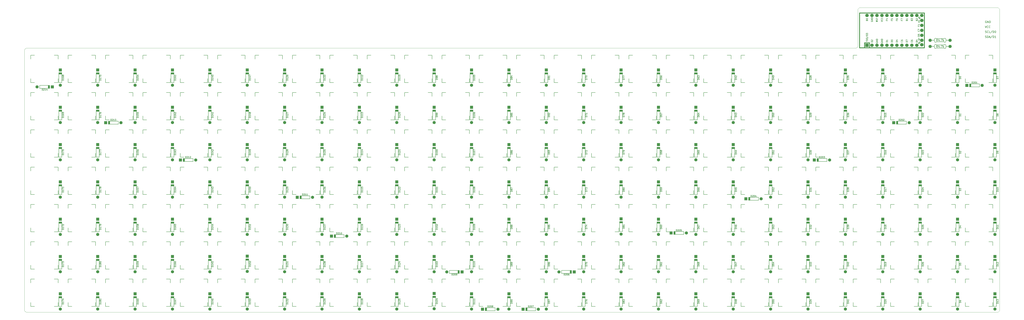
<source format=gbr>
%TF.GenerationSoftware,KiCad,Pcbnew,(6.0.5)*%
%TF.CreationDate,2022-08-07T16:14:43-07:00*%
%TF.ProjectId,Dreadnoughtus,44726561-646e-46f7-9567-687475732e6b,rev?*%
%TF.SameCoordinates,Original*%
%TF.FileFunction,Legend,Top*%
%TF.FilePolarity,Positive*%
%FSLAX46Y46*%
G04 Gerber Fmt 4.6, Leading zero omitted, Abs format (unit mm)*
G04 Created by KiCad (PCBNEW (6.0.5)) date 2022-08-07 16:14:43*
%MOMM*%
%LPD*%
G01*
G04 APERTURE LIST*
%TA.AperFunction,Profile*%
%ADD10C,0.100000*%
%TD*%
%ADD11C,0.150000*%
%ADD12C,0.200000*%
%ADD13C,0.381000*%
%ADD14R,1.600000X1.600000*%
%ADD15C,1.600000*%
%ADD16C,1.651000*%
%ADD17R,1.752600X1.752600*%
%ADD18C,1.752600*%
G04 APERTURE END LIST*
D10*
X519659124Y-18646947D02*
X519659124Y-172634447D01*
X518865374Y-173428197D01*
X23565374Y-173428197D01*
X22771624Y-172634447D01*
X22771624Y-39284447D01*
X23565374Y-38490697D01*
X446634124Y-38490697D01*
X447427874Y-37696947D01*
X447427874Y-18646947D01*
X448221624Y-17853197D01*
X518865374Y-17853197D01*
X519659124Y-18646947D01*
D11*
%TO.C,D80*%
X328539778Y-111718775D02*
X327739778Y-111718775D01*
X327739778Y-111528299D01*
X327777874Y-111414013D01*
X327854064Y-111337823D01*
X327930254Y-111299727D01*
X328082635Y-111261632D01*
X328196921Y-111261632D01*
X328349302Y-111299727D01*
X328425493Y-111337823D01*
X328501683Y-111414013D01*
X328539778Y-111528299D01*
X328539778Y-111718775D01*
X328082635Y-110804489D02*
X328044540Y-110880680D01*
X328006445Y-110918775D01*
X327930254Y-110956870D01*
X327892159Y-110956870D01*
X327815969Y-110918775D01*
X327777874Y-110880680D01*
X327739778Y-110804489D01*
X327739778Y-110652108D01*
X327777874Y-110575918D01*
X327815969Y-110537823D01*
X327892159Y-110499727D01*
X327930254Y-110499727D01*
X328006445Y-110537823D01*
X328044540Y-110575918D01*
X328082635Y-110652108D01*
X328082635Y-110804489D01*
X328120731Y-110880680D01*
X328158826Y-110918775D01*
X328235016Y-110956870D01*
X328387397Y-110956870D01*
X328463588Y-110918775D01*
X328501683Y-110880680D01*
X328539778Y-110804489D01*
X328539778Y-110652108D01*
X328501683Y-110575918D01*
X328463588Y-110537823D01*
X328387397Y-110499727D01*
X328235016Y-110499727D01*
X328158826Y-110537823D01*
X328120731Y-110575918D01*
X328082635Y-110652108D01*
X327739778Y-110004489D02*
X327739778Y-109928299D01*
X327777874Y-109852108D01*
X327815969Y-109814013D01*
X327892159Y-109775918D01*
X328044540Y-109737823D01*
X328235016Y-109737823D01*
X328387397Y-109775918D01*
X328463588Y-109814013D01*
X328501683Y-109852108D01*
X328539778Y-109928299D01*
X328539778Y-110004489D01*
X328501683Y-110080680D01*
X328463588Y-110118775D01*
X328387397Y-110156870D01*
X328235016Y-110194966D01*
X328044540Y-110194966D01*
X327892159Y-110156870D01*
X327815969Y-110118775D01*
X327777874Y-110080680D01*
X327739778Y-110004489D01*
%TO.C,D102*%
X233289778Y-131149727D02*
X232489778Y-131149727D01*
X232489778Y-130959251D01*
X232527874Y-130844966D01*
X232604064Y-130768775D01*
X232680254Y-130730680D01*
X232832635Y-130692585D01*
X232946921Y-130692585D01*
X233099302Y-130730680D01*
X233175493Y-130768775D01*
X233251683Y-130844966D01*
X233289778Y-130959251D01*
X233289778Y-131149727D01*
X233289778Y-129930680D02*
X233289778Y-130387823D01*
X233289778Y-130159251D02*
X232489778Y-130159251D01*
X232604064Y-130235442D01*
X232680254Y-130311632D01*
X232718350Y-130387823D01*
X232489778Y-129435442D02*
X232489778Y-129359251D01*
X232527874Y-129283061D01*
X232565969Y-129244966D01*
X232642159Y-129206870D01*
X232794540Y-129168775D01*
X232985016Y-129168775D01*
X233137397Y-129206870D01*
X233213588Y-129244966D01*
X233251683Y-129283061D01*
X233289778Y-129359251D01*
X233289778Y-129435442D01*
X233251683Y-129511632D01*
X233213588Y-129549727D01*
X233137397Y-129587823D01*
X232985016Y-129625918D01*
X232794540Y-129625918D01*
X232642159Y-129587823D01*
X232565969Y-129549727D01*
X232527874Y-129511632D01*
X232489778Y-129435442D01*
X232565969Y-128864013D02*
X232527874Y-128825918D01*
X232489778Y-128749727D01*
X232489778Y-128559251D01*
X232527874Y-128483061D01*
X232565969Y-128444966D01*
X232642159Y-128406870D01*
X232718350Y-128406870D01*
X232832635Y-128444966D01*
X233289778Y-128902108D01*
X233289778Y-128406870D01*
%TO.C,D178*%
X61839778Y-112099727D02*
X61039778Y-112099727D01*
X61039778Y-111909251D01*
X61077874Y-111794966D01*
X61154064Y-111718775D01*
X61230254Y-111680680D01*
X61382635Y-111642585D01*
X61496921Y-111642585D01*
X61649302Y-111680680D01*
X61725493Y-111718775D01*
X61801683Y-111794966D01*
X61839778Y-111909251D01*
X61839778Y-112099727D01*
X61839778Y-110880680D02*
X61839778Y-111337823D01*
X61839778Y-111109251D02*
X61039778Y-111109251D01*
X61154064Y-111185442D01*
X61230254Y-111261632D01*
X61268350Y-111337823D01*
X61039778Y-110614013D02*
X61039778Y-110080680D01*
X61839778Y-110423537D01*
X61382635Y-109661632D02*
X61344540Y-109737823D01*
X61306445Y-109775918D01*
X61230254Y-109814013D01*
X61192159Y-109814013D01*
X61115969Y-109775918D01*
X61077874Y-109737823D01*
X61039778Y-109661632D01*
X61039778Y-109509251D01*
X61077874Y-109433061D01*
X61115969Y-109394966D01*
X61192159Y-109356870D01*
X61230254Y-109356870D01*
X61306445Y-109394966D01*
X61344540Y-109433061D01*
X61382635Y-109509251D01*
X61382635Y-109661632D01*
X61420731Y-109737823D01*
X61458826Y-109775918D01*
X61535016Y-109814013D01*
X61687397Y-109814013D01*
X61763588Y-109775918D01*
X61801683Y-109737823D01*
X61839778Y-109661632D01*
X61839778Y-109509251D01*
X61801683Y-109433061D01*
X61763588Y-109394966D01*
X61687397Y-109356870D01*
X61535016Y-109356870D01*
X61458826Y-109394966D01*
X61420731Y-109433061D01*
X61382635Y-109509251D01*
%TO.C,D177*%
X61839778Y-93049727D02*
X61039778Y-93049727D01*
X61039778Y-92859251D01*
X61077874Y-92744966D01*
X61154064Y-92668775D01*
X61230254Y-92630680D01*
X61382635Y-92592585D01*
X61496921Y-92592585D01*
X61649302Y-92630680D01*
X61725493Y-92668775D01*
X61801683Y-92744966D01*
X61839778Y-92859251D01*
X61839778Y-93049727D01*
X61839778Y-91830680D02*
X61839778Y-92287823D01*
X61839778Y-92059251D02*
X61039778Y-92059251D01*
X61154064Y-92135442D01*
X61230254Y-92211632D01*
X61268350Y-92287823D01*
X61039778Y-91564013D02*
X61039778Y-91030680D01*
X61839778Y-91373537D01*
X61039778Y-90802108D02*
X61039778Y-90268775D01*
X61839778Y-90611632D01*
%TO.C,D140*%
X118989778Y-54949727D02*
X118189778Y-54949727D01*
X118189778Y-54759251D01*
X118227874Y-54644966D01*
X118304064Y-54568775D01*
X118380254Y-54530680D01*
X118532635Y-54492585D01*
X118646921Y-54492585D01*
X118799302Y-54530680D01*
X118875493Y-54568775D01*
X118951683Y-54644966D01*
X118989778Y-54759251D01*
X118989778Y-54949727D01*
X118989778Y-53730680D02*
X118989778Y-54187823D01*
X118989778Y-53959251D02*
X118189778Y-53959251D01*
X118304064Y-54035442D01*
X118380254Y-54111632D01*
X118418350Y-54187823D01*
X118456445Y-53044966D02*
X118989778Y-53044966D01*
X118151683Y-53235442D02*
X118723112Y-53425918D01*
X118723112Y-52930680D01*
X118189778Y-52473537D02*
X118189778Y-52397347D01*
X118227874Y-52321156D01*
X118265969Y-52283061D01*
X118342159Y-52244966D01*
X118494540Y-52206870D01*
X118685016Y-52206870D01*
X118837397Y-52244966D01*
X118913588Y-52283061D01*
X118951683Y-52321156D01*
X118989778Y-52397347D01*
X118989778Y-52473537D01*
X118951683Y-52549727D01*
X118913588Y-52587823D01*
X118837397Y-52625918D01*
X118685016Y-52664013D01*
X118494540Y-52664013D01*
X118342159Y-52625918D01*
X118265969Y-52587823D01*
X118227874Y-52549727D01*
X118189778Y-52473537D01*
%TO.C,D137*%
X176139778Y-131149727D02*
X175339778Y-131149727D01*
X175339778Y-130959251D01*
X175377874Y-130844966D01*
X175454064Y-130768775D01*
X175530254Y-130730680D01*
X175682635Y-130692585D01*
X175796921Y-130692585D01*
X175949302Y-130730680D01*
X176025493Y-130768775D01*
X176101683Y-130844966D01*
X176139778Y-130959251D01*
X176139778Y-131149727D01*
X176139778Y-129930680D02*
X176139778Y-130387823D01*
X176139778Y-130159251D02*
X175339778Y-130159251D01*
X175454064Y-130235442D01*
X175530254Y-130311632D01*
X175568350Y-130387823D01*
X175339778Y-129664013D02*
X175339778Y-129168775D01*
X175644540Y-129435442D01*
X175644540Y-129321156D01*
X175682635Y-129244966D01*
X175720731Y-129206870D01*
X175796921Y-129168775D01*
X175987397Y-129168775D01*
X176063588Y-129206870D01*
X176101683Y-129244966D01*
X176139778Y-129321156D01*
X176139778Y-129549727D01*
X176101683Y-129625918D01*
X176063588Y-129664013D01*
X175339778Y-128902108D02*
X175339778Y-128368775D01*
X176139778Y-128711632D01*
%TO.C,D212*%
X104788393Y-94602601D02*
X104788393Y-93802601D01*
X104978869Y-93802601D01*
X105093154Y-93840697D01*
X105169345Y-93916887D01*
X105207440Y-93993077D01*
X105245535Y-94145458D01*
X105245535Y-94259744D01*
X105207440Y-94412125D01*
X105169345Y-94488316D01*
X105093154Y-94564506D01*
X104978869Y-94602601D01*
X104788393Y-94602601D01*
X105550297Y-93878792D02*
X105588393Y-93840697D01*
X105664583Y-93802601D01*
X105855059Y-93802601D01*
X105931250Y-93840697D01*
X105969345Y-93878792D01*
X106007440Y-93954982D01*
X106007440Y-94031173D01*
X105969345Y-94145458D01*
X105512202Y-94602601D01*
X106007440Y-94602601D01*
X106769345Y-94602601D02*
X106312202Y-94602601D01*
X106540774Y-94602601D02*
X106540774Y-93802601D01*
X106464583Y-93916887D01*
X106388393Y-93993077D01*
X106312202Y-94031173D01*
X107074107Y-93878792D02*
X107112202Y-93840697D01*
X107188393Y-93802601D01*
X107378869Y-93802601D01*
X107455059Y-93840697D01*
X107493154Y-93878792D01*
X107531250Y-93954982D01*
X107531250Y-94031173D01*
X107493154Y-94145458D01*
X107036012Y-94602601D01*
X107531250Y-94602601D01*
%TO.C,D62*%
X347589778Y-168868775D02*
X346789778Y-168868775D01*
X346789778Y-168678299D01*
X346827874Y-168564013D01*
X346904064Y-168487823D01*
X346980254Y-168449727D01*
X347132635Y-168411632D01*
X347246921Y-168411632D01*
X347399302Y-168449727D01*
X347475493Y-168487823D01*
X347551683Y-168564013D01*
X347589778Y-168678299D01*
X347589778Y-168868775D01*
X346789778Y-167725918D02*
X346789778Y-167878299D01*
X346827874Y-167954489D01*
X346865969Y-167992585D01*
X346980254Y-168068775D01*
X347132635Y-168106870D01*
X347437397Y-168106870D01*
X347513588Y-168068775D01*
X347551683Y-168030680D01*
X347589778Y-167954489D01*
X347589778Y-167802108D01*
X347551683Y-167725918D01*
X347513588Y-167687823D01*
X347437397Y-167649727D01*
X347246921Y-167649727D01*
X347170731Y-167687823D01*
X347132635Y-167725918D01*
X347094540Y-167802108D01*
X347094540Y-167954489D01*
X347132635Y-168030680D01*
X347170731Y-168068775D01*
X347246921Y-168106870D01*
X346865969Y-167344966D02*
X346827874Y-167306870D01*
X346789778Y-167230680D01*
X346789778Y-167040204D01*
X346827874Y-166964013D01*
X346865969Y-166925918D01*
X346942159Y-166887823D01*
X347018350Y-166887823D01*
X347132635Y-166925918D01*
X347589778Y-167383061D01*
X347589778Y-166887823D01*
%TO.C,D131*%
X157089778Y-150199727D02*
X156289778Y-150199727D01*
X156289778Y-150009251D01*
X156327874Y-149894966D01*
X156404064Y-149818775D01*
X156480254Y-149780680D01*
X156632635Y-149742585D01*
X156746921Y-149742585D01*
X156899302Y-149780680D01*
X156975493Y-149818775D01*
X157051683Y-149894966D01*
X157089778Y-150009251D01*
X157089778Y-150199727D01*
X157089778Y-148980680D02*
X157089778Y-149437823D01*
X157089778Y-149209251D02*
X156289778Y-149209251D01*
X156404064Y-149285442D01*
X156480254Y-149361632D01*
X156518350Y-149437823D01*
X156289778Y-148714013D02*
X156289778Y-148218775D01*
X156594540Y-148485442D01*
X156594540Y-148371156D01*
X156632635Y-148294966D01*
X156670731Y-148256870D01*
X156746921Y-148218775D01*
X156937397Y-148218775D01*
X157013588Y-148256870D01*
X157051683Y-148294966D01*
X157089778Y-148371156D01*
X157089778Y-148599727D01*
X157051683Y-148675918D01*
X157013588Y-148714013D01*
X157089778Y-147456870D02*
X157089778Y-147914013D01*
X157089778Y-147685442D02*
X156289778Y-147685442D01*
X156404064Y-147761632D01*
X156480254Y-147837823D01*
X156518350Y-147914013D01*
%TO.C,D153*%
X138039778Y-169249727D02*
X137239778Y-169249727D01*
X137239778Y-169059251D01*
X137277874Y-168944966D01*
X137354064Y-168868775D01*
X137430254Y-168830680D01*
X137582635Y-168792585D01*
X137696921Y-168792585D01*
X137849302Y-168830680D01*
X137925493Y-168868775D01*
X138001683Y-168944966D01*
X138039778Y-169059251D01*
X138039778Y-169249727D01*
X138039778Y-168030680D02*
X138039778Y-168487823D01*
X138039778Y-168259251D02*
X137239778Y-168259251D01*
X137354064Y-168335442D01*
X137430254Y-168411632D01*
X137468350Y-168487823D01*
X137239778Y-167306870D02*
X137239778Y-167687823D01*
X137620731Y-167725918D01*
X137582635Y-167687823D01*
X137544540Y-167611632D01*
X137544540Y-167421156D01*
X137582635Y-167344966D01*
X137620731Y-167306870D01*
X137696921Y-167268775D01*
X137887397Y-167268775D01*
X137963588Y-167306870D01*
X138001683Y-167344966D01*
X138039778Y-167421156D01*
X138039778Y-167611632D01*
X138001683Y-167687823D01*
X137963588Y-167725918D01*
X137239778Y-167002108D02*
X137239778Y-166506870D01*
X137544540Y-166773537D01*
X137544540Y-166659251D01*
X137582635Y-166583061D01*
X137620731Y-166544966D01*
X137696921Y-166506870D01*
X137887397Y-166506870D01*
X137963588Y-166544966D01*
X138001683Y-166583061D01*
X138039778Y-166659251D01*
X138039778Y-166887823D01*
X138001683Y-166964013D01*
X137963588Y-167002108D01*
%TO.C,D54*%
X404739778Y-149818775D02*
X403939778Y-149818775D01*
X403939778Y-149628299D01*
X403977874Y-149514013D01*
X404054064Y-149437823D01*
X404130254Y-149399727D01*
X404282635Y-149361632D01*
X404396921Y-149361632D01*
X404549302Y-149399727D01*
X404625493Y-149437823D01*
X404701683Y-149514013D01*
X404739778Y-149628299D01*
X404739778Y-149818775D01*
X403939778Y-148637823D02*
X403939778Y-149018775D01*
X404320731Y-149056870D01*
X404282635Y-149018775D01*
X404244540Y-148942585D01*
X404244540Y-148752108D01*
X404282635Y-148675918D01*
X404320731Y-148637823D01*
X404396921Y-148599727D01*
X404587397Y-148599727D01*
X404663588Y-148637823D01*
X404701683Y-148675918D01*
X404739778Y-148752108D01*
X404739778Y-148942585D01*
X404701683Y-149018775D01*
X404663588Y-149056870D01*
X404206445Y-147914013D02*
X404739778Y-147914013D01*
X403901683Y-148104489D02*
X404473112Y-148294966D01*
X404473112Y-147799727D01*
%TO.C,D129*%
X157089778Y-112099727D02*
X156289778Y-112099727D01*
X156289778Y-111909251D01*
X156327874Y-111794966D01*
X156404064Y-111718775D01*
X156480254Y-111680680D01*
X156632635Y-111642585D01*
X156746921Y-111642585D01*
X156899302Y-111680680D01*
X156975493Y-111718775D01*
X157051683Y-111794966D01*
X157089778Y-111909251D01*
X157089778Y-112099727D01*
X157089778Y-110880680D02*
X157089778Y-111337823D01*
X157089778Y-111109251D02*
X156289778Y-111109251D01*
X156404064Y-111185442D01*
X156480254Y-111261632D01*
X156518350Y-111337823D01*
X156365969Y-110575918D02*
X156327874Y-110537823D01*
X156289778Y-110461632D01*
X156289778Y-110271156D01*
X156327874Y-110194966D01*
X156365969Y-110156870D01*
X156442159Y-110118775D01*
X156518350Y-110118775D01*
X156632635Y-110156870D01*
X157089778Y-110614013D01*
X157089778Y-110118775D01*
X157089778Y-109737823D02*
X157089778Y-109585442D01*
X157051683Y-109509251D01*
X157013588Y-109471156D01*
X156899302Y-109394966D01*
X156746921Y-109356870D01*
X156442159Y-109356870D01*
X156365969Y-109394966D01*
X156327874Y-109433061D01*
X156289778Y-109509251D01*
X156289778Y-109661632D01*
X156327874Y-109737823D01*
X156365969Y-109775918D01*
X156442159Y-109814013D01*
X156632635Y-109814013D01*
X156708826Y-109775918D01*
X156746921Y-109737823D01*
X156785016Y-109661632D01*
X156785016Y-109509251D01*
X156746921Y-109433061D01*
X156708826Y-109394966D01*
X156632635Y-109356870D01*
%TO.C,D2*%
X499989778Y-92287823D02*
X499189778Y-92287823D01*
X499189778Y-92097347D01*
X499227874Y-91983061D01*
X499304064Y-91906870D01*
X499380254Y-91868775D01*
X499532635Y-91830680D01*
X499646921Y-91830680D01*
X499799302Y-91868775D01*
X499875493Y-91906870D01*
X499951683Y-91983061D01*
X499989778Y-92097347D01*
X499989778Y-92287823D01*
X499265969Y-91525918D02*
X499227874Y-91487823D01*
X499189778Y-91411632D01*
X499189778Y-91221156D01*
X499227874Y-91144966D01*
X499265969Y-91106870D01*
X499342159Y-91068775D01*
X499418350Y-91068775D01*
X499532635Y-91106870D01*
X499989778Y-91564013D01*
X499989778Y-91068775D01*
%TO.C,D52*%
X404739778Y-111718775D02*
X403939778Y-111718775D01*
X403939778Y-111528299D01*
X403977874Y-111414013D01*
X404054064Y-111337823D01*
X404130254Y-111299727D01*
X404282635Y-111261632D01*
X404396921Y-111261632D01*
X404549302Y-111299727D01*
X404625493Y-111337823D01*
X404701683Y-111414013D01*
X404739778Y-111528299D01*
X404739778Y-111718775D01*
X403939778Y-110537823D02*
X403939778Y-110918775D01*
X404320731Y-110956870D01*
X404282635Y-110918775D01*
X404244540Y-110842585D01*
X404244540Y-110652108D01*
X404282635Y-110575918D01*
X404320731Y-110537823D01*
X404396921Y-110499727D01*
X404587397Y-110499727D01*
X404663588Y-110537823D01*
X404701683Y-110575918D01*
X404739778Y-110652108D01*
X404739778Y-110842585D01*
X404701683Y-110918775D01*
X404663588Y-110956870D01*
X404015969Y-110194966D02*
X403977874Y-110156870D01*
X403939778Y-110080680D01*
X403939778Y-109890204D01*
X403977874Y-109814013D01*
X404015969Y-109775918D01*
X404092159Y-109737823D01*
X404168350Y-109737823D01*
X404282635Y-109775918D01*
X404739778Y-110233061D01*
X404739778Y-109737823D01*
%TO.C,D4*%
X499989778Y-130387823D02*
X499189778Y-130387823D01*
X499189778Y-130197347D01*
X499227874Y-130083061D01*
X499304064Y-130006870D01*
X499380254Y-129968775D01*
X499532635Y-129930680D01*
X499646921Y-129930680D01*
X499799302Y-129968775D01*
X499875493Y-130006870D01*
X499951683Y-130083061D01*
X499989778Y-130197347D01*
X499989778Y-130387823D01*
X499456445Y-129244966D02*
X499989778Y-129244966D01*
X499151683Y-129435442D02*
X499723112Y-129625918D01*
X499723112Y-129130680D01*
%TO.C,D90*%
X271374472Y-168882926D02*
X270574472Y-168882926D01*
X270574472Y-168692450D01*
X270612568Y-168578164D01*
X270688758Y-168501974D01*
X270764948Y-168463878D01*
X270917329Y-168425783D01*
X271031615Y-168425783D01*
X271183996Y-168463878D01*
X271260187Y-168501974D01*
X271336377Y-168578164D01*
X271374472Y-168692450D01*
X271374472Y-168882926D01*
X271374472Y-168044831D02*
X271374472Y-167892450D01*
X271336377Y-167816259D01*
X271298282Y-167778164D01*
X271183996Y-167701974D01*
X271031615Y-167663878D01*
X270726853Y-167663878D01*
X270650663Y-167701974D01*
X270612568Y-167740069D01*
X270574472Y-167816259D01*
X270574472Y-167968640D01*
X270612568Y-168044831D01*
X270650663Y-168082926D01*
X270726853Y-168121021D01*
X270917329Y-168121021D01*
X270993520Y-168082926D01*
X271031615Y-168044831D01*
X271069710Y-167968640D01*
X271069710Y-167816259D01*
X271031615Y-167740069D01*
X270993520Y-167701974D01*
X270917329Y-167663878D01*
X270574472Y-167168640D02*
X270574472Y-167092450D01*
X270612568Y-167016259D01*
X270650663Y-166978164D01*
X270726853Y-166940069D01*
X270879234Y-166901974D01*
X271069710Y-166901974D01*
X271222091Y-166940069D01*
X271298282Y-166978164D01*
X271336377Y-167016259D01*
X271374472Y-167092450D01*
X271374472Y-167168640D01*
X271336377Y-167244831D01*
X271298282Y-167282926D01*
X271222091Y-167321021D01*
X271069710Y-167359117D01*
X270879234Y-167359117D01*
X270726853Y-167321021D01*
X270650663Y-167282926D01*
X270612568Y-167244831D01*
X270574472Y-167168640D01*
%TO.C,D72*%
X309489778Y-92668775D02*
X308689778Y-92668775D01*
X308689778Y-92478299D01*
X308727874Y-92364013D01*
X308804064Y-92287823D01*
X308880254Y-92249727D01*
X309032635Y-92211632D01*
X309146921Y-92211632D01*
X309299302Y-92249727D01*
X309375493Y-92287823D01*
X309451683Y-92364013D01*
X309489778Y-92478299D01*
X309489778Y-92668775D01*
X308689778Y-91944966D02*
X308689778Y-91411632D01*
X309489778Y-91754489D01*
X308765969Y-91144966D02*
X308727874Y-91106870D01*
X308689778Y-91030680D01*
X308689778Y-90840204D01*
X308727874Y-90764013D01*
X308765969Y-90725918D01*
X308842159Y-90687823D01*
X308918350Y-90687823D01*
X309032635Y-90725918D01*
X309489778Y-91183061D01*
X309489778Y-90687823D01*
%TO.C,D139*%
X176139778Y-169249727D02*
X175339778Y-169249727D01*
X175339778Y-169059251D01*
X175377874Y-168944966D01*
X175454064Y-168868775D01*
X175530254Y-168830680D01*
X175682635Y-168792585D01*
X175796921Y-168792585D01*
X175949302Y-168830680D01*
X176025493Y-168868775D01*
X176101683Y-168944966D01*
X176139778Y-169059251D01*
X176139778Y-169249727D01*
X176139778Y-168030680D02*
X176139778Y-168487823D01*
X176139778Y-168259251D02*
X175339778Y-168259251D01*
X175454064Y-168335442D01*
X175530254Y-168411632D01*
X175568350Y-168487823D01*
X175339778Y-167764013D02*
X175339778Y-167268775D01*
X175644540Y-167535442D01*
X175644540Y-167421156D01*
X175682635Y-167344966D01*
X175720731Y-167306870D01*
X175796921Y-167268775D01*
X175987397Y-167268775D01*
X176063588Y-167306870D01*
X176101683Y-167344966D01*
X176139778Y-167421156D01*
X176139778Y-167649727D01*
X176101683Y-167725918D01*
X176063588Y-167764013D01*
X176139778Y-166887823D02*
X176139778Y-166735442D01*
X176101683Y-166659251D01*
X176063588Y-166621156D01*
X175949302Y-166544966D01*
X175796921Y-166506870D01*
X175492159Y-166506870D01*
X175415969Y-166544966D01*
X175377874Y-166583061D01*
X175339778Y-166659251D01*
X175339778Y-166811632D01*
X175377874Y-166887823D01*
X175415969Y-166925918D01*
X175492159Y-166964013D01*
X175682635Y-166964013D01*
X175758826Y-166925918D01*
X175796921Y-166887823D01*
X175835016Y-166811632D01*
X175835016Y-166659251D01*
X175796921Y-166583061D01*
X175758826Y-166544966D01*
X175682635Y-166506870D01*
%TO.C,D24*%
X480939778Y-111718775D02*
X480139778Y-111718775D01*
X480139778Y-111528299D01*
X480177874Y-111414013D01*
X480254064Y-111337823D01*
X480330254Y-111299727D01*
X480482635Y-111261632D01*
X480596921Y-111261632D01*
X480749302Y-111299727D01*
X480825493Y-111337823D01*
X480901683Y-111414013D01*
X480939778Y-111528299D01*
X480939778Y-111718775D01*
X480215969Y-110956870D02*
X480177874Y-110918775D01*
X480139778Y-110842585D01*
X480139778Y-110652108D01*
X480177874Y-110575918D01*
X480215969Y-110537823D01*
X480292159Y-110499727D01*
X480368350Y-110499727D01*
X480482635Y-110537823D01*
X480939778Y-110994966D01*
X480939778Y-110499727D01*
X480406445Y-109814013D02*
X480939778Y-109814013D01*
X480101683Y-110004489D02*
X480673112Y-110194966D01*
X480673112Y-109699727D01*
%TO.C,D157*%
X80889778Y-112099727D02*
X80089778Y-112099727D01*
X80089778Y-111909251D01*
X80127874Y-111794966D01*
X80204064Y-111718775D01*
X80280254Y-111680680D01*
X80432635Y-111642585D01*
X80546921Y-111642585D01*
X80699302Y-111680680D01*
X80775493Y-111718775D01*
X80851683Y-111794966D01*
X80889778Y-111909251D01*
X80889778Y-112099727D01*
X80889778Y-110880680D02*
X80889778Y-111337823D01*
X80889778Y-111109251D02*
X80089778Y-111109251D01*
X80204064Y-111185442D01*
X80280254Y-111261632D01*
X80318350Y-111337823D01*
X80089778Y-110156870D02*
X80089778Y-110537823D01*
X80470731Y-110575918D01*
X80432635Y-110537823D01*
X80394540Y-110461632D01*
X80394540Y-110271156D01*
X80432635Y-110194966D01*
X80470731Y-110156870D01*
X80546921Y-110118775D01*
X80737397Y-110118775D01*
X80813588Y-110156870D01*
X80851683Y-110194966D01*
X80889778Y-110271156D01*
X80889778Y-110461632D01*
X80851683Y-110537823D01*
X80813588Y-110575918D01*
X80089778Y-109852108D02*
X80089778Y-109318775D01*
X80889778Y-109661632D01*
%TO.C,D22*%
X480939778Y-73618775D02*
X480139778Y-73618775D01*
X480139778Y-73428299D01*
X480177874Y-73314013D01*
X480254064Y-73237823D01*
X480330254Y-73199727D01*
X480482635Y-73161632D01*
X480596921Y-73161632D01*
X480749302Y-73199727D01*
X480825493Y-73237823D01*
X480901683Y-73314013D01*
X480939778Y-73428299D01*
X480939778Y-73618775D01*
X480215969Y-72856870D02*
X480177874Y-72818775D01*
X480139778Y-72742585D01*
X480139778Y-72552108D01*
X480177874Y-72475918D01*
X480215969Y-72437823D01*
X480292159Y-72399727D01*
X480368350Y-72399727D01*
X480482635Y-72437823D01*
X480939778Y-72894966D01*
X480939778Y-72399727D01*
X480215969Y-72094966D02*
X480177874Y-72056870D01*
X480139778Y-71980680D01*
X480139778Y-71790204D01*
X480177874Y-71714013D01*
X480215969Y-71675918D01*
X480292159Y-71637823D01*
X480368350Y-71637823D01*
X480482635Y-71675918D01*
X480939778Y-72133061D01*
X480939778Y-71637823D01*
D12*
%TO.C,R0*%
X488095603Y-38149327D02*
X487762270Y-37673137D01*
X487524175Y-38149327D02*
X487524175Y-37149327D01*
X487905127Y-37149327D01*
X488000365Y-37196947D01*
X488047984Y-37244566D01*
X488095603Y-37339804D01*
X488095603Y-37482661D01*
X488047984Y-37577899D01*
X488000365Y-37625518D01*
X487905127Y-37673137D01*
X487524175Y-37673137D01*
X488952746Y-37482661D02*
X488952746Y-38149327D01*
X488714651Y-37101708D02*
X488476556Y-37815994D01*
X489095603Y-37815994D01*
X489476556Y-38054089D02*
X489524175Y-38101708D01*
X489476556Y-38149327D01*
X489428937Y-38101708D01*
X489476556Y-38054089D01*
X489476556Y-38149327D01*
X489857508Y-37149327D02*
X490524175Y-37149327D01*
X490095603Y-38149327D01*
X490905127Y-38149327D02*
X490905127Y-37149327D01*
X491000365Y-37768375D02*
X491286079Y-38149327D01*
X491286079Y-37482661D02*
X490905127Y-37863613D01*
D11*
%TO.C,D1*%
X499989778Y-73237823D02*
X499189778Y-73237823D01*
X499189778Y-73047347D01*
X499227874Y-72933061D01*
X499304064Y-72856870D01*
X499380254Y-72818775D01*
X499532635Y-72780680D01*
X499646921Y-72780680D01*
X499799302Y-72818775D01*
X499875493Y-72856870D01*
X499951683Y-72933061D01*
X499989778Y-73047347D01*
X499989778Y-73237823D01*
X499989778Y-72018775D02*
X499989778Y-72475918D01*
X499989778Y-72247347D02*
X499189778Y-72247347D01*
X499304064Y-72323537D01*
X499380254Y-72399727D01*
X499418350Y-72475918D01*
%TO.C,D95*%
X290424472Y-130782926D02*
X289624472Y-130782926D01*
X289624472Y-130592450D01*
X289662568Y-130478164D01*
X289738758Y-130401974D01*
X289814948Y-130363878D01*
X289967329Y-130325783D01*
X290081615Y-130325783D01*
X290233996Y-130363878D01*
X290310187Y-130401974D01*
X290386377Y-130478164D01*
X290424472Y-130592450D01*
X290424472Y-130782926D01*
X290424472Y-129944831D02*
X290424472Y-129792450D01*
X290386377Y-129716259D01*
X290348282Y-129678164D01*
X290233996Y-129601974D01*
X290081615Y-129563878D01*
X289776853Y-129563878D01*
X289700663Y-129601974D01*
X289662568Y-129640069D01*
X289624472Y-129716259D01*
X289624472Y-129868640D01*
X289662568Y-129944831D01*
X289700663Y-129982926D01*
X289776853Y-130021021D01*
X289967329Y-130021021D01*
X290043520Y-129982926D01*
X290081615Y-129944831D01*
X290119710Y-129868640D01*
X290119710Y-129716259D01*
X290081615Y-129640069D01*
X290043520Y-129601974D01*
X289967329Y-129563878D01*
X289624472Y-128840069D02*
X289624472Y-129221021D01*
X290005425Y-129259117D01*
X289967329Y-129221021D01*
X289929234Y-129144831D01*
X289929234Y-128954355D01*
X289967329Y-128878164D01*
X290005425Y-128840069D01*
X290081615Y-128801974D01*
X290272091Y-128801974D01*
X290348282Y-128840069D01*
X290386377Y-128878164D01*
X290424472Y-128954355D01*
X290424472Y-129144831D01*
X290386377Y-129221021D01*
X290348282Y-129259117D01*
%TO.C,D147*%
X138039778Y-54949727D02*
X137239778Y-54949727D01*
X137239778Y-54759251D01*
X137277874Y-54644966D01*
X137354064Y-54568775D01*
X137430254Y-54530680D01*
X137582635Y-54492585D01*
X137696921Y-54492585D01*
X137849302Y-54530680D01*
X137925493Y-54568775D01*
X138001683Y-54644966D01*
X138039778Y-54759251D01*
X138039778Y-54949727D01*
X138039778Y-53730680D02*
X138039778Y-54187823D01*
X138039778Y-53959251D02*
X137239778Y-53959251D01*
X137354064Y-54035442D01*
X137430254Y-54111632D01*
X137468350Y-54187823D01*
X137506445Y-53044966D02*
X138039778Y-53044966D01*
X137201683Y-53235442D02*
X137773112Y-53425918D01*
X137773112Y-52930680D01*
X137239778Y-52702108D02*
X137239778Y-52168775D01*
X138039778Y-52511632D01*
%TO.C,D64*%
X366639778Y-73618775D02*
X365839778Y-73618775D01*
X365839778Y-73428299D01*
X365877874Y-73314013D01*
X365954064Y-73237823D01*
X366030254Y-73199727D01*
X366182635Y-73161632D01*
X366296921Y-73161632D01*
X366449302Y-73199727D01*
X366525493Y-73237823D01*
X366601683Y-73314013D01*
X366639778Y-73428299D01*
X366639778Y-73618775D01*
X365839778Y-72475918D02*
X365839778Y-72628299D01*
X365877874Y-72704489D01*
X365915969Y-72742585D01*
X366030254Y-72818775D01*
X366182635Y-72856870D01*
X366487397Y-72856870D01*
X366563588Y-72818775D01*
X366601683Y-72780680D01*
X366639778Y-72704489D01*
X366639778Y-72552108D01*
X366601683Y-72475918D01*
X366563588Y-72437823D01*
X366487397Y-72399727D01*
X366296921Y-72399727D01*
X366220731Y-72437823D01*
X366182635Y-72475918D01*
X366144540Y-72552108D01*
X366144540Y-72704489D01*
X366182635Y-72780680D01*
X366220731Y-72818775D01*
X366296921Y-72856870D01*
X366106445Y-71714013D02*
X366639778Y-71714013D01*
X365801683Y-71904489D02*
X366373112Y-72094966D01*
X366373112Y-71599727D01*
%TO.C,D70*%
X309489778Y-54568775D02*
X308689778Y-54568775D01*
X308689778Y-54378299D01*
X308727874Y-54264013D01*
X308804064Y-54187823D01*
X308880254Y-54149727D01*
X309032635Y-54111632D01*
X309146921Y-54111632D01*
X309299302Y-54149727D01*
X309375493Y-54187823D01*
X309451683Y-54264013D01*
X309489778Y-54378299D01*
X309489778Y-54568775D01*
X308689778Y-53844966D02*
X308689778Y-53311632D01*
X309489778Y-53654489D01*
X308689778Y-52854489D02*
X308689778Y-52778299D01*
X308727874Y-52702108D01*
X308765969Y-52664013D01*
X308842159Y-52625918D01*
X308994540Y-52587823D01*
X309185016Y-52587823D01*
X309337397Y-52625918D01*
X309413588Y-52664013D01*
X309451683Y-52702108D01*
X309489778Y-52778299D01*
X309489778Y-52854489D01*
X309451683Y-52930680D01*
X309413588Y-52968775D01*
X309337397Y-53006870D01*
X309185016Y-53044966D01*
X308994540Y-53044966D01*
X308842159Y-53006870D01*
X308765969Y-52968775D01*
X308727874Y-52930680D01*
X308689778Y-52854489D01*
%TO.C,D181*%
X61839778Y-169249727D02*
X61039778Y-169249727D01*
X61039778Y-169059251D01*
X61077874Y-168944966D01*
X61154064Y-168868775D01*
X61230254Y-168830680D01*
X61382635Y-168792585D01*
X61496921Y-168792585D01*
X61649302Y-168830680D01*
X61725493Y-168868775D01*
X61801683Y-168944966D01*
X61839778Y-169059251D01*
X61839778Y-169249727D01*
X61839778Y-168030680D02*
X61839778Y-168487823D01*
X61839778Y-168259251D02*
X61039778Y-168259251D01*
X61154064Y-168335442D01*
X61230254Y-168411632D01*
X61268350Y-168487823D01*
X61382635Y-167573537D02*
X61344540Y-167649727D01*
X61306445Y-167687823D01*
X61230254Y-167725918D01*
X61192159Y-167725918D01*
X61115969Y-167687823D01*
X61077874Y-167649727D01*
X61039778Y-167573537D01*
X61039778Y-167421156D01*
X61077874Y-167344966D01*
X61115969Y-167306870D01*
X61192159Y-167268775D01*
X61230254Y-167268775D01*
X61306445Y-167306870D01*
X61344540Y-167344966D01*
X61382635Y-167421156D01*
X61382635Y-167573537D01*
X61420731Y-167649727D01*
X61458826Y-167687823D01*
X61535016Y-167725918D01*
X61687397Y-167725918D01*
X61763588Y-167687823D01*
X61801683Y-167649727D01*
X61839778Y-167573537D01*
X61839778Y-167421156D01*
X61801683Y-167344966D01*
X61763588Y-167306870D01*
X61687397Y-167268775D01*
X61535016Y-167268775D01*
X61458826Y-167306870D01*
X61420731Y-167344966D01*
X61382635Y-167421156D01*
X61839778Y-166506870D02*
X61839778Y-166964013D01*
X61839778Y-166735442D02*
X61039778Y-166735442D01*
X61154064Y-166811632D01*
X61230254Y-166887823D01*
X61268350Y-166964013D01*
%TO.C,D47*%
X385689778Y-149818775D02*
X384889778Y-149818775D01*
X384889778Y-149628299D01*
X384927874Y-149514013D01*
X385004064Y-149437823D01*
X385080254Y-149399727D01*
X385232635Y-149361632D01*
X385346921Y-149361632D01*
X385499302Y-149399727D01*
X385575493Y-149437823D01*
X385651683Y-149514013D01*
X385689778Y-149628299D01*
X385689778Y-149818775D01*
X385156445Y-148675918D02*
X385689778Y-148675918D01*
X384851683Y-148866394D02*
X385423112Y-149056870D01*
X385423112Y-148561632D01*
X384889778Y-148333061D02*
X384889778Y-147799727D01*
X385689778Y-148142585D01*
%TO.C,D49*%
X404739778Y-54568775D02*
X403939778Y-54568775D01*
X403939778Y-54378299D01*
X403977874Y-54264013D01*
X404054064Y-54187823D01*
X404130254Y-54149727D01*
X404282635Y-54111632D01*
X404396921Y-54111632D01*
X404549302Y-54149727D01*
X404625493Y-54187823D01*
X404701683Y-54264013D01*
X404739778Y-54378299D01*
X404739778Y-54568775D01*
X404206445Y-53425918D02*
X404739778Y-53425918D01*
X403901683Y-53616394D02*
X404473112Y-53806870D01*
X404473112Y-53311632D01*
X404739778Y-52968775D02*
X404739778Y-52816394D01*
X404701683Y-52740204D01*
X404663588Y-52702108D01*
X404549302Y-52625918D01*
X404396921Y-52587823D01*
X404092159Y-52587823D01*
X404015969Y-52625918D01*
X403977874Y-52664013D01*
X403939778Y-52740204D01*
X403939778Y-52892585D01*
X403977874Y-52968775D01*
X404015969Y-53006870D01*
X404092159Y-53044966D01*
X404282635Y-53044966D01*
X404358826Y-53006870D01*
X404396921Y-52968775D01*
X404435016Y-52892585D01*
X404435016Y-52740204D01*
X404396921Y-52664013D01*
X404358826Y-52625918D01*
X404282635Y-52587823D01*
%TO.C,D63*%
X366639778Y-54568775D02*
X365839778Y-54568775D01*
X365839778Y-54378299D01*
X365877874Y-54264013D01*
X365954064Y-54187823D01*
X366030254Y-54149727D01*
X366182635Y-54111632D01*
X366296921Y-54111632D01*
X366449302Y-54149727D01*
X366525493Y-54187823D01*
X366601683Y-54264013D01*
X366639778Y-54378299D01*
X366639778Y-54568775D01*
X365839778Y-53425918D02*
X365839778Y-53578299D01*
X365877874Y-53654489D01*
X365915969Y-53692585D01*
X366030254Y-53768775D01*
X366182635Y-53806870D01*
X366487397Y-53806870D01*
X366563588Y-53768775D01*
X366601683Y-53730680D01*
X366639778Y-53654489D01*
X366639778Y-53502108D01*
X366601683Y-53425918D01*
X366563588Y-53387823D01*
X366487397Y-53349727D01*
X366296921Y-53349727D01*
X366220731Y-53387823D01*
X366182635Y-53425918D01*
X366144540Y-53502108D01*
X366144540Y-53654489D01*
X366182635Y-53730680D01*
X366220731Y-53768775D01*
X366296921Y-53806870D01*
X365839778Y-53083061D02*
X365839778Y-52587823D01*
X366144540Y-52854489D01*
X366144540Y-52740204D01*
X366182635Y-52664013D01*
X366220731Y-52625918D01*
X366296921Y-52587823D01*
X366487397Y-52587823D01*
X366563588Y-52625918D01*
X366601683Y-52664013D01*
X366639778Y-52740204D01*
X366639778Y-52968775D01*
X366601683Y-53044966D01*
X366563588Y-53083061D01*
%TO.C,D40*%
X442839778Y-149818775D02*
X442039778Y-149818775D01*
X442039778Y-149628299D01*
X442077874Y-149514013D01*
X442154064Y-149437823D01*
X442230254Y-149399727D01*
X442382635Y-149361632D01*
X442496921Y-149361632D01*
X442649302Y-149399727D01*
X442725493Y-149437823D01*
X442801683Y-149514013D01*
X442839778Y-149628299D01*
X442839778Y-149818775D01*
X442306445Y-148675918D02*
X442839778Y-148675918D01*
X442001683Y-148866394D02*
X442573112Y-149056870D01*
X442573112Y-148561632D01*
X442039778Y-148104489D02*
X442039778Y-148028299D01*
X442077874Y-147952108D01*
X442115969Y-147914013D01*
X442192159Y-147875918D01*
X442344540Y-147837823D01*
X442535016Y-147837823D01*
X442687397Y-147875918D01*
X442763588Y-147914013D01*
X442801683Y-147952108D01*
X442839778Y-148028299D01*
X442839778Y-148104489D01*
X442801683Y-148180680D01*
X442763588Y-148218775D01*
X442687397Y-148256870D01*
X442535016Y-148294966D01*
X442344540Y-148294966D01*
X442192159Y-148256870D01*
X442115969Y-148218775D01*
X442077874Y-148180680D01*
X442039778Y-148104489D01*
%TO.C,D132*%
X157089778Y-169249727D02*
X156289778Y-169249727D01*
X156289778Y-169059251D01*
X156327874Y-168944966D01*
X156404064Y-168868775D01*
X156480254Y-168830680D01*
X156632635Y-168792585D01*
X156746921Y-168792585D01*
X156899302Y-168830680D01*
X156975493Y-168868775D01*
X157051683Y-168944966D01*
X157089778Y-169059251D01*
X157089778Y-169249727D01*
X157089778Y-168030680D02*
X157089778Y-168487823D01*
X157089778Y-168259251D02*
X156289778Y-168259251D01*
X156404064Y-168335442D01*
X156480254Y-168411632D01*
X156518350Y-168487823D01*
X156289778Y-167764013D02*
X156289778Y-167268775D01*
X156594540Y-167535442D01*
X156594540Y-167421156D01*
X156632635Y-167344966D01*
X156670731Y-167306870D01*
X156746921Y-167268775D01*
X156937397Y-167268775D01*
X157013588Y-167306870D01*
X157051683Y-167344966D01*
X157089778Y-167421156D01*
X157089778Y-167649727D01*
X157051683Y-167725918D01*
X157013588Y-167764013D01*
X156365969Y-166964013D02*
X156327874Y-166925918D01*
X156289778Y-166849727D01*
X156289778Y-166659251D01*
X156327874Y-166583061D01*
X156365969Y-166544966D01*
X156442159Y-166506870D01*
X156518350Y-166506870D01*
X156632635Y-166544966D01*
X157089778Y-167002108D01*
X157089778Y-166506870D01*
%TO.C,D115*%
X195189778Y-112099727D02*
X194389778Y-112099727D01*
X194389778Y-111909251D01*
X194427874Y-111794966D01*
X194504064Y-111718775D01*
X194580254Y-111680680D01*
X194732635Y-111642585D01*
X194846921Y-111642585D01*
X194999302Y-111680680D01*
X195075493Y-111718775D01*
X195151683Y-111794966D01*
X195189778Y-111909251D01*
X195189778Y-112099727D01*
X195189778Y-110880680D02*
X195189778Y-111337823D01*
X195189778Y-111109251D02*
X194389778Y-111109251D01*
X194504064Y-111185442D01*
X194580254Y-111261632D01*
X194618350Y-111337823D01*
X195189778Y-110118775D02*
X195189778Y-110575918D01*
X195189778Y-110347347D02*
X194389778Y-110347347D01*
X194504064Y-110423537D01*
X194580254Y-110499727D01*
X194618350Y-110575918D01*
X194389778Y-109394966D02*
X194389778Y-109775918D01*
X194770731Y-109814013D01*
X194732635Y-109775918D01*
X194694540Y-109699727D01*
X194694540Y-109509251D01*
X194732635Y-109433061D01*
X194770731Y-109394966D01*
X194846921Y-109356870D01*
X195037397Y-109356870D01*
X195113588Y-109394966D01*
X195151683Y-109433061D01*
X195189778Y-109509251D01*
X195189778Y-109699727D01*
X195151683Y-109775918D01*
X195113588Y-109814013D01*
%TO.C,D16*%
X461889778Y-92668775D02*
X461089778Y-92668775D01*
X461089778Y-92478299D01*
X461127874Y-92364013D01*
X461204064Y-92287823D01*
X461280254Y-92249727D01*
X461432635Y-92211632D01*
X461546921Y-92211632D01*
X461699302Y-92249727D01*
X461775493Y-92287823D01*
X461851683Y-92364013D01*
X461889778Y-92478299D01*
X461889778Y-92668775D01*
X461889778Y-91449727D02*
X461889778Y-91906870D01*
X461889778Y-91678299D02*
X461089778Y-91678299D01*
X461204064Y-91754489D01*
X461280254Y-91830680D01*
X461318350Y-91906870D01*
X461089778Y-90764013D02*
X461089778Y-90916394D01*
X461127874Y-90992585D01*
X461165969Y-91030680D01*
X461280254Y-91106870D01*
X461432635Y-91144966D01*
X461737397Y-91144966D01*
X461813588Y-91106870D01*
X461851683Y-91068775D01*
X461889778Y-90992585D01*
X461889778Y-90840204D01*
X461851683Y-90764013D01*
X461813588Y-90725918D01*
X461737397Y-90687823D01*
X461546921Y-90687823D01*
X461470731Y-90725918D01*
X461432635Y-90764013D01*
X461394540Y-90840204D01*
X461394540Y-90992585D01*
X461432635Y-91068775D01*
X461470731Y-91106870D01*
X461546921Y-91144966D01*
%TO.C,D3*%
X499989778Y-111337823D02*
X499189778Y-111337823D01*
X499189778Y-111147347D01*
X499227874Y-111033061D01*
X499304064Y-110956870D01*
X499380254Y-110918775D01*
X499532635Y-110880680D01*
X499646921Y-110880680D01*
X499799302Y-110918775D01*
X499875493Y-110956870D01*
X499951683Y-111033061D01*
X499989778Y-111147347D01*
X499989778Y-111337823D01*
X499189778Y-110614013D02*
X499189778Y-110118775D01*
X499494540Y-110385442D01*
X499494540Y-110271156D01*
X499532635Y-110194966D01*
X499570731Y-110156870D01*
X499646921Y-110118775D01*
X499837397Y-110118775D01*
X499913588Y-110156870D01*
X499951683Y-110194966D01*
X499989778Y-110271156D01*
X499989778Y-110499727D01*
X499951683Y-110575918D01*
X499913588Y-110614013D01*
%TO.C,D55*%
X404739778Y-168868775D02*
X403939778Y-168868775D01*
X403939778Y-168678299D01*
X403977874Y-168564013D01*
X404054064Y-168487823D01*
X404130254Y-168449727D01*
X404282635Y-168411632D01*
X404396921Y-168411632D01*
X404549302Y-168449727D01*
X404625493Y-168487823D01*
X404701683Y-168564013D01*
X404739778Y-168678299D01*
X404739778Y-168868775D01*
X403939778Y-167687823D02*
X403939778Y-168068775D01*
X404320731Y-168106870D01*
X404282635Y-168068775D01*
X404244540Y-167992585D01*
X404244540Y-167802108D01*
X404282635Y-167725918D01*
X404320731Y-167687823D01*
X404396921Y-167649727D01*
X404587397Y-167649727D01*
X404663588Y-167687823D01*
X404701683Y-167725918D01*
X404739778Y-167802108D01*
X404739778Y-167992585D01*
X404701683Y-168068775D01*
X404663588Y-168106870D01*
X403939778Y-166925918D02*
X403939778Y-167306870D01*
X404320731Y-167344966D01*
X404282635Y-167306870D01*
X404244540Y-167230680D01*
X404244540Y-167040204D01*
X404282635Y-166964013D01*
X404320731Y-166925918D01*
X404396921Y-166887823D01*
X404587397Y-166887823D01*
X404663588Y-166925918D01*
X404701683Y-166964013D01*
X404739778Y-167040204D01*
X404739778Y-167230680D01*
X404701683Y-167306870D01*
X404663588Y-167344966D01*
%TO.C,D5*%
X499989778Y-149437823D02*
X499189778Y-149437823D01*
X499189778Y-149247347D01*
X499227874Y-149133061D01*
X499304064Y-149056870D01*
X499380254Y-149018775D01*
X499532635Y-148980680D01*
X499646921Y-148980680D01*
X499799302Y-149018775D01*
X499875493Y-149056870D01*
X499951683Y-149133061D01*
X499989778Y-149247347D01*
X499989778Y-149437823D01*
X499189778Y-148256870D02*
X499189778Y-148637823D01*
X499570731Y-148675918D01*
X499532635Y-148637823D01*
X499494540Y-148561632D01*
X499494540Y-148371156D01*
X499532635Y-148294966D01*
X499570731Y-148256870D01*
X499646921Y-148218775D01*
X499837397Y-148218775D01*
X499913588Y-148256870D01*
X499951683Y-148294966D01*
X499989778Y-148371156D01*
X499989778Y-148561632D01*
X499951683Y-148637823D01*
X499913588Y-148675918D01*
%TO.C,D214*%
X31712593Y-60096351D02*
X31712593Y-59296351D01*
X31903069Y-59296351D01*
X32017354Y-59334447D01*
X32093545Y-59410637D01*
X32131640Y-59486827D01*
X32169735Y-59639208D01*
X32169735Y-59753494D01*
X32131640Y-59905875D01*
X32093545Y-59982066D01*
X32017354Y-60058256D01*
X31903069Y-60096351D01*
X31712593Y-60096351D01*
X32474497Y-59372542D02*
X32512593Y-59334447D01*
X32588783Y-59296351D01*
X32779259Y-59296351D01*
X32855450Y-59334447D01*
X32893545Y-59372542D01*
X32931640Y-59448732D01*
X32931640Y-59524923D01*
X32893545Y-59639208D01*
X32436402Y-60096351D01*
X32931640Y-60096351D01*
X33693545Y-60096351D02*
X33236402Y-60096351D01*
X33464974Y-60096351D02*
X33464974Y-59296351D01*
X33388783Y-59410637D01*
X33312593Y-59486827D01*
X33236402Y-59524923D01*
X34379259Y-59563018D02*
X34379259Y-60096351D01*
X34188783Y-59258256D02*
X33998307Y-59829685D01*
X34493545Y-59829685D01*
%TO.C,D31*%
X423789778Y-111718775D02*
X422989778Y-111718775D01*
X422989778Y-111528299D01*
X423027874Y-111414013D01*
X423104064Y-111337823D01*
X423180254Y-111299727D01*
X423332635Y-111261632D01*
X423446921Y-111261632D01*
X423599302Y-111299727D01*
X423675493Y-111337823D01*
X423751683Y-111414013D01*
X423789778Y-111528299D01*
X423789778Y-111718775D01*
X422989778Y-110994966D02*
X422989778Y-110499727D01*
X423294540Y-110766394D01*
X423294540Y-110652108D01*
X423332635Y-110575918D01*
X423370731Y-110537823D01*
X423446921Y-110499727D01*
X423637397Y-110499727D01*
X423713588Y-110537823D01*
X423751683Y-110575918D01*
X423789778Y-110652108D01*
X423789778Y-110880680D01*
X423751683Y-110956870D01*
X423713588Y-110994966D01*
X423789778Y-109737823D02*
X423789778Y-110194966D01*
X423789778Y-109966394D02*
X422989778Y-109966394D01*
X423104064Y-110042585D01*
X423180254Y-110118775D01*
X423218350Y-110194966D01*
%TO.C,D92*%
X290424472Y-73632926D02*
X289624472Y-73632926D01*
X289624472Y-73442450D01*
X289662568Y-73328164D01*
X289738758Y-73251974D01*
X289814948Y-73213878D01*
X289967329Y-73175783D01*
X290081615Y-73175783D01*
X290233996Y-73213878D01*
X290310187Y-73251974D01*
X290386377Y-73328164D01*
X290424472Y-73442450D01*
X290424472Y-73632926D01*
X290424472Y-72794831D02*
X290424472Y-72642450D01*
X290386377Y-72566259D01*
X290348282Y-72528164D01*
X290233996Y-72451974D01*
X290081615Y-72413878D01*
X289776853Y-72413878D01*
X289700663Y-72451974D01*
X289662568Y-72490069D01*
X289624472Y-72566259D01*
X289624472Y-72718640D01*
X289662568Y-72794831D01*
X289700663Y-72832926D01*
X289776853Y-72871021D01*
X289967329Y-72871021D01*
X290043520Y-72832926D01*
X290081615Y-72794831D01*
X290119710Y-72718640D01*
X290119710Y-72566259D01*
X290081615Y-72490069D01*
X290043520Y-72451974D01*
X289967329Y-72413878D01*
X289700663Y-72109117D02*
X289662568Y-72071021D01*
X289624472Y-71994831D01*
X289624472Y-71804355D01*
X289662568Y-71728164D01*
X289700663Y-71690069D01*
X289776853Y-71651974D01*
X289853044Y-71651974D01*
X289967329Y-71690069D01*
X290424472Y-72147212D01*
X290424472Y-71651974D01*
%TO.C,D36*%
X442839778Y-73618775D02*
X442039778Y-73618775D01*
X442039778Y-73428299D01*
X442077874Y-73314013D01*
X442154064Y-73237823D01*
X442230254Y-73199727D01*
X442382635Y-73161632D01*
X442496921Y-73161632D01*
X442649302Y-73199727D01*
X442725493Y-73237823D01*
X442801683Y-73314013D01*
X442839778Y-73428299D01*
X442839778Y-73618775D01*
X442039778Y-72894966D02*
X442039778Y-72399727D01*
X442344540Y-72666394D01*
X442344540Y-72552108D01*
X442382635Y-72475918D01*
X442420731Y-72437823D01*
X442496921Y-72399727D01*
X442687397Y-72399727D01*
X442763588Y-72437823D01*
X442801683Y-72475918D01*
X442839778Y-72552108D01*
X442839778Y-72780680D01*
X442801683Y-72856870D01*
X442763588Y-72894966D01*
X442039778Y-71714013D02*
X442039778Y-71866394D01*
X442077874Y-71942585D01*
X442115969Y-71980680D01*
X442230254Y-72056870D01*
X442382635Y-72094966D01*
X442687397Y-72094966D01*
X442763588Y-72056870D01*
X442801683Y-72018775D01*
X442839778Y-71942585D01*
X442839778Y-71790204D01*
X442801683Y-71714013D01*
X442763588Y-71675918D01*
X442687397Y-71637823D01*
X442496921Y-71637823D01*
X442420731Y-71675918D01*
X442382635Y-71714013D01*
X442344540Y-71790204D01*
X442344540Y-71942585D01*
X442382635Y-72018775D01*
X442420731Y-72056870D01*
X442496921Y-72094966D01*
%TO.C,D84*%
X271374472Y-54582926D02*
X270574472Y-54582926D01*
X270574472Y-54392450D01*
X270612568Y-54278164D01*
X270688758Y-54201974D01*
X270764948Y-54163878D01*
X270917329Y-54125783D01*
X271031615Y-54125783D01*
X271183996Y-54163878D01*
X271260187Y-54201974D01*
X271336377Y-54278164D01*
X271374472Y-54392450D01*
X271374472Y-54582926D01*
X270917329Y-53668640D02*
X270879234Y-53744831D01*
X270841139Y-53782926D01*
X270764948Y-53821021D01*
X270726853Y-53821021D01*
X270650663Y-53782926D01*
X270612568Y-53744831D01*
X270574472Y-53668640D01*
X270574472Y-53516259D01*
X270612568Y-53440069D01*
X270650663Y-53401974D01*
X270726853Y-53363878D01*
X270764948Y-53363878D01*
X270841139Y-53401974D01*
X270879234Y-53440069D01*
X270917329Y-53516259D01*
X270917329Y-53668640D01*
X270955425Y-53744831D01*
X270993520Y-53782926D01*
X271069710Y-53821021D01*
X271222091Y-53821021D01*
X271298282Y-53782926D01*
X271336377Y-53744831D01*
X271374472Y-53668640D01*
X271374472Y-53516259D01*
X271336377Y-53440069D01*
X271298282Y-53401974D01*
X271222091Y-53363878D01*
X271069710Y-53363878D01*
X270993520Y-53401974D01*
X270955425Y-53440069D01*
X270917329Y-53516259D01*
X270841139Y-52678164D02*
X271374472Y-52678164D01*
X270536377Y-52868640D02*
X271107806Y-53059117D01*
X271107806Y-52563878D01*
%TO.C,D67*%
X366639778Y-130768775D02*
X365839778Y-130768775D01*
X365839778Y-130578299D01*
X365877874Y-130464013D01*
X365954064Y-130387823D01*
X366030254Y-130349727D01*
X366182635Y-130311632D01*
X366296921Y-130311632D01*
X366449302Y-130349727D01*
X366525493Y-130387823D01*
X366601683Y-130464013D01*
X366639778Y-130578299D01*
X366639778Y-130768775D01*
X365839778Y-129625918D02*
X365839778Y-129778299D01*
X365877874Y-129854489D01*
X365915969Y-129892585D01*
X366030254Y-129968775D01*
X366182635Y-130006870D01*
X366487397Y-130006870D01*
X366563588Y-129968775D01*
X366601683Y-129930680D01*
X366639778Y-129854489D01*
X366639778Y-129702108D01*
X366601683Y-129625918D01*
X366563588Y-129587823D01*
X366487397Y-129549727D01*
X366296921Y-129549727D01*
X366220731Y-129587823D01*
X366182635Y-129625918D01*
X366144540Y-129702108D01*
X366144540Y-129854489D01*
X366182635Y-129930680D01*
X366220731Y-129968775D01*
X366296921Y-130006870D01*
X365839778Y-129283061D02*
X365839778Y-128749727D01*
X366639778Y-129092585D01*
%TO.C,D78*%
X328539778Y-73618775D02*
X327739778Y-73618775D01*
X327739778Y-73428299D01*
X327777874Y-73314013D01*
X327854064Y-73237823D01*
X327930254Y-73199727D01*
X328082635Y-73161632D01*
X328196921Y-73161632D01*
X328349302Y-73199727D01*
X328425493Y-73237823D01*
X328501683Y-73314013D01*
X328539778Y-73428299D01*
X328539778Y-73618775D01*
X327739778Y-72894966D02*
X327739778Y-72361632D01*
X328539778Y-72704489D01*
X328082635Y-71942585D02*
X328044540Y-72018775D01*
X328006445Y-72056870D01*
X327930254Y-72094966D01*
X327892159Y-72094966D01*
X327815969Y-72056870D01*
X327777874Y-72018775D01*
X327739778Y-71942585D01*
X327739778Y-71790204D01*
X327777874Y-71714013D01*
X327815969Y-71675918D01*
X327892159Y-71637823D01*
X327930254Y-71637823D01*
X328006445Y-71675918D01*
X328044540Y-71714013D01*
X328082635Y-71790204D01*
X328082635Y-71942585D01*
X328120731Y-72018775D01*
X328158826Y-72056870D01*
X328235016Y-72094966D01*
X328387397Y-72094966D01*
X328463588Y-72056870D01*
X328501683Y-72018775D01*
X328539778Y-71942585D01*
X328539778Y-71790204D01*
X328501683Y-71714013D01*
X328463588Y-71675918D01*
X328387397Y-71637823D01*
X328235016Y-71637823D01*
X328158826Y-71675918D01*
X328120731Y-71714013D01*
X328082635Y-71790204D01*
%TO.C,D27*%
X480939778Y-168868775D02*
X480139778Y-168868775D01*
X480139778Y-168678299D01*
X480177874Y-168564013D01*
X480254064Y-168487823D01*
X480330254Y-168449727D01*
X480482635Y-168411632D01*
X480596921Y-168411632D01*
X480749302Y-168449727D01*
X480825493Y-168487823D01*
X480901683Y-168564013D01*
X480939778Y-168678299D01*
X480939778Y-168868775D01*
X480215969Y-168106870D02*
X480177874Y-168068775D01*
X480139778Y-167992585D01*
X480139778Y-167802108D01*
X480177874Y-167725918D01*
X480215969Y-167687823D01*
X480292159Y-167649727D01*
X480368350Y-167649727D01*
X480482635Y-167687823D01*
X480939778Y-168144966D01*
X480939778Y-167649727D01*
X480139778Y-167383061D02*
X480139778Y-166849727D01*
X480939778Y-167192585D01*
%TO.C,D106*%
X252339778Y-73999727D02*
X251539778Y-73999727D01*
X251539778Y-73809251D01*
X251577874Y-73694966D01*
X251654064Y-73618775D01*
X251730254Y-73580680D01*
X251882635Y-73542585D01*
X251996921Y-73542585D01*
X252149302Y-73580680D01*
X252225493Y-73618775D01*
X252301683Y-73694966D01*
X252339778Y-73809251D01*
X252339778Y-73999727D01*
X252339778Y-72780680D02*
X252339778Y-73237823D01*
X252339778Y-73009251D02*
X251539778Y-73009251D01*
X251654064Y-73085442D01*
X251730254Y-73161632D01*
X251768350Y-73237823D01*
X251539778Y-72285442D02*
X251539778Y-72209251D01*
X251577874Y-72133061D01*
X251615969Y-72094966D01*
X251692159Y-72056870D01*
X251844540Y-72018775D01*
X252035016Y-72018775D01*
X252187397Y-72056870D01*
X252263588Y-72094966D01*
X252301683Y-72133061D01*
X252339778Y-72209251D01*
X252339778Y-72285442D01*
X252301683Y-72361632D01*
X252263588Y-72399727D01*
X252187397Y-72437823D01*
X252035016Y-72475918D01*
X251844540Y-72475918D01*
X251692159Y-72437823D01*
X251615969Y-72399727D01*
X251577874Y-72361632D01*
X251539778Y-72285442D01*
X251539778Y-71333061D02*
X251539778Y-71485442D01*
X251577874Y-71561632D01*
X251615969Y-71599727D01*
X251730254Y-71675918D01*
X251882635Y-71714013D01*
X252187397Y-71714013D01*
X252263588Y-71675918D01*
X252301683Y-71637823D01*
X252339778Y-71561632D01*
X252339778Y-71409251D01*
X252301683Y-71333061D01*
X252263588Y-71294966D01*
X252187397Y-71256870D01*
X251996921Y-71256870D01*
X251920731Y-71294966D01*
X251882635Y-71333061D01*
X251844540Y-71409251D01*
X251844540Y-71561632D01*
X251882635Y-71637823D01*
X251920731Y-71675918D01*
X251996921Y-71714013D01*
%TO.C,D165*%
X99939778Y-131149727D02*
X99139778Y-131149727D01*
X99139778Y-130959251D01*
X99177874Y-130844966D01*
X99254064Y-130768775D01*
X99330254Y-130730680D01*
X99482635Y-130692585D01*
X99596921Y-130692585D01*
X99749302Y-130730680D01*
X99825493Y-130768775D01*
X99901683Y-130844966D01*
X99939778Y-130959251D01*
X99939778Y-131149727D01*
X99939778Y-129930680D02*
X99939778Y-130387823D01*
X99939778Y-130159251D02*
X99139778Y-130159251D01*
X99254064Y-130235442D01*
X99330254Y-130311632D01*
X99368350Y-130387823D01*
X99139778Y-129244966D02*
X99139778Y-129397347D01*
X99177874Y-129473537D01*
X99215969Y-129511632D01*
X99330254Y-129587823D01*
X99482635Y-129625918D01*
X99787397Y-129625918D01*
X99863588Y-129587823D01*
X99901683Y-129549727D01*
X99939778Y-129473537D01*
X99939778Y-129321156D01*
X99901683Y-129244966D01*
X99863588Y-129206870D01*
X99787397Y-129168775D01*
X99596921Y-129168775D01*
X99520731Y-129206870D01*
X99482635Y-129244966D01*
X99444540Y-129321156D01*
X99444540Y-129473537D01*
X99482635Y-129549727D01*
X99520731Y-129587823D01*
X99596921Y-129625918D01*
X99139778Y-128444966D02*
X99139778Y-128825918D01*
X99520731Y-128864013D01*
X99482635Y-128825918D01*
X99444540Y-128749727D01*
X99444540Y-128559251D01*
X99482635Y-128483061D01*
X99520731Y-128444966D01*
X99596921Y-128406870D01*
X99787397Y-128406870D01*
X99863588Y-128444966D01*
X99901683Y-128483061D01*
X99939778Y-128559251D01*
X99939778Y-128749727D01*
X99901683Y-128825918D01*
X99863588Y-128864013D01*
%TO.C,D89*%
X271374472Y-149832926D02*
X270574472Y-149832926D01*
X270574472Y-149642450D01*
X270612568Y-149528164D01*
X270688758Y-149451974D01*
X270764948Y-149413878D01*
X270917329Y-149375783D01*
X271031615Y-149375783D01*
X271183996Y-149413878D01*
X271260187Y-149451974D01*
X271336377Y-149528164D01*
X271374472Y-149642450D01*
X271374472Y-149832926D01*
X270917329Y-148918640D02*
X270879234Y-148994831D01*
X270841139Y-149032926D01*
X270764948Y-149071021D01*
X270726853Y-149071021D01*
X270650663Y-149032926D01*
X270612568Y-148994831D01*
X270574472Y-148918640D01*
X270574472Y-148766259D01*
X270612568Y-148690069D01*
X270650663Y-148651974D01*
X270726853Y-148613878D01*
X270764948Y-148613878D01*
X270841139Y-148651974D01*
X270879234Y-148690069D01*
X270917329Y-148766259D01*
X270917329Y-148918640D01*
X270955425Y-148994831D01*
X270993520Y-149032926D01*
X271069710Y-149071021D01*
X271222091Y-149071021D01*
X271298282Y-149032926D01*
X271336377Y-148994831D01*
X271374472Y-148918640D01*
X271374472Y-148766259D01*
X271336377Y-148690069D01*
X271298282Y-148651974D01*
X271222091Y-148613878D01*
X271069710Y-148613878D01*
X270993520Y-148651974D01*
X270955425Y-148690069D01*
X270917329Y-148766259D01*
X271374472Y-148232926D02*
X271374472Y-148080545D01*
X271336377Y-148004355D01*
X271298282Y-147966259D01*
X271183996Y-147890069D01*
X271031615Y-147851974D01*
X270726853Y-147851974D01*
X270650663Y-147890069D01*
X270612568Y-147928164D01*
X270574472Y-148004355D01*
X270574472Y-148156736D01*
X270612568Y-148232926D01*
X270650663Y-148271021D01*
X270726853Y-148309117D01*
X270917329Y-148309117D01*
X270993520Y-148271021D01*
X271031615Y-148232926D01*
X271069710Y-148156736D01*
X271069710Y-148004355D01*
X271031615Y-147928164D01*
X270993520Y-147890069D01*
X270917329Y-147851974D01*
%TO.C,D96*%
X290424472Y-149832926D02*
X289624472Y-149832926D01*
X289624472Y-149642450D01*
X289662568Y-149528164D01*
X289738758Y-149451974D01*
X289814948Y-149413878D01*
X289967329Y-149375783D01*
X290081615Y-149375783D01*
X290233996Y-149413878D01*
X290310187Y-149451974D01*
X290386377Y-149528164D01*
X290424472Y-149642450D01*
X290424472Y-149832926D01*
X290424472Y-148994831D02*
X290424472Y-148842450D01*
X290386377Y-148766259D01*
X290348282Y-148728164D01*
X290233996Y-148651974D01*
X290081615Y-148613878D01*
X289776853Y-148613878D01*
X289700663Y-148651974D01*
X289662568Y-148690069D01*
X289624472Y-148766259D01*
X289624472Y-148918640D01*
X289662568Y-148994831D01*
X289700663Y-149032926D01*
X289776853Y-149071021D01*
X289967329Y-149071021D01*
X290043520Y-149032926D01*
X290081615Y-148994831D01*
X290119710Y-148918640D01*
X290119710Y-148766259D01*
X290081615Y-148690069D01*
X290043520Y-148651974D01*
X289967329Y-148613878D01*
X289624472Y-147928164D02*
X289624472Y-148080545D01*
X289662568Y-148156736D01*
X289700663Y-148194831D01*
X289814948Y-148271021D01*
X289967329Y-148309117D01*
X290272091Y-148309117D01*
X290348282Y-148271021D01*
X290386377Y-148232926D01*
X290424472Y-148156736D01*
X290424472Y-148004355D01*
X290386377Y-147928164D01*
X290348282Y-147890069D01*
X290272091Y-147851974D01*
X290081615Y-147851974D01*
X290005425Y-147890069D01*
X289967329Y-147928164D01*
X289929234Y-148004355D01*
X289929234Y-148156736D01*
X289967329Y-148232926D01*
X290005425Y-148271021D01*
X290081615Y-148309117D01*
%TO.C,D0*%
X499989778Y-54187823D02*
X499189778Y-54187823D01*
X499189778Y-53997347D01*
X499227874Y-53883061D01*
X499304064Y-53806870D01*
X499380254Y-53768775D01*
X499532635Y-53730680D01*
X499646921Y-53730680D01*
X499799302Y-53768775D01*
X499875493Y-53806870D01*
X499951683Y-53883061D01*
X499989778Y-53997347D01*
X499989778Y-54187823D01*
X499189778Y-53235442D02*
X499189778Y-53159251D01*
X499227874Y-53083061D01*
X499265969Y-53044966D01*
X499342159Y-53006870D01*
X499494540Y-52968775D01*
X499685016Y-52968775D01*
X499837397Y-53006870D01*
X499913588Y-53044966D01*
X499951683Y-53083061D01*
X499989778Y-53159251D01*
X499989778Y-53235442D01*
X499951683Y-53311632D01*
X499913588Y-53349727D01*
X499837397Y-53387823D01*
X499685016Y-53425918D01*
X499494540Y-53425918D01*
X499342159Y-53387823D01*
X499265969Y-53349727D01*
X499227874Y-53311632D01*
X499189778Y-53235442D01*
%TO.C,D108*%
X252339778Y-112099727D02*
X251539778Y-112099727D01*
X251539778Y-111909251D01*
X251577874Y-111794966D01*
X251654064Y-111718775D01*
X251730254Y-111680680D01*
X251882635Y-111642585D01*
X251996921Y-111642585D01*
X252149302Y-111680680D01*
X252225493Y-111718775D01*
X252301683Y-111794966D01*
X252339778Y-111909251D01*
X252339778Y-112099727D01*
X252339778Y-110880680D02*
X252339778Y-111337823D01*
X252339778Y-111109251D02*
X251539778Y-111109251D01*
X251654064Y-111185442D01*
X251730254Y-111261632D01*
X251768350Y-111337823D01*
X251539778Y-110385442D02*
X251539778Y-110309251D01*
X251577874Y-110233061D01*
X251615969Y-110194966D01*
X251692159Y-110156870D01*
X251844540Y-110118775D01*
X252035016Y-110118775D01*
X252187397Y-110156870D01*
X252263588Y-110194966D01*
X252301683Y-110233061D01*
X252339778Y-110309251D01*
X252339778Y-110385442D01*
X252301683Y-110461632D01*
X252263588Y-110499727D01*
X252187397Y-110537823D01*
X252035016Y-110575918D01*
X251844540Y-110575918D01*
X251692159Y-110537823D01*
X251615969Y-110499727D01*
X251577874Y-110461632D01*
X251539778Y-110385442D01*
X251882635Y-109661632D02*
X251844540Y-109737823D01*
X251806445Y-109775918D01*
X251730254Y-109814013D01*
X251692159Y-109814013D01*
X251615969Y-109775918D01*
X251577874Y-109737823D01*
X251539778Y-109661632D01*
X251539778Y-109509251D01*
X251577874Y-109433061D01*
X251615969Y-109394966D01*
X251692159Y-109356870D01*
X251730254Y-109356870D01*
X251806445Y-109394966D01*
X251844540Y-109433061D01*
X251882635Y-109509251D01*
X251882635Y-109661632D01*
X251920731Y-109737823D01*
X251958826Y-109775918D01*
X252035016Y-109814013D01*
X252187397Y-109814013D01*
X252263588Y-109775918D01*
X252301683Y-109737823D01*
X252339778Y-109661632D01*
X252339778Y-109509251D01*
X252301683Y-109433061D01*
X252263588Y-109394966D01*
X252187397Y-109356870D01*
X252035016Y-109356870D01*
X251958826Y-109394966D01*
X251920731Y-109433061D01*
X251882635Y-109509251D01*
%TO.C,D83*%
X328539778Y-168868775D02*
X327739778Y-168868775D01*
X327739778Y-168678299D01*
X327777874Y-168564013D01*
X327854064Y-168487823D01*
X327930254Y-168449727D01*
X328082635Y-168411632D01*
X328196921Y-168411632D01*
X328349302Y-168449727D01*
X328425493Y-168487823D01*
X328501683Y-168564013D01*
X328539778Y-168678299D01*
X328539778Y-168868775D01*
X328082635Y-167954489D02*
X328044540Y-168030680D01*
X328006445Y-168068775D01*
X327930254Y-168106870D01*
X327892159Y-168106870D01*
X327815969Y-168068775D01*
X327777874Y-168030680D01*
X327739778Y-167954489D01*
X327739778Y-167802108D01*
X327777874Y-167725918D01*
X327815969Y-167687823D01*
X327892159Y-167649727D01*
X327930254Y-167649727D01*
X328006445Y-167687823D01*
X328044540Y-167725918D01*
X328082635Y-167802108D01*
X328082635Y-167954489D01*
X328120731Y-168030680D01*
X328158826Y-168068775D01*
X328235016Y-168106870D01*
X328387397Y-168106870D01*
X328463588Y-168068775D01*
X328501683Y-168030680D01*
X328539778Y-167954489D01*
X328539778Y-167802108D01*
X328501683Y-167725918D01*
X328463588Y-167687823D01*
X328387397Y-167649727D01*
X328235016Y-167649727D01*
X328158826Y-167687823D01*
X328120731Y-167725918D01*
X328082635Y-167802108D01*
X327739778Y-167383061D02*
X327739778Y-166887823D01*
X328044540Y-167154489D01*
X328044540Y-167040204D01*
X328082635Y-166964013D01*
X328120731Y-166925918D01*
X328196921Y-166887823D01*
X328387397Y-166887823D01*
X328463588Y-166925918D01*
X328501683Y-166964013D01*
X328539778Y-167040204D01*
X328539778Y-167268775D01*
X328501683Y-167344966D01*
X328463588Y-167383061D01*
%TO.C,D28*%
X423789778Y-54568775D02*
X422989778Y-54568775D01*
X422989778Y-54378299D01*
X423027874Y-54264013D01*
X423104064Y-54187823D01*
X423180254Y-54149727D01*
X423332635Y-54111632D01*
X423446921Y-54111632D01*
X423599302Y-54149727D01*
X423675493Y-54187823D01*
X423751683Y-54264013D01*
X423789778Y-54378299D01*
X423789778Y-54568775D01*
X423065969Y-53806870D02*
X423027874Y-53768775D01*
X422989778Y-53692585D01*
X422989778Y-53502108D01*
X423027874Y-53425918D01*
X423065969Y-53387823D01*
X423142159Y-53349727D01*
X423218350Y-53349727D01*
X423332635Y-53387823D01*
X423789778Y-53844966D01*
X423789778Y-53349727D01*
X423332635Y-52892585D02*
X423294540Y-52968775D01*
X423256445Y-53006870D01*
X423180254Y-53044966D01*
X423142159Y-53044966D01*
X423065969Y-53006870D01*
X423027874Y-52968775D01*
X422989778Y-52892585D01*
X422989778Y-52740204D01*
X423027874Y-52664013D01*
X423065969Y-52625918D01*
X423142159Y-52587823D01*
X423180254Y-52587823D01*
X423256445Y-52625918D01*
X423294540Y-52664013D01*
X423332635Y-52740204D01*
X423332635Y-52892585D01*
X423370731Y-52968775D01*
X423408826Y-53006870D01*
X423485016Y-53044966D01*
X423637397Y-53044966D01*
X423713588Y-53006870D01*
X423751683Y-52968775D01*
X423789778Y-52892585D01*
X423789778Y-52740204D01*
X423751683Y-52664013D01*
X423713588Y-52625918D01*
X423637397Y-52587823D01*
X423485016Y-52587823D01*
X423408826Y-52625918D01*
X423370731Y-52664013D01*
X423332635Y-52740204D01*
%TO.C,D213*%
X66688393Y-75552601D02*
X66688393Y-74752601D01*
X66878869Y-74752601D01*
X66993154Y-74790697D01*
X67069345Y-74866887D01*
X67107440Y-74943077D01*
X67145535Y-75095458D01*
X67145535Y-75209744D01*
X67107440Y-75362125D01*
X67069345Y-75438316D01*
X66993154Y-75514506D01*
X66878869Y-75552601D01*
X66688393Y-75552601D01*
X67450297Y-74828792D02*
X67488393Y-74790697D01*
X67564583Y-74752601D01*
X67755059Y-74752601D01*
X67831250Y-74790697D01*
X67869345Y-74828792D01*
X67907440Y-74904982D01*
X67907440Y-74981173D01*
X67869345Y-75095458D01*
X67412202Y-75552601D01*
X67907440Y-75552601D01*
X68669345Y-75552601D02*
X68212202Y-75552601D01*
X68440774Y-75552601D02*
X68440774Y-74752601D01*
X68364583Y-74866887D01*
X68288393Y-74943077D01*
X68212202Y-74981173D01*
X68936012Y-74752601D02*
X69431250Y-74752601D01*
X69164583Y-75057363D01*
X69278869Y-75057363D01*
X69355059Y-75095458D01*
X69393154Y-75133554D01*
X69431250Y-75209744D01*
X69431250Y-75400220D01*
X69393154Y-75476411D01*
X69355059Y-75514506D01*
X69278869Y-75552601D01*
X69050297Y-75552601D01*
X68974107Y-75514506D01*
X68936012Y-75476411D01*
%TO.C,D104*%
X233289778Y-169062227D02*
X232489778Y-169062227D01*
X232489778Y-168871751D01*
X232527874Y-168757466D01*
X232604064Y-168681275D01*
X232680254Y-168643180D01*
X232832635Y-168605085D01*
X232946921Y-168605085D01*
X233099302Y-168643180D01*
X233175493Y-168681275D01*
X233251683Y-168757466D01*
X233289778Y-168871751D01*
X233289778Y-169062227D01*
X233289778Y-167843180D02*
X233289778Y-168300323D01*
X233289778Y-168071751D02*
X232489778Y-168071751D01*
X232604064Y-168147942D01*
X232680254Y-168224132D01*
X232718350Y-168300323D01*
X232489778Y-167347942D02*
X232489778Y-167271751D01*
X232527874Y-167195561D01*
X232565969Y-167157466D01*
X232642159Y-167119370D01*
X232794540Y-167081275D01*
X232985016Y-167081275D01*
X233137397Y-167119370D01*
X233213588Y-167157466D01*
X233251683Y-167195561D01*
X233289778Y-167271751D01*
X233289778Y-167347942D01*
X233251683Y-167424132D01*
X233213588Y-167462227D01*
X233137397Y-167500323D01*
X232985016Y-167538418D01*
X232794540Y-167538418D01*
X232642159Y-167500323D01*
X232565969Y-167462227D01*
X232527874Y-167424132D01*
X232489778Y-167347942D01*
X232756445Y-166395561D02*
X233289778Y-166395561D01*
X232451683Y-166586037D02*
X233023112Y-166776513D01*
X233023112Y-166281275D01*
%TO.C,D125*%
X214239778Y-169249727D02*
X213439778Y-169249727D01*
X213439778Y-169059251D01*
X213477874Y-168944966D01*
X213554064Y-168868775D01*
X213630254Y-168830680D01*
X213782635Y-168792585D01*
X213896921Y-168792585D01*
X214049302Y-168830680D01*
X214125493Y-168868775D01*
X214201683Y-168944966D01*
X214239778Y-169059251D01*
X214239778Y-169249727D01*
X214239778Y-168030680D02*
X214239778Y-168487823D01*
X214239778Y-168259251D02*
X213439778Y-168259251D01*
X213554064Y-168335442D01*
X213630254Y-168411632D01*
X213668350Y-168487823D01*
X213515969Y-167725918D02*
X213477874Y-167687823D01*
X213439778Y-167611632D01*
X213439778Y-167421156D01*
X213477874Y-167344966D01*
X213515969Y-167306870D01*
X213592159Y-167268775D01*
X213668350Y-167268775D01*
X213782635Y-167306870D01*
X214239778Y-167764013D01*
X214239778Y-167268775D01*
X213439778Y-166544966D02*
X213439778Y-166925918D01*
X213820731Y-166964013D01*
X213782635Y-166925918D01*
X213744540Y-166849727D01*
X213744540Y-166659251D01*
X213782635Y-166583061D01*
X213820731Y-166544966D01*
X213896921Y-166506870D01*
X214087397Y-166506870D01*
X214163588Y-166544966D01*
X214201683Y-166583061D01*
X214239778Y-166659251D01*
X214239778Y-166849727D01*
X214201683Y-166925918D01*
X214163588Y-166964013D01*
%TO.C,D121*%
X214239778Y-93049727D02*
X213439778Y-93049727D01*
X213439778Y-92859251D01*
X213477874Y-92744966D01*
X213554064Y-92668775D01*
X213630254Y-92630680D01*
X213782635Y-92592585D01*
X213896921Y-92592585D01*
X214049302Y-92630680D01*
X214125493Y-92668775D01*
X214201683Y-92744966D01*
X214239778Y-92859251D01*
X214239778Y-93049727D01*
X214239778Y-91830680D02*
X214239778Y-92287823D01*
X214239778Y-92059251D02*
X213439778Y-92059251D01*
X213554064Y-92135442D01*
X213630254Y-92211632D01*
X213668350Y-92287823D01*
X213515969Y-91525918D02*
X213477874Y-91487823D01*
X213439778Y-91411632D01*
X213439778Y-91221156D01*
X213477874Y-91144966D01*
X213515969Y-91106870D01*
X213592159Y-91068775D01*
X213668350Y-91068775D01*
X213782635Y-91106870D01*
X214239778Y-91564013D01*
X214239778Y-91068775D01*
X214239778Y-90306870D02*
X214239778Y-90764013D01*
X214239778Y-90535442D02*
X213439778Y-90535442D01*
X213554064Y-90611632D01*
X213630254Y-90687823D01*
X213668350Y-90764013D01*
%TO.C,D23*%
X480939778Y-92668775D02*
X480139778Y-92668775D01*
X480139778Y-92478299D01*
X480177874Y-92364013D01*
X480254064Y-92287823D01*
X480330254Y-92249727D01*
X480482635Y-92211632D01*
X480596921Y-92211632D01*
X480749302Y-92249727D01*
X480825493Y-92287823D01*
X480901683Y-92364013D01*
X480939778Y-92478299D01*
X480939778Y-92668775D01*
X480215969Y-91906870D02*
X480177874Y-91868775D01*
X480139778Y-91792585D01*
X480139778Y-91602108D01*
X480177874Y-91525918D01*
X480215969Y-91487823D01*
X480292159Y-91449727D01*
X480368350Y-91449727D01*
X480482635Y-91487823D01*
X480939778Y-91944966D01*
X480939778Y-91449727D01*
X480139778Y-91183061D02*
X480139778Y-90687823D01*
X480444540Y-90954489D01*
X480444540Y-90840204D01*
X480482635Y-90764013D01*
X480520731Y-90725918D01*
X480596921Y-90687823D01*
X480787397Y-90687823D01*
X480863588Y-90725918D01*
X480901683Y-90764013D01*
X480939778Y-90840204D01*
X480939778Y-91068775D01*
X480901683Y-91144966D01*
X480863588Y-91183061D01*
%TO.C,U1*%
X478845278Y-32572423D02*
X478045278Y-32572423D01*
X478045278Y-32381947D01*
X478083374Y-32267661D01*
X478159564Y-32191470D01*
X478235754Y-32153375D01*
X478388135Y-32115280D01*
X478502421Y-32115280D01*
X478654802Y-32153375D01*
X478730993Y-32191470D01*
X478807183Y-32267661D01*
X478845278Y-32381947D01*
X478845278Y-32572423D01*
X478045278Y-31391470D02*
X478045278Y-31772423D01*
X478426231Y-31810518D01*
X478388135Y-31772423D01*
X478350040Y-31696232D01*
X478350040Y-31505756D01*
X478388135Y-31429566D01*
X478426231Y-31391470D01*
X478502421Y-31353375D01*
X478692897Y-31353375D01*
X478769088Y-31391470D01*
X478807183Y-31429566D01*
X478845278Y-31505756D01*
X478845278Y-31696232D01*
X478807183Y-31772423D01*
X478769088Y-31810518D01*
X478547671Y-36006938D02*
X478641952Y-35959798D01*
X478689093Y-35959798D01*
X478759803Y-35983368D01*
X478830514Y-36054079D01*
X478854084Y-36124789D01*
X478854084Y-36171930D01*
X478830514Y-36242640D01*
X478641952Y-36431202D01*
X478146977Y-35936227D01*
X478311969Y-35771236D01*
X478382680Y-35747666D01*
X478429820Y-35747666D01*
X478500531Y-35771236D01*
X478547671Y-35818376D01*
X478571241Y-35889087D01*
X478571241Y-35936227D01*
X478547671Y-36006938D01*
X478382680Y-36171930D01*
X478877654Y-35205550D02*
X478641952Y-35441253D01*
X478854084Y-35700525D01*
X478854084Y-35653385D01*
X478877654Y-35582674D01*
X478995506Y-35464823D01*
X479066216Y-35441253D01*
X479113357Y-35441253D01*
X479184067Y-35464823D01*
X479301918Y-35582674D01*
X479325489Y-35653385D01*
X479325489Y-35700525D01*
X479301918Y-35771236D01*
X479184067Y-35889087D01*
X479113357Y-35912657D01*
X479066216Y-35912657D01*
X477456231Y-35226756D02*
X477494326Y-35112470D01*
X477532421Y-35074375D01*
X477608612Y-35036280D01*
X477722897Y-35036280D01*
X477799088Y-35074375D01*
X477837183Y-35112470D01*
X477875278Y-35188661D01*
X477875278Y-35493423D01*
X477075278Y-35493423D01*
X477075278Y-35226756D01*
X477113374Y-35150566D01*
X477151469Y-35112470D01*
X477227659Y-35074375D01*
X477303850Y-35074375D01*
X477380040Y-35112470D01*
X477418135Y-35150566D01*
X477456231Y-35226756D01*
X477456231Y-35493423D01*
X477341945Y-34350566D02*
X477875278Y-34350566D01*
X477037183Y-34541042D02*
X477608612Y-34731518D01*
X477608612Y-34236280D01*
X472795278Y-35493423D02*
X471995278Y-35493423D01*
X471995278Y-35302947D01*
X472033374Y-35188661D01*
X472109564Y-35112470D01*
X472185754Y-35074375D01*
X472338135Y-35036280D01*
X472452421Y-35036280D01*
X472604802Y-35074375D01*
X472680993Y-35112470D01*
X472757183Y-35188661D01*
X472795278Y-35302947D01*
X472795278Y-35493423D01*
X471995278Y-34769613D02*
X471995278Y-34236280D01*
X472795278Y-34579137D01*
X459333374Y-35512470D02*
X459295278Y-35588661D01*
X459295278Y-35702947D01*
X459333374Y-35817232D01*
X459409564Y-35893423D01*
X459485754Y-35931518D01*
X459638135Y-35969613D01*
X459752421Y-35969613D01*
X459904802Y-35931518D01*
X459980993Y-35893423D01*
X460057183Y-35817232D01*
X460095278Y-35702947D01*
X460095278Y-35626756D01*
X460057183Y-35512470D01*
X460019088Y-35474375D01*
X459752421Y-35474375D01*
X459752421Y-35626756D01*
X460095278Y-35131518D02*
X459295278Y-35131518D01*
X460095278Y-34674375D01*
X459295278Y-34674375D01*
X460095278Y-34293423D02*
X459295278Y-34293423D01*
X459295278Y-34102947D01*
X459333374Y-33988661D01*
X459409564Y-33912470D01*
X459485754Y-33874375D01*
X459638135Y-33836280D01*
X459752421Y-33836280D01*
X459904802Y-33874375D01*
X459980993Y-33912470D01*
X460057183Y-33988661D01*
X460095278Y-34102947D01*
X460095278Y-34293423D01*
X472376231Y-24304756D02*
X472414326Y-24190470D01*
X472452421Y-24152375D01*
X472528612Y-24114280D01*
X472642897Y-24114280D01*
X472719088Y-24152375D01*
X472757183Y-24190470D01*
X472795278Y-24266661D01*
X472795278Y-24571423D01*
X471995278Y-24571423D01*
X471995278Y-24304756D01*
X472033374Y-24228566D01*
X472071469Y-24190470D01*
X472147659Y-24152375D01*
X472223850Y-24152375D01*
X472300040Y-24190470D01*
X472338135Y-24228566D01*
X472376231Y-24304756D01*
X472376231Y-24571423D01*
X472795278Y-23352375D02*
X472795278Y-23809518D01*
X472795278Y-23580947D02*
X471995278Y-23580947D01*
X472109564Y-23657137D01*
X472185754Y-23733327D01*
X472223850Y-23809518D01*
X474916231Y-35455327D02*
X474916231Y-35188661D01*
X475335278Y-35074375D02*
X475335278Y-35455327D01*
X474535278Y-35455327D01*
X474535278Y-35074375D01*
X474535278Y-34388661D02*
X474535278Y-34541042D01*
X474573374Y-34617232D01*
X474611469Y-34655327D01*
X474725754Y-34731518D01*
X474878135Y-34769613D01*
X475182897Y-34769613D01*
X475259088Y-34731518D01*
X475297183Y-34693423D01*
X475335278Y-34617232D01*
X475335278Y-34464851D01*
X475297183Y-34388661D01*
X475259088Y-34350566D01*
X475182897Y-34312470D01*
X474992421Y-34312470D01*
X474916231Y-34350566D01*
X474878135Y-34388661D01*
X474840040Y-34464851D01*
X474840040Y-34617232D01*
X474878135Y-34693423D01*
X474916231Y-34731518D01*
X474992421Y-34769613D01*
X454253374Y-24590470D02*
X454215278Y-24666661D01*
X454215278Y-24780947D01*
X454253374Y-24895232D01*
X454329564Y-24971423D01*
X454405754Y-25009518D01*
X454558135Y-25047613D01*
X454672421Y-25047613D01*
X454824802Y-25009518D01*
X454900993Y-24971423D01*
X454977183Y-24895232D01*
X455015278Y-24780947D01*
X455015278Y-24704756D01*
X454977183Y-24590470D01*
X454939088Y-24552375D01*
X454672421Y-24552375D01*
X454672421Y-24704756D01*
X455015278Y-24209518D02*
X454215278Y-24209518D01*
X455015278Y-23752375D01*
X454215278Y-23752375D01*
X455015278Y-23371423D02*
X454215278Y-23371423D01*
X454215278Y-23180947D01*
X454253374Y-23066661D01*
X454329564Y-22990470D01*
X454405754Y-22952375D01*
X454558135Y-22914280D01*
X454672421Y-22914280D01*
X454824802Y-22952375D01*
X454900993Y-22990470D01*
X454977183Y-23066661D01*
X455015278Y-23180947D01*
X455015278Y-23371423D01*
X462635278Y-35493423D02*
X461835278Y-35493423D01*
X461835278Y-35302947D01*
X461873374Y-35188661D01*
X461949564Y-35112470D01*
X462025754Y-35074375D01*
X462178135Y-35036280D01*
X462292421Y-35036280D01*
X462444802Y-35074375D01*
X462520993Y-35112470D01*
X462597183Y-35188661D01*
X462635278Y-35302947D01*
X462635278Y-35493423D01*
X462635278Y-34274375D02*
X462635278Y-34731518D01*
X462635278Y-34502947D02*
X461835278Y-34502947D01*
X461949564Y-34579137D01*
X462025754Y-34655327D01*
X462063850Y-34731518D01*
X452056231Y-24304756D02*
X452094326Y-24190470D01*
X452132421Y-24152375D01*
X452208612Y-24114280D01*
X452322897Y-24114280D01*
X452399088Y-24152375D01*
X452437183Y-24190470D01*
X452475278Y-24266661D01*
X452475278Y-24571423D01*
X451675278Y-24571423D01*
X451675278Y-24304756D01*
X451713374Y-24228566D01*
X451751469Y-24190470D01*
X451827659Y-24152375D01*
X451903850Y-24152375D01*
X451980040Y-24190470D01*
X452018135Y-24228566D01*
X452056231Y-24304756D01*
X452056231Y-24571423D01*
X451675278Y-23619042D02*
X451675278Y-23542851D01*
X451713374Y-23466661D01*
X451751469Y-23428566D01*
X451827659Y-23390470D01*
X451980040Y-23352375D01*
X452170516Y-23352375D01*
X452322897Y-23390470D01*
X452399088Y-23428566D01*
X452437183Y-23466661D01*
X452475278Y-23542851D01*
X452475278Y-23619042D01*
X452437183Y-23695232D01*
X452399088Y-23733327D01*
X452322897Y-23771423D01*
X452170516Y-23809518D01*
X451980040Y-23809518D01*
X451827659Y-23771423D01*
X451751469Y-23733327D01*
X451713374Y-23695232D01*
X451675278Y-23619042D01*
X457487183Y-24242160D02*
X457525278Y-24127874D01*
X457525278Y-23937398D01*
X457487183Y-23861207D01*
X457449088Y-23823112D01*
X457372897Y-23785017D01*
X457296707Y-23785017D01*
X457220516Y-23823112D01*
X457182421Y-23861207D01*
X457144326Y-23937398D01*
X457106231Y-24089779D01*
X457068135Y-24165969D01*
X457030040Y-24204065D01*
X456953850Y-24242160D01*
X456877659Y-24242160D01*
X456801469Y-24204065D01*
X456763374Y-24165969D01*
X456725278Y-24089779D01*
X456725278Y-23899303D01*
X456763374Y-23785017D01*
X456725278Y-23556446D02*
X456725278Y-23099303D01*
X457525278Y-23327874D02*
X456725278Y-23327874D01*
X462216231Y-24247613D02*
X462216231Y-24514280D01*
X462635278Y-24514280D02*
X461835278Y-24514280D01*
X461835278Y-24133327D01*
X462101945Y-23485708D02*
X462635278Y-23485708D01*
X461797183Y-23676185D02*
X462368612Y-23866661D01*
X462368612Y-23371423D01*
X478769088Y-29575280D02*
X478807183Y-29613375D01*
X478845278Y-29727661D01*
X478845278Y-29803851D01*
X478807183Y-29918137D01*
X478730993Y-29994327D01*
X478654802Y-30032423D01*
X478502421Y-30070518D01*
X478388135Y-30070518D01*
X478235754Y-30032423D01*
X478159564Y-29994327D01*
X478083374Y-29918137D01*
X478045278Y-29803851D01*
X478045278Y-29727661D01*
X478083374Y-29613375D01*
X478121469Y-29575280D01*
X478045278Y-29308613D02*
X478045278Y-28775280D01*
X478845278Y-29118137D01*
X455015278Y-35493423D02*
X454215278Y-35493423D01*
X454215278Y-35302947D01*
X454253374Y-35188661D01*
X454329564Y-35112470D01*
X454405754Y-35074375D01*
X454558135Y-35036280D01*
X454672421Y-35036280D01*
X454824802Y-35074375D01*
X454900993Y-35112470D01*
X454977183Y-35188661D01*
X455015278Y-35302947D01*
X455015278Y-35493423D01*
X454291469Y-34731518D02*
X454253374Y-34693423D01*
X454215278Y-34617232D01*
X454215278Y-34426756D01*
X454253374Y-34350566D01*
X454291469Y-34312470D01*
X454367659Y-34274375D01*
X454443850Y-34274375D01*
X454558135Y-34312470D01*
X455015278Y-34769613D01*
X455015278Y-34274375D01*
X478633374Y-25175280D02*
X478633374Y-25408613D01*
X479000040Y-25408613D02*
X478300040Y-25408613D01*
X478300040Y-25075280D01*
X478300040Y-24675280D02*
X478300040Y-24608613D01*
X478333374Y-24541947D01*
X478366707Y-24508613D01*
X478433374Y-24475280D01*
X478566707Y-24441947D01*
X478733374Y-24441947D01*
X478866707Y-24475280D01*
X478933374Y-24508613D01*
X478966707Y-24541947D01*
X479000040Y-24608613D01*
X479000040Y-24675280D01*
X478966707Y-24741947D01*
X478933374Y-24775280D01*
X478866707Y-24808613D01*
X478733374Y-24841947D01*
X478566707Y-24841947D01*
X478433374Y-24808613D01*
X478366707Y-24775280D01*
X478333374Y-24741947D01*
X478300040Y-24675280D01*
X467715278Y-35493423D02*
X466915278Y-35493423D01*
X466915278Y-35302947D01*
X466953374Y-35188661D01*
X467029564Y-35112470D01*
X467105754Y-35074375D01*
X467258135Y-35036280D01*
X467372421Y-35036280D01*
X467524802Y-35074375D01*
X467600993Y-35112470D01*
X467677183Y-35188661D01*
X467715278Y-35302947D01*
X467715278Y-35493423D01*
X467181945Y-34350566D02*
X467715278Y-34350566D01*
X466877183Y-34541042D02*
X467448612Y-34731518D01*
X467448612Y-34236280D01*
X478948365Y-23277649D02*
X478901225Y-23183368D01*
X478901225Y-23136227D01*
X478924795Y-23065517D01*
X478995506Y-22994806D01*
X479066216Y-22971236D01*
X479113357Y-22971236D01*
X479184067Y-22994806D01*
X479372629Y-23183368D01*
X478877654Y-23678343D01*
X478712663Y-23513351D01*
X478689093Y-23442640D01*
X478689093Y-23395500D01*
X478712663Y-23324789D01*
X478759803Y-23277649D01*
X478830514Y-23254079D01*
X478877654Y-23254079D01*
X478948365Y-23277649D01*
X479113357Y-23442640D01*
X478170548Y-22971236D02*
X478264829Y-23065517D01*
X478335539Y-23089087D01*
X478382680Y-23089087D01*
X478500531Y-23065517D01*
X478618382Y-22994806D01*
X478806944Y-22806244D01*
X478830514Y-22735534D01*
X478830514Y-22688393D01*
X478806944Y-22617682D01*
X478712663Y-22523402D01*
X478641952Y-22499831D01*
X478594812Y-22499831D01*
X478524101Y-22523402D01*
X478406250Y-22641253D01*
X478382680Y-22711963D01*
X478382680Y-22759104D01*
X478406250Y-22829814D01*
X478500531Y-22924095D01*
X478571241Y-22947666D01*
X478618382Y-22947666D01*
X478689093Y-22924095D01*
X469836231Y-24247613D02*
X469836231Y-24514280D01*
X470255278Y-24514280D02*
X469455278Y-24514280D01*
X469455278Y-24133327D01*
X469455278Y-23904756D02*
X469455278Y-23371423D01*
X470255278Y-23714280D01*
X451675278Y-35204295D02*
X451675278Y-34747152D01*
X452475278Y-34975723D02*
X451675278Y-34975723D01*
X451675278Y-34556676D02*
X452475278Y-34023342D01*
X451675278Y-34023342D02*
X452475278Y-34556676D01*
X451675278Y-33566199D02*
X451675278Y-33490009D01*
X451713374Y-33413819D01*
X451751469Y-33375723D01*
X451827659Y-33337628D01*
X451980040Y-33299533D01*
X452170516Y-33299533D01*
X452322897Y-33337628D01*
X452399088Y-33375723D01*
X452437183Y-33413819D01*
X452475278Y-33490009D01*
X452475278Y-33566199D01*
X452437183Y-33642390D01*
X452399088Y-33680485D01*
X452322897Y-33718580D01*
X452170516Y-33756676D01*
X451980040Y-33756676D01*
X451827659Y-33718580D01*
X451751469Y-33680485D01*
X451713374Y-33642390D01*
X451675278Y-33566199D01*
X451637183Y-32385247D02*
X452665754Y-33070961D01*
X452475278Y-32118580D02*
X451675278Y-32118580D01*
X451675278Y-31928104D01*
X451713374Y-31813819D01*
X451789564Y-31737628D01*
X451865754Y-31699533D01*
X452018135Y-31661438D01*
X452132421Y-31661438D01*
X452284802Y-31699533D01*
X452360993Y-31737628D01*
X452437183Y-31813819D01*
X452475278Y-31928104D01*
X452475278Y-32118580D01*
X451675278Y-31394771D02*
X451675278Y-30899533D01*
X451980040Y-31166199D01*
X451980040Y-31051914D01*
X452018135Y-30975723D01*
X452056231Y-30937628D01*
X452132421Y-30899533D01*
X452322897Y-30899533D01*
X452399088Y-30937628D01*
X452437183Y-30975723D01*
X452475278Y-31051914D01*
X452475278Y-31280485D01*
X452437183Y-31356676D01*
X452399088Y-31394771D01*
X456793374Y-35512470D02*
X456755278Y-35588661D01*
X456755278Y-35702947D01*
X456793374Y-35817232D01*
X456869564Y-35893423D01*
X456945754Y-35931518D01*
X457098135Y-35969613D01*
X457212421Y-35969613D01*
X457364802Y-35931518D01*
X457440993Y-35893423D01*
X457517183Y-35817232D01*
X457555278Y-35702947D01*
X457555278Y-35626756D01*
X457517183Y-35512470D01*
X457479088Y-35474375D01*
X457212421Y-35474375D01*
X457212421Y-35626756D01*
X457555278Y-35131518D02*
X456755278Y-35131518D01*
X457555278Y-34674375D01*
X456755278Y-34674375D01*
X457555278Y-34293423D02*
X456755278Y-34293423D01*
X456755278Y-34102947D01*
X456793374Y-33988661D01*
X456869564Y-33912470D01*
X456945754Y-33874375D01*
X457098135Y-33836280D01*
X457212421Y-33836280D01*
X457364802Y-33874375D01*
X457440993Y-33912470D01*
X457517183Y-33988661D01*
X457555278Y-34102947D01*
X457555278Y-34293423D01*
X467296231Y-24247613D02*
X467296231Y-24514280D01*
X467715278Y-24514280D02*
X466915278Y-24514280D01*
X466915278Y-24133327D01*
X466915278Y-23485708D02*
X466915278Y-23638089D01*
X466953374Y-23714280D01*
X466991469Y-23752375D01*
X467105754Y-23828566D01*
X467258135Y-23866661D01*
X467562897Y-23866661D01*
X467639088Y-23828566D01*
X467677183Y-23790470D01*
X467715278Y-23714280D01*
X467715278Y-23561899D01*
X467677183Y-23485708D01*
X467639088Y-23447613D01*
X467562897Y-23409518D01*
X467372421Y-23409518D01*
X467296231Y-23447613D01*
X467258135Y-23485708D01*
X467220040Y-23561899D01*
X467220040Y-23714280D01*
X467258135Y-23790470D01*
X467296231Y-23828566D01*
X467372421Y-23866661D01*
X470179088Y-35036280D02*
X470217183Y-35074375D01*
X470255278Y-35188661D01*
X470255278Y-35264851D01*
X470217183Y-35379137D01*
X470140993Y-35455327D01*
X470064802Y-35493423D01*
X469912421Y-35531518D01*
X469798135Y-35531518D01*
X469645754Y-35493423D01*
X469569564Y-35455327D01*
X469493374Y-35379137D01*
X469455278Y-35264851D01*
X469455278Y-35188661D01*
X469493374Y-35074375D01*
X469531469Y-35036280D01*
X469455278Y-34350566D02*
X469455278Y-34502947D01*
X469493374Y-34579137D01*
X469531469Y-34617232D01*
X469645754Y-34693423D01*
X469798135Y-34731518D01*
X470102897Y-34731518D01*
X470179088Y-34693423D01*
X470217183Y-34655327D01*
X470255278Y-34579137D01*
X470255278Y-34426756D01*
X470217183Y-34350566D01*
X470179088Y-34312470D01*
X470102897Y-34274375D01*
X469912421Y-34274375D01*
X469836231Y-34312470D01*
X469798135Y-34350566D01*
X469760040Y-34426756D01*
X469760040Y-34579137D01*
X469798135Y-34655327D01*
X469836231Y-34693423D01*
X469912421Y-34731518D01*
X478426231Y-27168613D02*
X478426231Y-27435280D01*
X478845278Y-27435280D02*
X478045278Y-27435280D01*
X478045278Y-27054327D01*
X478845278Y-26330518D02*
X478845278Y-26787661D01*
X478845278Y-26559089D02*
X478045278Y-26559089D01*
X478159564Y-26635280D01*
X478235754Y-26711470D01*
X478273850Y-26787661D01*
X478633374Y-34225280D02*
X478666707Y-34125280D01*
X478700040Y-34091947D01*
X478766707Y-34058613D01*
X478866707Y-34058613D01*
X478933374Y-34091947D01*
X478966707Y-34125280D01*
X479000040Y-34191947D01*
X479000040Y-34458613D01*
X478300040Y-34458613D01*
X478300040Y-34225280D01*
X478333374Y-34158613D01*
X478366707Y-34125280D01*
X478433374Y-34091947D01*
X478500040Y-34091947D01*
X478566707Y-34125280D01*
X478600040Y-34158613D01*
X478633374Y-34225280D01*
X478633374Y-34458613D01*
X478300040Y-33825280D02*
X478300040Y-33358613D01*
X479000040Y-33658613D01*
X465175278Y-35493423D02*
X464375278Y-35493423D01*
X464375278Y-35302947D01*
X464413374Y-35188661D01*
X464489564Y-35112470D01*
X464565754Y-35074375D01*
X464718135Y-35036280D01*
X464832421Y-35036280D01*
X464984802Y-35074375D01*
X465060993Y-35112470D01*
X465137183Y-35188661D01*
X465175278Y-35302947D01*
X465175278Y-35493423D01*
X464375278Y-34541042D02*
X464375278Y-34464851D01*
X464413374Y-34388661D01*
X464451469Y-34350566D01*
X464527659Y-34312470D01*
X464680040Y-34274375D01*
X464870516Y-34274375D01*
X465022897Y-34312470D01*
X465099088Y-34350566D01*
X465137183Y-34388661D01*
X465175278Y-34464851D01*
X465175278Y-34541042D01*
X465137183Y-34617232D01*
X465099088Y-34655327D01*
X465022897Y-34693423D01*
X464870516Y-34731518D01*
X464680040Y-34731518D01*
X464527659Y-34693423D01*
X464451469Y-34655327D01*
X464413374Y-34617232D01*
X464375278Y-34541042D01*
X459295278Y-25047613D02*
X460095278Y-24780947D01*
X459295278Y-24514280D01*
X460019088Y-23790470D02*
X460057183Y-23828566D01*
X460095278Y-23942851D01*
X460095278Y-24019042D01*
X460057183Y-24133327D01*
X459980993Y-24209518D01*
X459904802Y-24247613D01*
X459752421Y-24285708D01*
X459638135Y-24285708D01*
X459485754Y-24247613D01*
X459409564Y-24209518D01*
X459333374Y-24133327D01*
X459295278Y-24019042D01*
X459295278Y-23942851D01*
X459333374Y-23828566D01*
X459371469Y-23790470D01*
X460019088Y-22990470D02*
X460057183Y-23028566D01*
X460095278Y-23142851D01*
X460095278Y-23219042D01*
X460057183Y-23333327D01*
X459980993Y-23409518D01*
X459904802Y-23447613D01*
X459752421Y-23485708D01*
X459638135Y-23485708D01*
X459485754Y-23447613D01*
X459409564Y-23409518D01*
X459333374Y-23333327D01*
X459295278Y-23219042D01*
X459295278Y-23142851D01*
X459333374Y-23028566D01*
X459371469Y-22990470D01*
X477456231Y-24304756D02*
X477494326Y-24190470D01*
X477532421Y-24152375D01*
X477608612Y-24114280D01*
X477722897Y-24114280D01*
X477799088Y-24152375D01*
X477837183Y-24190470D01*
X477875278Y-24266661D01*
X477875278Y-24571423D01*
X477075278Y-24571423D01*
X477075278Y-24304756D01*
X477113374Y-24228566D01*
X477151469Y-24190470D01*
X477227659Y-24152375D01*
X477303850Y-24152375D01*
X477380040Y-24190470D01*
X477418135Y-24228566D01*
X477456231Y-24304756D01*
X477456231Y-24571423D01*
X477151469Y-23809518D02*
X477113374Y-23771423D01*
X477075278Y-23695232D01*
X477075278Y-23504756D01*
X477113374Y-23428566D01*
X477151469Y-23390470D01*
X477227659Y-23352375D01*
X477303850Y-23352375D01*
X477418135Y-23390470D01*
X477875278Y-23847613D01*
X477875278Y-23352375D01*
X464756231Y-24247613D02*
X464756231Y-24514280D01*
X465175278Y-24514280D02*
X464375278Y-24514280D01*
X464375278Y-24133327D01*
X464375278Y-23447613D02*
X464375278Y-23828566D01*
X464756231Y-23866661D01*
X464718135Y-23828566D01*
X464680040Y-23752375D01*
X464680040Y-23561899D01*
X464718135Y-23485708D01*
X464756231Y-23447613D01*
X464832421Y-23409518D01*
X465022897Y-23409518D01*
X465099088Y-23447613D01*
X465137183Y-23485708D01*
X465175278Y-23561899D01*
X465175278Y-23752375D01*
X465137183Y-23828566D01*
X465099088Y-23866661D01*
X474916231Y-24304756D02*
X474954326Y-24190470D01*
X474992421Y-24152375D01*
X475068612Y-24114280D01*
X475182897Y-24114280D01*
X475259088Y-24152375D01*
X475297183Y-24190470D01*
X475335278Y-24266661D01*
X475335278Y-24571423D01*
X474535278Y-24571423D01*
X474535278Y-24304756D01*
X474573374Y-24228566D01*
X474611469Y-24190470D01*
X474687659Y-24152375D01*
X474763850Y-24152375D01*
X474840040Y-24190470D01*
X474878135Y-24228566D01*
X474916231Y-24304756D01*
X474916231Y-24571423D01*
X474535278Y-23847613D02*
X474535278Y-23352375D01*
X474840040Y-23619042D01*
X474840040Y-23504756D01*
X474878135Y-23428566D01*
X474916231Y-23390470D01*
X474992421Y-23352375D01*
X475182897Y-23352375D01*
X475259088Y-23390470D01*
X475297183Y-23428566D01*
X475335278Y-23504756D01*
X475335278Y-23733327D01*
X475297183Y-23809518D01*
X475259088Y-23847613D01*
%TO.C,D117*%
X195189778Y-150199727D02*
X194389778Y-150199727D01*
X194389778Y-150009251D01*
X194427874Y-149894966D01*
X194504064Y-149818775D01*
X194580254Y-149780680D01*
X194732635Y-149742585D01*
X194846921Y-149742585D01*
X194999302Y-149780680D01*
X195075493Y-149818775D01*
X195151683Y-149894966D01*
X195189778Y-150009251D01*
X195189778Y-150199727D01*
X195189778Y-148980680D02*
X195189778Y-149437823D01*
X195189778Y-149209251D02*
X194389778Y-149209251D01*
X194504064Y-149285442D01*
X194580254Y-149361632D01*
X194618350Y-149437823D01*
X195189778Y-148218775D02*
X195189778Y-148675918D01*
X195189778Y-148447347D02*
X194389778Y-148447347D01*
X194504064Y-148523537D01*
X194580254Y-148599727D01*
X194618350Y-148675918D01*
X194389778Y-147952108D02*
X194389778Y-147418775D01*
X195189778Y-147761632D01*
%TO.C,D8*%
X519039778Y-73237823D02*
X518239778Y-73237823D01*
X518239778Y-73047347D01*
X518277874Y-72933061D01*
X518354064Y-72856870D01*
X518430254Y-72818775D01*
X518582635Y-72780680D01*
X518696921Y-72780680D01*
X518849302Y-72818775D01*
X518925493Y-72856870D01*
X519001683Y-72933061D01*
X519039778Y-73047347D01*
X519039778Y-73237823D01*
X518582635Y-72323537D02*
X518544540Y-72399727D01*
X518506445Y-72437823D01*
X518430254Y-72475918D01*
X518392159Y-72475918D01*
X518315969Y-72437823D01*
X518277874Y-72399727D01*
X518239778Y-72323537D01*
X518239778Y-72171156D01*
X518277874Y-72094966D01*
X518315969Y-72056870D01*
X518392159Y-72018775D01*
X518430254Y-72018775D01*
X518506445Y-72056870D01*
X518544540Y-72094966D01*
X518582635Y-72171156D01*
X518582635Y-72323537D01*
X518620731Y-72399727D01*
X518658826Y-72437823D01*
X518735016Y-72475918D01*
X518887397Y-72475918D01*
X518963588Y-72437823D01*
X519001683Y-72399727D01*
X519039778Y-72323537D01*
X519039778Y-72171156D01*
X519001683Y-72094966D01*
X518963588Y-72056870D01*
X518887397Y-72018775D01*
X518735016Y-72018775D01*
X518658826Y-72056870D01*
X518620731Y-72094966D01*
X518582635Y-72171156D01*
%TO.C,D33*%
X423789778Y-149818775D02*
X422989778Y-149818775D01*
X422989778Y-149628299D01*
X423027874Y-149514013D01*
X423104064Y-149437823D01*
X423180254Y-149399727D01*
X423332635Y-149361632D01*
X423446921Y-149361632D01*
X423599302Y-149399727D01*
X423675493Y-149437823D01*
X423751683Y-149514013D01*
X423789778Y-149628299D01*
X423789778Y-149818775D01*
X422989778Y-149094966D02*
X422989778Y-148599727D01*
X423294540Y-148866394D01*
X423294540Y-148752108D01*
X423332635Y-148675918D01*
X423370731Y-148637823D01*
X423446921Y-148599727D01*
X423637397Y-148599727D01*
X423713588Y-148637823D01*
X423751683Y-148675918D01*
X423789778Y-148752108D01*
X423789778Y-148980680D01*
X423751683Y-149056870D01*
X423713588Y-149094966D01*
X422989778Y-148333061D02*
X422989778Y-147837823D01*
X423294540Y-148104489D01*
X423294540Y-147990204D01*
X423332635Y-147914013D01*
X423370731Y-147875918D01*
X423446921Y-147837823D01*
X423637397Y-147837823D01*
X423713588Y-147875918D01*
X423751683Y-147914013D01*
X423789778Y-147990204D01*
X423789778Y-148218775D01*
X423751683Y-148294966D01*
X423713588Y-148333061D01*
%TO.C,D35*%
X442839778Y-54568775D02*
X442039778Y-54568775D01*
X442039778Y-54378299D01*
X442077874Y-54264013D01*
X442154064Y-54187823D01*
X442230254Y-54149727D01*
X442382635Y-54111632D01*
X442496921Y-54111632D01*
X442649302Y-54149727D01*
X442725493Y-54187823D01*
X442801683Y-54264013D01*
X442839778Y-54378299D01*
X442839778Y-54568775D01*
X442039778Y-53844966D02*
X442039778Y-53349727D01*
X442344540Y-53616394D01*
X442344540Y-53502108D01*
X442382635Y-53425918D01*
X442420731Y-53387823D01*
X442496921Y-53349727D01*
X442687397Y-53349727D01*
X442763588Y-53387823D01*
X442801683Y-53425918D01*
X442839778Y-53502108D01*
X442839778Y-53730680D01*
X442801683Y-53806870D01*
X442763588Y-53844966D01*
X442039778Y-52625918D02*
X442039778Y-53006870D01*
X442420731Y-53044966D01*
X442382635Y-53006870D01*
X442344540Y-52930680D01*
X442344540Y-52740204D01*
X442382635Y-52664013D01*
X442420731Y-52625918D01*
X442496921Y-52587823D01*
X442687397Y-52587823D01*
X442763588Y-52625918D01*
X442801683Y-52664013D01*
X442839778Y-52740204D01*
X442839778Y-52930680D01*
X442801683Y-53006870D01*
X442763588Y-53044966D01*
%TO.C,D164*%
X99939778Y-112099727D02*
X99139778Y-112099727D01*
X99139778Y-111909251D01*
X99177874Y-111794966D01*
X99254064Y-111718775D01*
X99330254Y-111680680D01*
X99482635Y-111642585D01*
X99596921Y-111642585D01*
X99749302Y-111680680D01*
X99825493Y-111718775D01*
X99901683Y-111794966D01*
X99939778Y-111909251D01*
X99939778Y-112099727D01*
X99939778Y-110880680D02*
X99939778Y-111337823D01*
X99939778Y-111109251D02*
X99139778Y-111109251D01*
X99254064Y-111185442D01*
X99330254Y-111261632D01*
X99368350Y-111337823D01*
X99139778Y-110194966D02*
X99139778Y-110347347D01*
X99177874Y-110423537D01*
X99215969Y-110461632D01*
X99330254Y-110537823D01*
X99482635Y-110575918D01*
X99787397Y-110575918D01*
X99863588Y-110537823D01*
X99901683Y-110499727D01*
X99939778Y-110423537D01*
X99939778Y-110271156D01*
X99901683Y-110194966D01*
X99863588Y-110156870D01*
X99787397Y-110118775D01*
X99596921Y-110118775D01*
X99520731Y-110156870D01*
X99482635Y-110194966D01*
X99444540Y-110271156D01*
X99444540Y-110423537D01*
X99482635Y-110499727D01*
X99520731Y-110537823D01*
X99596921Y-110575918D01*
X99406445Y-109433061D02*
X99939778Y-109433061D01*
X99101683Y-109623537D02*
X99673112Y-109814013D01*
X99673112Y-109318775D01*
%TO.C,D19*%
X461889778Y-149818775D02*
X461089778Y-149818775D01*
X461089778Y-149628299D01*
X461127874Y-149514013D01*
X461204064Y-149437823D01*
X461280254Y-149399727D01*
X461432635Y-149361632D01*
X461546921Y-149361632D01*
X461699302Y-149399727D01*
X461775493Y-149437823D01*
X461851683Y-149514013D01*
X461889778Y-149628299D01*
X461889778Y-149818775D01*
X461889778Y-148599727D02*
X461889778Y-149056870D01*
X461889778Y-148828299D02*
X461089778Y-148828299D01*
X461204064Y-148904489D01*
X461280254Y-148980680D01*
X461318350Y-149056870D01*
X461889778Y-148218775D02*
X461889778Y-148066394D01*
X461851683Y-147990204D01*
X461813588Y-147952108D01*
X461699302Y-147875918D01*
X461546921Y-147837823D01*
X461242159Y-147837823D01*
X461165969Y-147875918D01*
X461127874Y-147914013D01*
X461089778Y-147990204D01*
X461089778Y-148142585D01*
X461127874Y-148218775D01*
X461165969Y-148256870D01*
X461242159Y-148294966D01*
X461432635Y-148294966D01*
X461508826Y-148256870D01*
X461546921Y-148218775D01*
X461585016Y-148142585D01*
X461585016Y-147990204D01*
X461546921Y-147914013D01*
X461508826Y-147875918D01*
X461432635Y-147837823D01*
%TO.C,D174*%
X42789778Y-169249727D02*
X41989778Y-169249727D01*
X41989778Y-169059251D01*
X42027874Y-168944966D01*
X42104064Y-168868775D01*
X42180254Y-168830680D01*
X42332635Y-168792585D01*
X42446921Y-168792585D01*
X42599302Y-168830680D01*
X42675493Y-168868775D01*
X42751683Y-168944966D01*
X42789778Y-169059251D01*
X42789778Y-169249727D01*
X42789778Y-168030680D02*
X42789778Y-168487823D01*
X42789778Y-168259251D02*
X41989778Y-168259251D01*
X42104064Y-168335442D01*
X42180254Y-168411632D01*
X42218350Y-168487823D01*
X41989778Y-167764013D02*
X41989778Y-167230680D01*
X42789778Y-167573537D01*
X42256445Y-166583061D02*
X42789778Y-166583061D01*
X41951683Y-166773537D02*
X42523112Y-166964013D01*
X42523112Y-166468775D01*
%TO.C,D202*%
X468325893Y-75552601D02*
X468325893Y-74752601D01*
X468516369Y-74752601D01*
X468630654Y-74790697D01*
X468706845Y-74866887D01*
X468744940Y-74943077D01*
X468783035Y-75095458D01*
X468783035Y-75209744D01*
X468744940Y-75362125D01*
X468706845Y-75438316D01*
X468630654Y-75514506D01*
X468516369Y-75552601D01*
X468325893Y-75552601D01*
X469087797Y-74828792D02*
X469125893Y-74790697D01*
X469202083Y-74752601D01*
X469392559Y-74752601D01*
X469468750Y-74790697D01*
X469506845Y-74828792D01*
X469544940Y-74904982D01*
X469544940Y-74981173D01*
X469506845Y-75095458D01*
X469049702Y-75552601D01*
X469544940Y-75552601D01*
X470040178Y-74752601D02*
X470116369Y-74752601D01*
X470192559Y-74790697D01*
X470230654Y-74828792D01*
X470268750Y-74904982D01*
X470306845Y-75057363D01*
X470306845Y-75247839D01*
X470268750Y-75400220D01*
X470230654Y-75476411D01*
X470192559Y-75514506D01*
X470116369Y-75552601D01*
X470040178Y-75552601D01*
X469963988Y-75514506D01*
X469925893Y-75476411D01*
X469887797Y-75400220D01*
X469849702Y-75247839D01*
X469849702Y-75057363D01*
X469887797Y-74904982D01*
X469925893Y-74828792D01*
X469963988Y-74790697D01*
X470040178Y-74752601D01*
X470611607Y-74828792D02*
X470649702Y-74790697D01*
X470725893Y-74752601D01*
X470916369Y-74752601D01*
X470992559Y-74790697D01*
X471030654Y-74828792D01*
X471068750Y-74904982D01*
X471068750Y-74981173D01*
X471030654Y-75095458D01*
X470573512Y-75552601D01*
X471068750Y-75552601D01*
%TO.C,D161*%
X99939778Y-54949727D02*
X99139778Y-54949727D01*
X99139778Y-54759251D01*
X99177874Y-54644966D01*
X99254064Y-54568775D01*
X99330254Y-54530680D01*
X99482635Y-54492585D01*
X99596921Y-54492585D01*
X99749302Y-54530680D01*
X99825493Y-54568775D01*
X99901683Y-54644966D01*
X99939778Y-54759251D01*
X99939778Y-54949727D01*
X99939778Y-53730680D02*
X99939778Y-54187823D01*
X99939778Y-53959251D02*
X99139778Y-53959251D01*
X99254064Y-54035442D01*
X99330254Y-54111632D01*
X99368350Y-54187823D01*
X99139778Y-53044966D02*
X99139778Y-53197347D01*
X99177874Y-53273537D01*
X99215969Y-53311632D01*
X99330254Y-53387823D01*
X99482635Y-53425918D01*
X99787397Y-53425918D01*
X99863588Y-53387823D01*
X99901683Y-53349727D01*
X99939778Y-53273537D01*
X99939778Y-53121156D01*
X99901683Y-53044966D01*
X99863588Y-53006870D01*
X99787397Y-52968775D01*
X99596921Y-52968775D01*
X99520731Y-53006870D01*
X99482635Y-53044966D01*
X99444540Y-53121156D01*
X99444540Y-53273537D01*
X99482635Y-53349727D01*
X99520731Y-53387823D01*
X99596921Y-53425918D01*
X99939778Y-52206870D02*
X99939778Y-52664013D01*
X99939778Y-52435442D02*
X99139778Y-52435442D01*
X99254064Y-52511632D01*
X99330254Y-52587823D01*
X99368350Y-52664013D01*
%TO.C,D38*%
X442839778Y-111718775D02*
X442039778Y-111718775D01*
X442039778Y-111528299D01*
X442077874Y-111414013D01*
X442154064Y-111337823D01*
X442230254Y-111299727D01*
X442382635Y-111261632D01*
X442496921Y-111261632D01*
X442649302Y-111299727D01*
X442725493Y-111337823D01*
X442801683Y-111414013D01*
X442839778Y-111528299D01*
X442839778Y-111718775D01*
X442039778Y-110994966D02*
X442039778Y-110499727D01*
X442344540Y-110766394D01*
X442344540Y-110652108D01*
X442382635Y-110575918D01*
X442420731Y-110537823D01*
X442496921Y-110499727D01*
X442687397Y-110499727D01*
X442763588Y-110537823D01*
X442801683Y-110575918D01*
X442839778Y-110652108D01*
X442839778Y-110880680D01*
X442801683Y-110956870D01*
X442763588Y-110994966D01*
X442382635Y-110042585D02*
X442344540Y-110118775D01*
X442306445Y-110156870D01*
X442230254Y-110194966D01*
X442192159Y-110194966D01*
X442115969Y-110156870D01*
X442077874Y-110118775D01*
X442039778Y-110042585D01*
X442039778Y-109890204D01*
X442077874Y-109814013D01*
X442115969Y-109775918D01*
X442192159Y-109737823D01*
X442230254Y-109737823D01*
X442306445Y-109775918D01*
X442344540Y-109814013D01*
X442382635Y-109890204D01*
X442382635Y-110042585D01*
X442420731Y-110118775D01*
X442458826Y-110156870D01*
X442535016Y-110194966D01*
X442687397Y-110194966D01*
X442763588Y-110156870D01*
X442801683Y-110118775D01*
X442839778Y-110042585D01*
X442839778Y-109890204D01*
X442801683Y-109814013D01*
X442763588Y-109775918D01*
X442687397Y-109737823D01*
X442535016Y-109737823D01*
X442458826Y-109775918D01*
X442420731Y-109814013D01*
X442382635Y-109890204D01*
%TO.C,D101*%
X233289778Y-112099727D02*
X232489778Y-112099727D01*
X232489778Y-111909251D01*
X232527874Y-111794966D01*
X232604064Y-111718775D01*
X232680254Y-111680680D01*
X232832635Y-111642585D01*
X232946921Y-111642585D01*
X233099302Y-111680680D01*
X233175493Y-111718775D01*
X233251683Y-111794966D01*
X233289778Y-111909251D01*
X233289778Y-112099727D01*
X233289778Y-110880680D02*
X233289778Y-111337823D01*
X233289778Y-111109251D02*
X232489778Y-111109251D01*
X232604064Y-111185442D01*
X232680254Y-111261632D01*
X232718350Y-111337823D01*
X232489778Y-110385442D02*
X232489778Y-110309251D01*
X232527874Y-110233061D01*
X232565969Y-110194966D01*
X232642159Y-110156870D01*
X232794540Y-110118775D01*
X232985016Y-110118775D01*
X233137397Y-110156870D01*
X233213588Y-110194966D01*
X233251683Y-110233061D01*
X233289778Y-110309251D01*
X233289778Y-110385442D01*
X233251683Y-110461632D01*
X233213588Y-110499727D01*
X233137397Y-110537823D01*
X232985016Y-110575918D01*
X232794540Y-110575918D01*
X232642159Y-110537823D01*
X232565969Y-110499727D01*
X232527874Y-110461632D01*
X232489778Y-110385442D01*
X233289778Y-109356870D02*
X233289778Y-109814013D01*
X233289778Y-109585442D02*
X232489778Y-109585442D01*
X232604064Y-109661632D01*
X232680254Y-109737823D01*
X232718350Y-109814013D01*
%TO.C,D65*%
X366639778Y-92668775D02*
X365839778Y-92668775D01*
X365839778Y-92478299D01*
X365877874Y-92364013D01*
X365954064Y-92287823D01*
X366030254Y-92249727D01*
X366182635Y-92211632D01*
X366296921Y-92211632D01*
X366449302Y-92249727D01*
X366525493Y-92287823D01*
X366601683Y-92364013D01*
X366639778Y-92478299D01*
X366639778Y-92668775D01*
X365839778Y-91525918D02*
X365839778Y-91678299D01*
X365877874Y-91754489D01*
X365915969Y-91792585D01*
X366030254Y-91868775D01*
X366182635Y-91906870D01*
X366487397Y-91906870D01*
X366563588Y-91868775D01*
X366601683Y-91830680D01*
X366639778Y-91754489D01*
X366639778Y-91602108D01*
X366601683Y-91525918D01*
X366563588Y-91487823D01*
X366487397Y-91449727D01*
X366296921Y-91449727D01*
X366220731Y-91487823D01*
X366182635Y-91525918D01*
X366144540Y-91602108D01*
X366144540Y-91754489D01*
X366182635Y-91830680D01*
X366220731Y-91868775D01*
X366296921Y-91906870D01*
X365839778Y-90725918D02*
X365839778Y-91106870D01*
X366220731Y-91144966D01*
X366182635Y-91106870D01*
X366144540Y-91030680D01*
X366144540Y-90840204D01*
X366182635Y-90764013D01*
X366220731Y-90725918D01*
X366296921Y-90687823D01*
X366487397Y-90687823D01*
X366563588Y-90725918D01*
X366601683Y-90764013D01*
X366639778Y-90840204D01*
X366639778Y-91030680D01*
X366601683Y-91106870D01*
X366563588Y-91144966D01*
%TO.C,D136*%
X176139778Y-112099727D02*
X175339778Y-112099727D01*
X175339778Y-111909251D01*
X175377874Y-111794966D01*
X175454064Y-111718775D01*
X175530254Y-111680680D01*
X175682635Y-111642585D01*
X175796921Y-111642585D01*
X175949302Y-111680680D01*
X176025493Y-111718775D01*
X176101683Y-111794966D01*
X176139778Y-111909251D01*
X176139778Y-112099727D01*
X176139778Y-110880680D02*
X176139778Y-111337823D01*
X176139778Y-111109251D02*
X175339778Y-111109251D01*
X175454064Y-111185442D01*
X175530254Y-111261632D01*
X175568350Y-111337823D01*
X175339778Y-110614013D02*
X175339778Y-110118775D01*
X175644540Y-110385442D01*
X175644540Y-110271156D01*
X175682635Y-110194966D01*
X175720731Y-110156870D01*
X175796921Y-110118775D01*
X175987397Y-110118775D01*
X176063588Y-110156870D01*
X176101683Y-110194966D01*
X176139778Y-110271156D01*
X176139778Y-110499727D01*
X176101683Y-110575918D01*
X176063588Y-110614013D01*
X175339778Y-109433061D02*
X175339778Y-109585442D01*
X175377874Y-109661632D01*
X175415969Y-109699727D01*
X175530254Y-109775918D01*
X175682635Y-109814013D01*
X175987397Y-109814013D01*
X176063588Y-109775918D01*
X176101683Y-109737823D01*
X176139778Y-109661632D01*
X176139778Y-109509251D01*
X176101683Y-109433061D01*
X176063588Y-109394966D01*
X175987397Y-109356870D01*
X175796921Y-109356870D01*
X175720731Y-109394966D01*
X175682635Y-109433061D01*
X175644540Y-109509251D01*
X175644540Y-109661632D01*
X175682635Y-109737823D01*
X175720731Y-109775918D01*
X175796921Y-109814013D01*
%TO.C,D122*%
X214239778Y-112099727D02*
X213439778Y-112099727D01*
X213439778Y-111909251D01*
X213477874Y-111794966D01*
X213554064Y-111718775D01*
X213630254Y-111680680D01*
X213782635Y-111642585D01*
X213896921Y-111642585D01*
X214049302Y-111680680D01*
X214125493Y-111718775D01*
X214201683Y-111794966D01*
X214239778Y-111909251D01*
X214239778Y-112099727D01*
X214239778Y-110880680D02*
X214239778Y-111337823D01*
X214239778Y-111109251D02*
X213439778Y-111109251D01*
X213554064Y-111185442D01*
X213630254Y-111261632D01*
X213668350Y-111337823D01*
X213515969Y-110575918D02*
X213477874Y-110537823D01*
X213439778Y-110461632D01*
X213439778Y-110271156D01*
X213477874Y-110194966D01*
X213515969Y-110156870D01*
X213592159Y-110118775D01*
X213668350Y-110118775D01*
X213782635Y-110156870D01*
X214239778Y-110614013D01*
X214239778Y-110118775D01*
X213515969Y-109814013D02*
X213477874Y-109775918D01*
X213439778Y-109699727D01*
X213439778Y-109509251D01*
X213477874Y-109433061D01*
X213515969Y-109394966D01*
X213592159Y-109356870D01*
X213668350Y-109356870D01*
X213782635Y-109394966D01*
X214239778Y-109852108D01*
X214239778Y-109356870D01*
%TO.C,D59*%
X347589778Y-111718775D02*
X346789778Y-111718775D01*
X346789778Y-111528299D01*
X346827874Y-111414013D01*
X346904064Y-111337823D01*
X346980254Y-111299727D01*
X347132635Y-111261632D01*
X347246921Y-111261632D01*
X347399302Y-111299727D01*
X347475493Y-111337823D01*
X347551683Y-111414013D01*
X347589778Y-111528299D01*
X347589778Y-111718775D01*
X346789778Y-110537823D02*
X346789778Y-110918775D01*
X347170731Y-110956870D01*
X347132635Y-110918775D01*
X347094540Y-110842585D01*
X347094540Y-110652108D01*
X347132635Y-110575918D01*
X347170731Y-110537823D01*
X347246921Y-110499727D01*
X347437397Y-110499727D01*
X347513588Y-110537823D01*
X347551683Y-110575918D01*
X347589778Y-110652108D01*
X347589778Y-110842585D01*
X347551683Y-110918775D01*
X347513588Y-110956870D01*
X347589778Y-110118775D02*
X347589778Y-109966394D01*
X347551683Y-109890204D01*
X347513588Y-109852108D01*
X347399302Y-109775918D01*
X347246921Y-109737823D01*
X346942159Y-109737823D01*
X346865969Y-109775918D01*
X346827874Y-109814013D01*
X346789778Y-109890204D01*
X346789778Y-110042585D01*
X346827874Y-110118775D01*
X346865969Y-110156870D01*
X346942159Y-110194966D01*
X347132635Y-110194966D01*
X347208826Y-110156870D01*
X347246921Y-110118775D01*
X347285016Y-110042585D01*
X347285016Y-109890204D01*
X347246921Y-109814013D01*
X347208826Y-109775918D01*
X347132635Y-109737823D01*
%TO.C,D172*%
X42789778Y-131149727D02*
X41989778Y-131149727D01*
X41989778Y-130959251D01*
X42027874Y-130844966D01*
X42104064Y-130768775D01*
X42180254Y-130730680D01*
X42332635Y-130692585D01*
X42446921Y-130692585D01*
X42599302Y-130730680D01*
X42675493Y-130768775D01*
X42751683Y-130844966D01*
X42789778Y-130959251D01*
X42789778Y-131149727D01*
X42789778Y-129930680D02*
X42789778Y-130387823D01*
X42789778Y-130159251D02*
X41989778Y-130159251D01*
X42104064Y-130235442D01*
X42180254Y-130311632D01*
X42218350Y-130387823D01*
X41989778Y-129664013D02*
X41989778Y-129130680D01*
X42789778Y-129473537D01*
X42065969Y-128864013D02*
X42027874Y-128825918D01*
X41989778Y-128749727D01*
X41989778Y-128559251D01*
X42027874Y-128483061D01*
X42065969Y-128444966D01*
X42142159Y-128406870D01*
X42218350Y-128406870D01*
X42332635Y-128444966D01*
X42789778Y-128902108D01*
X42789778Y-128406870D01*
%TO.C,D32*%
X423789778Y-130768775D02*
X422989778Y-130768775D01*
X422989778Y-130578299D01*
X423027874Y-130464013D01*
X423104064Y-130387823D01*
X423180254Y-130349727D01*
X423332635Y-130311632D01*
X423446921Y-130311632D01*
X423599302Y-130349727D01*
X423675493Y-130387823D01*
X423751683Y-130464013D01*
X423789778Y-130578299D01*
X423789778Y-130768775D01*
X422989778Y-130044966D02*
X422989778Y-129549727D01*
X423294540Y-129816394D01*
X423294540Y-129702108D01*
X423332635Y-129625918D01*
X423370731Y-129587823D01*
X423446921Y-129549727D01*
X423637397Y-129549727D01*
X423713588Y-129587823D01*
X423751683Y-129625918D01*
X423789778Y-129702108D01*
X423789778Y-129930680D01*
X423751683Y-130006870D01*
X423713588Y-130044966D01*
X423065969Y-129244966D02*
X423027874Y-129206870D01*
X422989778Y-129130680D01*
X422989778Y-128940204D01*
X423027874Y-128864013D01*
X423065969Y-128825918D01*
X423142159Y-128787823D01*
X423218350Y-128787823D01*
X423332635Y-128825918D01*
X423789778Y-129283061D01*
X423789778Y-128787823D01*
%TO.C,D155*%
X80889778Y-73999727D02*
X80089778Y-73999727D01*
X80089778Y-73809251D01*
X80127874Y-73694966D01*
X80204064Y-73618775D01*
X80280254Y-73580680D01*
X80432635Y-73542585D01*
X80546921Y-73542585D01*
X80699302Y-73580680D01*
X80775493Y-73618775D01*
X80851683Y-73694966D01*
X80889778Y-73809251D01*
X80889778Y-73999727D01*
X80889778Y-72780680D02*
X80889778Y-73237823D01*
X80889778Y-73009251D02*
X80089778Y-73009251D01*
X80204064Y-73085442D01*
X80280254Y-73161632D01*
X80318350Y-73237823D01*
X80089778Y-72056870D02*
X80089778Y-72437823D01*
X80470731Y-72475918D01*
X80432635Y-72437823D01*
X80394540Y-72361632D01*
X80394540Y-72171156D01*
X80432635Y-72094966D01*
X80470731Y-72056870D01*
X80546921Y-72018775D01*
X80737397Y-72018775D01*
X80813588Y-72056870D01*
X80851683Y-72094966D01*
X80889778Y-72171156D01*
X80889778Y-72361632D01*
X80851683Y-72437823D01*
X80813588Y-72475918D01*
X80089778Y-71294966D02*
X80089778Y-71675918D01*
X80470731Y-71714013D01*
X80432635Y-71675918D01*
X80394540Y-71599727D01*
X80394540Y-71409251D01*
X80432635Y-71333061D01*
X80470731Y-71294966D01*
X80546921Y-71256870D01*
X80737397Y-71256870D01*
X80813588Y-71294966D01*
X80851683Y-71333061D01*
X80889778Y-71409251D01*
X80889778Y-71599727D01*
X80851683Y-71675918D01*
X80813588Y-71714013D01*
%TO.C,D76*%
X309489778Y-168868775D02*
X308689778Y-168868775D01*
X308689778Y-168678299D01*
X308727874Y-168564013D01*
X308804064Y-168487823D01*
X308880254Y-168449727D01*
X309032635Y-168411632D01*
X309146921Y-168411632D01*
X309299302Y-168449727D01*
X309375493Y-168487823D01*
X309451683Y-168564013D01*
X309489778Y-168678299D01*
X309489778Y-168868775D01*
X308689778Y-168144966D02*
X308689778Y-167611632D01*
X309489778Y-167954489D01*
X308689778Y-166964013D02*
X308689778Y-167116394D01*
X308727874Y-167192585D01*
X308765969Y-167230680D01*
X308880254Y-167306870D01*
X309032635Y-167344966D01*
X309337397Y-167344966D01*
X309413588Y-167306870D01*
X309451683Y-167268775D01*
X309489778Y-167192585D01*
X309489778Y-167040204D01*
X309451683Y-166964013D01*
X309413588Y-166925918D01*
X309337397Y-166887823D01*
X309146921Y-166887823D01*
X309070731Y-166925918D01*
X309032635Y-166964013D01*
X308994540Y-167040204D01*
X308994540Y-167192585D01*
X309032635Y-167268775D01*
X309070731Y-167306870D01*
X309146921Y-167344966D01*
%TO.C,D94*%
X290424472Y-111732926D02*
X289624472Y-111732926D01*
X289624472Y-111542450D01*
X289662568Y-111428164D01*
X289738758Y-111351974D01*
X289814948Y-111313878D01*
X289967329Y-111275783D01*
X290081615Y-111275783D01*
X290233996Y-111313878D01*
X290310187Y-111351974D01*
X290386377Y-111428164D01*
X290424472Y-111542450D01*
X290424472Y-111732926D01*
X290424472Y-110894831D02*
X290424472Y-110742450D01*
X290386377Y-110666259D01*
X290348282Y-110628164D01*
X290233996Y-110551974D01*
X290081615Y-110513878D01*
X289776853Y-110513878D01*
X289700663Y-110551974D01*
X289662568Y-110590069D01*
X289624472Y-110666259D01*
X289624472Y-110818640D01*
X289662568Y-110894831D01*
X289700663Y-110932926D01*
X289776853Y-110971021D01*
X289967329Y-110971021D01*
X290043520Y-110932926D01*
X290081615Y-110894831D01*
X290119710Y-110818640D01*
X290119710Y-110666259D01*
X290081615Y-110590069D01*
X290043520Y-110551974D01*
X289967329Y-110513878D01*
X289891139Y-109828164D02*
X290424472Y-109828164D01*
X289586377Y-110018640D02*
X290157806Y-110209117D01*
X290157806Y-109713878D01*
%TO.C,D168*%
X42789778Y-54949727D02*
X41989778Y-54949727D01*
X41989778Y-54759251D01*
X42027874Y-54644966D01*
X42104064Y-54568775D01*
X42180254Y-54530680D01*
X42332635Y-54492585D01*
X42446921Y-54492585D01*
X42599302Y-54530680D01*
X42675493Y-54568775D01*
X42751683Y-54644966D01*
X42789778Y-54759251D01*
X42789778Y-54949727D01*
X42789778Y-53730680D02*
X42789778Y-54187823D01*
X42789778Y-53959251D02*
X41989778Y-53959251D01*
X42104064Y-54035442D01*
X42180254Y-54111632D01*
X42218350Y-54187823D01*
X41989778Y-53044966D02*
X41989778Y-53197347D01*
X42027874Y-53273537D01*
X42065969Y-53311632D01*
X42180254Y-53387823D01*
X42332635Y-53425918D01*
X42637397Y-53425918D01*
X42713588Y-53387823D01*
X42751683Y-53349727D01*
X42789778Y-53273537D01*
X42789778Y-53121156D01*
X42751683Y-53044966D01*
X42713588Y-53006870D01*
X42637397Y-52968775D01*
X42446921Y-52968775D01*
X42370731Y-53006870D01*
X42332635Y-53044966D01*
X42294540Y-53121156D01*
X42294540Y-53273537D01*
X42332635Y-53349727D01*
X42370731Y-53387823D01*
X42446921Y-53425918D01*
X42332635Y-52511632D02*
X42294540Y-52587823D01*
X42256445Y-52625918D01*
X42180254Y-52664013D01*
X42142159Y-52664013D01*
X42065969Y-52625918D01*
X42027874Y-52587823D01*
X41989778Y-52511632D01*
X41989778Y-52359251D01*
X42027874Y-52283061D01*
X42065969Y-52244966D01*
X42142159Y-52206870D01*
X42180254Y-52206870D01*
X42256445Y-52244966D01*
X42294540Y-52283061D01*
X42332635Y-52359251D01*
X42332635Y-52511632D01*
X42370731Y-52587823D01*
X42408826Y-52625918D01*
X42485016Y-52664013D01*
X42637397Y-52664013D01*
X42713588Y-52625918D01*
X42751683Y-52587823D01*
X42789778Y-52511632D01*
X42789778Y-52359251D01*
X42751683Y-52283061D01*
X42713588Y-52244966D01*
X42637397Y-52206870D01*
X42485016Y-52206870D01*
X42408826Y-52244966D01*
X42370731Y-52283061D01*
X42332635Y-52359251D01*
%TO.C,D171*%
X42789778Y-112099727D02*
X41989778Y-112099727D01*
X41989778Y-111909251D01*
X42027874Y-111794966D01*
X42104064Y-111718775D01*
X42180254Y-111680680D01*
X42332635Y-111642585D01*
X42446921Y-111642585D01*
X42599302Y-111680680D01*
X42675493Y-111718775D01*
X42751683Y-111794966D01*
X42789778Y-111909251D01*
X42789778Y-112099727D01*
X42789778Y-110880680D02*
X42789778Y-111337823D01*
X42789778Y-111109251D02*
X41989778Y-111109251D01*
X42104064Y-111185442D01*
X42180254Y-111261632D01*
X42218350Y-111337823D01*
X41989778Y-110614013D02*
X41989778Y-110080680D01*
X42789778Y-110423537D01*
X42789778Y-109356870D02*
X42789778Y-109814013D01*
X42789778Y-109585442D02*
X41989778Y-109585442D01*
X42104064Y-109661632D01*
X42180254Y-109737823D01*
X42218350Y-109814013D01*
%TO.C,D93*%
X290424472Y-92682926D02*
X289624472Y-92682926D01*
X289624472Y-92492450D01*
X289662568Y-92378164D01*
X289738758Y-92301974D01*
X289814948Y-92263878D01*
X289967329Y-92225783D01*
X290081615Y-92225783D01*
X290233996Y-92263878D01*
X290310187Y-92301974D01*
X290386377Y-92378164D01*
X290424472Y-92492450D01*
X290424472Y-92682926D01*
X290424472Y-91844831D02*
X290424472Y-91692450D01*
X290386377Y-91616259D01*
X290348282Y-91578164D01*
X290233996Y-91501974D01*
X290081615Y-91463878D01*
X289776853Y-91463878D01*
X289700663Y-91501974D01*
X289662568Y-91540069D01*
X289624472Y-91616259D01*
X289624472Y-91768640D01*
X289662568Y-91844831D01*
X289700663Y-91882926D01*
X289776853Y-91921021D01*
X289967329Y-91921021D01*
X290043520Y-91882926D01*
X290081615Y-91844831D01*
X290119710Y-91768640D01*
X290119710Y-91616259D01*
X290081615Y-91540069D01*
X290043520Y-91501974D01*
X289967329Y-91463878D01*
X289624472Y-91197212D02*
X289624472Y-90701974D01*
X289929234Y-90968640D01*
X289929234Y-90854355D01*
X289967329Y-90778164D01*
X290005425Y-90740069D01*
X290081615Y-90701974D01*
X290272091Y-90701974D01*
X290348282Y-90740069D01*
X290386377Y-90778164D01*
X290424472Y-90854355D01*
X290424472Y-91082926D01*
X290386377Y-91159117D01*
X290348282Y-91197212D01*
%TO.C,D113*%
X195189778Y-73999727D02*
X194389778Y-73999727D01*
X194389778Y-73809251D01*
X194427874Y-73694966D01*
X194504064Y-73618775D01*
X194580254Y-73580680D01*
X194732635Y-73542585D01*
X194846921Y-73542585D01*
X194999302Y-73580680D01*
X195075493Y-73618775D01*
X195151683Y-73694966D01*
X195189778Y-73809251D01*
X195189778Y-73999727D01*
X195189778Y-72780680D02*
X195189778Y-73237823D01*
X195189778Y-73009251D02*
X194389778Y-73009251D01*
X194504064Y-73085442D01*
X194580254Y-73161632D01*
X194618350Y-73237823D01*
X195189778Y-72018775D02*
X195189778Y-72475918D01*
X195189778Y-72247347D02*
X194389778Y-72247347D01*
X194504064Y-72323537D01*
X194580254Y-72399727D01*
X194618350Y-72475918D01*
X194389778Y-71752108D02*
X194389778Y-71256870D01*
X194694540Y-71523537D01*
X194694540Y-71409251D01*
X194732635Y-71333061D01*
X194770731Y-71294966D01*
X194846921Y-71256870D01*
X195037397Y-71256870D01*
X195113588Y-71294966D01*
X195151683Y-71333061D01*
X195189778Y-71409251D01*
X195189778Y-71637823D01*
X195151683Y-71714013D01*
X195113588Y-71752108D01*
%TO.C,D130*%
X157089778Y-131149727D02*
X156289778Y-131149727D01*
X156289778Y-130959251D01*
X156327874Y-130844966D01*
X156404064Y-130768775D01*
X156480254Y-130730680D01*
X156632635Y-130692585D01*
X156746921Y-130692585D01*
X156899302Y-130730680D01*
X156975493Y-130768775D01*
X157051683Y-130844966D01*
X157089778Y-130959251D01*
X157089778Y-131149727D01*
X157089778Y-129930680D02*
X157089778Y-130387823D01*
X157089778Y-130159251D02*
X156289778Y-130159251D01*
X156404064Y-130235442D01*
X156480254Y-130311632D01*
X156518350Y-130387823D01*
X156289778Y-129664013D02*
X156289778Y-129168775D01*
X156594540Y-129435442D01*
X156594540Y-129321156D01*
X156632635Y-129244966D01*
X156670731Y-129206870D01*
X156746921Y-129168775D01*
X156937397Y-129168775D01*
X157013588Y-129206870D01*
X157051683Y-129244966D01*
X157089778Y-129321156D01*
X157089778Y-129549727D01*
X157051683Y-129625918D01*
X157013588Y-129664013D01*
X156289778Y-128673537D02*
X156289778Y-128597347D01*
X156327874Y-128521156D01*
X156365969Y-128483061D01*
X156442159Y-128444966D01*
X156594540Y-128406870D01*
X156785016Y-128406870D01*
X156937397Y-128444966D01*
X157013588Y-128483061D01*
X157051683Y-128521156D01*
X157089778Y-128597347D01*
X157089778Y-128673537D01*
X157051683Y-128749727D01*
X157013588Y-128787823D01*
X156937397Y-128825918D01*
X156785016Y-128864013D01*
X156594540Y-128864013D01*
X156442159Y-128825918D01*
X156365969Y-128787823D01*
X156327874Y-128749727D01*
X156289778Y-128673537D01*
%TO.C,D91*%
X290424472Y-54582926D02*
X289624472Y-54582926D01*
X289624472Y-54392450D01*
X289662568Y-54278164D01*
X289738758Y-54201974D01*
X289814948Y-54163878D01*
X289967329Y-54125783D01*
X290081615Y-54125783D01*
X290233996Y-54163878D01*
X290310187Y-54201974D01*
X290386377Y-54278164D01*
X290424472Y-54392450D01*
X290424472Y-54582926D01*
X290424472Y-53744831D02*
X290424472Y-53592450D01*
X290386377Y-53516259D01*
X290348282Y-53478164D01*
X290233996Y-53401974D01*
X290081615Y-53363878D01*
X289776853Y-53363878D01*
X289700663Y-53401974D01*
X289662568Y-53440069D01*
X289624472Y-53516259D01*
X289624472Y-53668640D01*
X289662568Y-53744831D01*
X289700663Y-53782926D01*
X289776853Y-53821021D01*
X289967329Y-53821021D01*
X290043520Y-53782926D01*
X290081615Y-53744831D01*
X290119710Y-53668640D01*
X290119710Y-53516259D01*
X290081615Y-53440069D01*
X290043520Y-53401974D01*
X289967329Y-53363878D01*
X290424472Y-52601974D02*
X290424472Y-53059117D01*
X290424472Y-52830545D02*
X289624472Y-52830545D01*
X289738758Y-52906736D01*
X289814948Y-52982926D01*
X289853044Y-53059117D01*
%TO.C,D111*%
X252339778Y-169249727D02*
X251539778Y-169249727D01*
X251539778Y-169059251D01*
X251577874Y-168944966D01*
X251654064Y-168868775D01*
X251730254Y-168830680D01*
X251882635Y-168792585D01*
X251996921Y-168792585D01*
X252149302Y-168830680D01*
X252225493Y-168868775D01*
X252301683Y-168944966D01*
X252339778Y-169059251D01*
X252339778Y-169249727D01*
X252339778Y-168030680D02*
X252339778Y-168487823D01*
X252339778Y-168259251D02*
X251539778Y-168259251D01*
X251654064Y-168335442D01*
X251730254Y-168411632D01*
X251768350Y-168487823D01*
X252339778Y-167268775D02*
X252339778Y-167725918D01*
X252339778Y-167497347D02*
X251539778Y-167497347D01*
X251654064Y-167573537D01*
X251730254Y-167649727D01*
X251768350Y-167725918D01*
X252339778Y-166506870D02*
X252339778Y-166964013D01*
X252339778Y-166735442D02*
X251539778Y-166735442D01*
X251654064Y-166811632D01*
X251730254Y-166887823D01*
X251768350Y-166964013D01*
%TO.C,D123*%
X214239778Y-131149727D02*
X213439778Y-131149727D01*
X213439778Y-130959251D01*
X213477874Y-130844966D01*
X213554064Y-130768775D01*
X213630254Y-130730680D01*
X213782635Y-130692585D01*
X213896921Y-130692585D01*
X214049302Y-130730680D01*
X214125493Y-130768775D01*
X214201683Y-130844966D01*
X214239778Y-130959251D01*
X214239778Y-131149727D01*
X214239778Y-129930680D02*
X214239778Y-130387823D01*
X214239778Y-130159251D02*
X213439778Y-130159251D01*
X213554064Y-130235442D01*
X213630254Y-130311632D01*
X213668350Y-130387823D01*
X213515969Y-129625918D02*
X213477874Y-129587823D01*
X213439778Y-129511632D01*
X213439778Y-129321156D01*
X213477874Y-129244966D01*
X213515969Y-129206870D01*
X213592159Y-129168775D01*
X213668350Y-129168775D01*
X213782635Y-129206870D01*
X214239778Y-129664013D01*
X214239778Y-129168775D01*
X213439778Y-128902108D02*
X213439778Y-128406870D01*
X213744540Y-128673537D01*
X213744540Y-128559251D01*
X213782635Y-128483061D01*
X213820731Y-128444966D01*
X213896921Y-128406870D01*
X214087397Y-128406870D01*
X214163588Y-128444966D01*
X214201683Y-128483061D01*
X214239778Y-128559251D01*
X214239778Y-128787823D01*
X214201683Y-128864013D01*
X214163588Y-128902108D01*
%TO.C,D179*%
X61839778Y-131149727D02*
X61039778Y-131149727D01*
X61039778Y-130959251D01*
X61077874Y-130844966D01*
X61154064Y-130768775D01*
X61230254Y-130730680D01*
X61382635Y-130692585D01*
X61496921Y-130692585D01*
X61649302Y-130730680D01*
X61725493Y-130768775D01*
X61801683Y-130844966D01*
X61839778Y-130959251D01*
X61839778Y-131149727D01*
X61839778Y-129930680D02*
X61839778Y-130387823D01*
X61839778Y-130159251D02*
X61039778Y-130159251D01*
X61154064Y-130235442D01*
X61230254Y-130311632D01*
X61268350Y-130387823D01*
X61039778Y-129664013D02*
X61039778Y-129130680D01*
X61839778Y-129473537D01*
X61839778Y-128787823D02*
X61839778Y-128635442D01*
X61801683Y-128559251D01*
X61763588Y-128521156D01*
X61649302Y-128444966D01*
X61496921Y-128406870D01*
X61192159Y-128406870D01*
X61115969Y-128444966D01*
X61077874Y-128483061D01*
X61039778Y-128559251D01*
X61039778Y-128711632D01*
X61077874Y-128787823D01*
X61115969Y-128825918D01*
X61192159Y-128864013D01*
X61382635Y-128864013D01*
X61458826Y-128825918D01*
X61496921Y-128787823D01*
X61535016Y-128711632D01*
X61535016Y-128559251D01*
X61496921Y-128483061D01*
X61458826Y-128444966D01*
X61382635Y-128406870D01*
%TO.C,D209*%
X240468843Y-154552601D02*
X240468843Y-153752601D01*
X240659319Y-153752601D01*
X240773604Y-153790697D01*
X240849795Y-153866887D01*
X240887890Y-153943077D01*
X240925985Y-154095458D01*
X240925985Y-154209744D01*
X240887890Y-154362125D01*
X240849795Y-154438316D01*
X240773604Y-154514506D01*
X240659319Y-154552601D01*
X240468843Y-154552601D01*
X241230747Y-153828792D02*
X241268843Y-153790697D01*
X241345033Y-153752601D01*
X241535509Y-153752601D01*
X241611700Y-153790697D01*
X241649795Y-153828792D01*
X241687890Y-153904982D01*
X241687890Y-153981173D01*
X241649795Y-154095458D01*
X241192652Y-154552601D01*
X241687890Y-154552601D01*
X242183128Y-153752601D02*
X242259319Y-153752601D01*
X242335509Y-153790697D01*
X242373604Y-153828792D01*
X242411700Y-153904982D01*
X242449795Y-154057363D01*
X242449795Y-154247839D01*
X242411700Y-154400220D01*
X242373604Y-154476411D01*
X242335509Y-154514506D01*
X242259319Y-154552601D01*
X242183128Y-154552601D01*
X242106938Y-154514506D01*
X242068843Y-154476411D01*
X242030747Y-154400220D01*
X241992652Y-154247839D01*
X241992652Y-154057363D01*
X242030747Y-153904982D01*
X242068843Y-153828792D01*
X242106938Y-153790697D01*
X242183128Y-153752601D01*
X242830747Y-154552601D02*
X242983128Y-154552601D01*
X243059319Y-154514506D01*
X243097414Y-154476411D01*
X243173604Y-154362125D01*
X243211700Y-154209744D01*
X243211700Y-153904982D01*
X243173604Y-153828792D01*
X243135509Y-153790697D01*
X243059319Y-153752601D01*
X242906938Y-153752601D01*
X242830747Y-153790697D01*
X242792652Y-153828792D01*
X242754557Y-153904982D01*
X242754557Y-154095458D01*
X242792652Y-154171649D01*
X242830747Y-154209744D01*
X242906938Y-154247839D01*
X243059319Y-154247839D01*
X243135509Y-154209744D01*
X243173604Y-154171649D01*
X243211700Y-154095458D01*
%TO.C,D112*%
X195189778Y-54949727D02*
X194389778Y-54949727D01*
X194389778Y-54759251D01*
X194427874Y-54644966D01*
X194504064Y-54568775D01*
X194580254Y-54530680D01*
X194732635Y-54492585D01*
X194846921Y-54492585D01*
X194999302Y-54530680D01*
X195075493Y-54568775D01*
X195151683Y-54644966D01*
X195189778Y-54759251D01*
X195189778Y-54949727D01*
X195189778Y-53730680D02*
X195189778Y-54187823D01*
X195189778Y-53959251D02*
X194389778Y-53959251D01*
X194504064Y-54035442D01*
X194580254Y-54111632D01*
X194618350Y-54187823D01*
X195189778Y-52968775D02*
X195189778Y-53425918D01*
X195189778Y-53197347D02*
X194389778Y-53197347D01*
X194504064Y-53273537D01*
X194580254Y-53349727D01*
X194618350Y-53425918D01*
X194465969Y-52664013D02*
X194427874Y-52625918D01*
X194389778Y-52549727D01*
X194389778Y-52359251D01*
X194427874Y-52283061D01*
X194465969Y-52244966D01*
X194542159Y-52206870D01*
X194618350Y-52206870D01*
X194732635Y-52244966D01*
X195189778Y-52702108D01*
X195189778Y-52206870D01*
%TO.C,D150*%
X138039778Y-112099727D02*
X137239778Y-112099727D01*
X137239778Y-111909251D01*
X137277874Y-111794966D01*
X137354064Y-111718775D01*
X137430254Y-111680680D01*
X137582635Y-111642585D01*
X137696921Y-111642585D01*
X137849302Y-111680680D01*
X137925493Y-111718775D01*
X138001683Y-111794966D01*
X138039778Y-111909251D01*
X138039778Y-112099727D01*
X138039778Y-110880680D02*
X138039778Y-111337823D01*
X138039778Y-111109251D02*
X137239778Y-111109251D01*
X137354064Y-111185442D01*
X137430254Y-111261632D01*
X137468350Y-111337823D01*
X137239778Y-110156870D02*
X137239778Y-110537823D01*
X137620731Y-110575918D01*
X137582635Y-110537823D01*
X137544540Y-110461632D01*
X137544540Y-110271156D01*
X137582635Y-110194966D01*
X137620731Y-110156870D01*
X137696921Y-110118775D01*
X137887397Y-110118775D01*
X137963588Y-110156870D01*
X138001683Y-110194966D01*
X138039778Y-110271156D01*
X138039778Y-110461632D01*
X138001683Y-110537823D01*
X137963588Y-110575918D01*
X137239778Y-109623537D02*
X137239778Y-109547347D01*
X137277874Y-109471156D01*
X137315969Y-109433061D01*
X137392159Y-109394966D01*
X137544540Y-109356870D01*
X137735016Y-109356870D01*
X137887397Y-109394966D01*
X137963588Y-109433061D01*
X138001683Y-109471156D01*
X138039778Y-109547347D01*
X138039778Y-109623537D01*
X138001683Y-109699727D01*
X137963588Y-109737823D01*
X137887397Y-109775918D01*
X137735016Y-109814013D01*
X137544540Y-109814013D01*
X137392159Y-109775918D01*
X137315969Y-109737823D01*
X137277874Y-109699727D01*
X137239778Y-109623537D01*
%TO.C,D15*%
X461889778Y-73618775D02*
X461089778Y-73618775D01*
X461089778Y-73428299D01*
X461127874Y-73314013D01*
X461204064Y-73237823D01*
X461280254Y-73199727D01*
X461432635Y-73161632D01*
X461546921Y-73161632D01*
X461699302Y-73199727D01*
X461775493Y-73237823D01*
X461851683Y-73314013D01*
X461889778Y-73428299D01*
X461889778Y-73618775D01*
X461889778Y-72399727D02*
X461889778Y-72856870D01*
X461889778Y-72628299D02*
X461089778Y-72628299D01*
X461204064Y-72704489D01*
X461280254Y-72780680D01*
X461318350Y-72856870D01*
X461089778Y-71675918D02*
X461089778Y-72056870D01*
X461470731Y-72094966D01*
X461432635Y-72056870D01*
X461394540Y-71980680D01*
X461394540Y-71790204D01*
X461432635Y-71714013D01*
X461470731Y-71675918D01*
X461546921Y-71637823D01*
X461737397Y-71637823D01*
X461813588Y-71675918D01*
X461851683Y-71714013D01*
X461889778Y-71790204D01*
X461889778Y-71980680D01*
X461851683Y-72056870D01*
X461813588Y-72094966D01*
%TO.C,D86*%
X271374472Y-92682926D02*
X270574472Y-92682926D01*
X270574472Y-92492450D01*
X270612568Y-92378164D01*
X270688758Y-92301974D01*
X270764948Y-92263878D01*
X270917329Y-92225783D01*
X271031615Y-92225783D01*
X271183996Y-92263878D01*
X271260187Y-92301974D01*
X271336377Y-92378164D01*
X271374472Y-92492450D01*
X271374472Y-92682926D01*
X270917329Y-91768640D02*
X270879234Y-91844831D01*
X270841139Y-91882926D01*
X270764948Y-91921021D01*
X270726853Y-91921021D01*
X270650663Y-91882926D01*
X270612568Y-91844831D01*
X270574472Y-91768640D01*
X270574472Y-91616259D01*
X270612568Y-91540069D01*
X270650663Y-91501974D01*
X270726853Y-91463878D01*
X270764948Y-91463878D01*
X270841139Y-91501974D01*
X270879234Y-91540069D01*
X270917329Y-91616259D01*
X270917329Y-91768640D01*
X270955425Y-91844831D01*
X270993520Y-91882926D01*
X271069710Y-91921021D01*
X271222091Y-91921021D01*
X271298282Y-91882926D01*
X271336377Y-91844831D01*
X271374472Y-91768640D01*
X271374472Y-91616259D01*
X271336377Y-91540069D01*
X271298282Y-91501974D01*
X271222091Y-91463878D01*
X271069710Y-91463878D01*
X270993520Y-91501974D01*
X270955425Y-91540069D01*
X270917329Y-91616259D01*
X270574472Y-90778164D02*
X270574472Y-90930545D01*
X270612568Y-91006736D01*
X270650663Y-91044831D01*
X270764948Y-91121021D01*
X270917329Y-91159117D01*
X271222091Y-91159117D01*
X271298282Y-91121021D01*
X271336377Y-91082926D01*
X271374472Y-91006736D01*
X271374472Y-90854355D01*
X271336377Y-90778164D01*
X271298282Y-90740069D01*
X271222091Y-90701974D01*
X271031615Y-90701974D01*
X270955425Y-90740069D01*
X270917329Y-90778164D01*
X270879234Y-90854355D01*
X270879234Y-91006736D01*
X270917329Y-91082926D01*
X270955425Y-91121021D01*
X271031615Y-91159117D01*
%TO.C,D201*%
X505513393Y-56502601D02*
X505513393Y-55702601D01*
X505703869Y-55702601D01*
X505818154Y-55740697D01*
X505894345Y-55816887D01*
X505932440Y-55893077D01*
X505970535Y-56045458D01*
X505970535Y-56159744D01*
X505932440Y-56312125D01*
X505894345Y-56388316D01*
X505818154Y-56464506D01*
X505703869Y-56502601D01*
X505513393Y-56502601D01*
X506275297Y-55778792D02*
X506313393Y-55740697D01*
X506389583Y-55702601D01*
X506580059Y-55702601D01*
X506656250Y-55740697D01*
X506694345Y-55778792D01*
X506732440Y-55854982D01*
X506732440Y-55931173D01*
X506694345Y-56045458D01*
X506237202Y-56502601D01*
X506732440Y-56502601D01*
X507227678Y-55702601D02*
X507303869Y-55702601D01*
X507380059Y-55740697D01*
X507418154Y-55778792D01*
X507456250Y-55854982D01*
X507494345Y-56007363D01*
X507494345Y-56197839D01*
X507456250Y-56350220D01*
X507418154Y-56426411D01*
X507380059Y-56464506D01*
X507303869Y-56502601D01*
X507227678Y-56502601D01*
X507151488Y-56464506D01*
X507113393Y-56426411D01*
X507075297Y-56350220D01*
X507037202Y-56197839D01*
X507037202Y-56007363D01*
X507075297Y-55854982D01*
X507113393Y-55778792D01*
X507151488Y-55740697D01*
X507227678Y-55702601D01*
X508256250Y-56502601D02*
X507799107Y-56502601D01*
X508027678Y-56502601D02*
X508027678Y-55702601D01*
X507951488Y-55816887D01*
X507875297Y-55893077D01*
X507799107Y-55931173D01*
%TO.C,D73*%
X309489778Y-111718775D02*
X308689778Y-111718775D01*
X308689778Y-111528299D01*
X308727874Y-111414013D01*
X308804064Y-111337823D01*
X308880254Y-111299727D01*
X309032635Y-111261632D01*
X309146921Y-111261632D01*
X309299302Y-111299727D01*
X309375493Y-111337823D01*
X309451683Y-111414013D01*
X309489778Y-111528299D01*
X309489778Y-111718775D01*
X308689778Y-110994966D02*
X308689778Y-110461632D01*
X309489778Y-110804489D01*
X308689778Y-110233061D02*
X308689778Y-109737823D01*
X308994540Y-110004489D01*
X308994540Y-109890204D01*
X309032635Y-109814013D01*
X309070731Y-109775918D01*
X309146921Y-109737823D01*
X309337397Y-109737823D01*
X309413588Y-109775918D01*
X309451683Y-109814013D01*
X309489778Y-109890204D01*
X309489778Y-110118775D01*
X309451683Y-110194966D01*
X309413588Y-110233061D01*
%TO.C,D75*%
X309489778Y-149818775D02*
X308689778Y-149818775D01*
X308689778Y-149628299D01*
X308727874Y-149514013D01*
X308804064Y-149437823D01*
X308880254Y-149399727D01*
X309032635Y-149361632D01*
X309146921Y-149361632D01*
X309299302Y-149399727D01*
X309375493Y-149437823D01*
X309451683Y-149514013D01*
X309489778Y-149628299D01*
X309489778Y-149818775D01*
X308689778Y-149094966D02*
X308689778Y-148561632D01*
X309489778Y-148904489D01*
X308689778Y-147875918D02*
X308689778Y-148256870D01*
X309070731Y-148294966D01*
X309032635Y-148256870D01*
X308994540Y-148180680D01*
X308994540Y-147990204D01*
X309032635Y-147914013D01*
X309070731Y-147875918D01*
X309146921Y-147837823D01*
X309337397Y-147837823D01*
X309413588Y-147875918D01*
X309451683Y-147914013D01*
X309489778Y-147990204D01*
X309489778Y-148180680D01*
X309451683Y-148256870D01*
X309413588Y-148294966D01*
%TO.C,D206*%
X297618843Y-154552601D02*
X297618843Y-153752601D01*
X297809319Y-153752601D01*
X297923604Y-153790697D01*
X297999795Y-153866887D01*
X298037890Y-153943077D01*
X298075985Y-154095458D01*
X298075985Y-154209744D01*
X298037890Y-154362125D01*
X297999795Y-154438316D01*
X297923604Y-154514506D01*
X297809319Y-154552601D01*
X297618843Y-154552601D01*
X298380747Y-153828792D02*
X298418843Y-153790697D01*
X298495033Y-153752601D01*
X298685509Y-153752601D01*
X298761700Y-153790697D01*
X298799795Y-153828792D01*
X298837890Y-153904982D01*
X298837890Y-153981173D01*
X298799795Y-154095458D01*
X298342652Y-154552601D01*
X298837890Y-154552601D01*
X299333128Y-153752601D02*
X299409319Y-153752601D01*
X299485509Y-153790697D01*
X299523604Y-153828792D01*
X299561700Y-153904982D01*
X299599795Y-154057363D01*
X299599795Y-154247839D01*
X299561700Y-154400220D01*
X299523604Y-154476411D01*
X299485509Y-154514506D01*
X299409319Y-154552601D01*
X299333128Y-154552601D01*
X299256938Y-154514506D01*
X299218843Y-154476411D01*
X299180747Y-154400220D01*
X299142652Y-154247839D01*
X299142652Y-154057363D01*
X299180747Y-153904982D01*
X299218843Y-153828792D01*
X299256938Y-153790697D01*
X299333128Y-153752601D01*
X300285509Y-153752601D02*
X300133128Y-153752601D01*
X300056938Y-153790697D01*
X300018843Y-153828792D01*
X299942652Y-153943077D01*
X299904557Y-154095458D01*
X299904557Y-154400220D01*
X299942652Y-154476411D01*
X299980747Y-154514506D01*
X300056938Y-154552601D01*
X300209319Y-154552601D01*
X300285509Y-154514506D01*
X300323604Y-154476411D01*
X300361700Y-154400220D01*
X300361700Y-154209744D01*
X300323604Y-154133554D01*
X300285509Y-154095458D01*
X300209319Y-154057363D01*
X300056938Y-154057363D01*
X299980747Y-154095458D01*
X299942652Y-154133554D01*
X299904557Y-154209744D01*
%TO.C,D133*%
X176139778Y-54949727D02*
X175339778Y-54949727D01*
X175339778Y-54759251D01*
X175377874Y-54644966D01*
X175454064Y-54568775D01*
X175530254Y-54530680D01*
X175682635Y-54492585D01*
X175796921Y-54492585D01*
X175949302Y-54530680D01*
X176025493Y-54568775D01*
X176101683Y-54644966D01*
X176139778Y-54759251D01*
X176139778Y-54949727D01*
X176139778Y-53730680D02*
X176139778Y-54187823D01*
X176139778Y-53959251D02*
X175339778Y-53959251D01*
X175454064Y-54035442D01*
X175530254Y-54111632D01*
X175568350Y-54187823D01*
X175339778Y-53464013D02*
X175339778Y-52968775D01*
X175644540Y-53235442D01*
X175644540Y-53121156D01*
X175682635Y-53044966D01*
X175720731Y-53006870D01*
X175796921Y-52968775D01*
X175987397Y-52968775D01*
X176063588Y-53006870D01*
X176101683Y-53044966D01*
X176139778Y-53121156D01*
X176139778Y-53349727D01*
X176101683Y-53425918D01*
X176063588Y-53464013D01*
X175339778Y-52702108D02*
X175339778Y-52206870D01*
X175644540Y-52473537D01*
X175644540Y-52359251D01*
X175682635Y-52283061D01*
X175720731Y-52244966D01*
X175796921Y-52206870D01*
X175987397Y-52206870D01*
X176063588Y-52244966D01*
X176101683Y-52283061D01*
X176139778Y-52359251D01*
X176139778Y-52587823D01*
X176101683Y-52664013D01*
X176063588Y-52702108D01*
%TO.C,D13*%
X519039778Y-168868775D02*
X518239778Y-168868775D01*
X518239778Y-168678299D01*
X518277874Y-168564013D01*
X518354064Y-168487823D01*
X518430254Y-168449727D01*
X518582635Y-168411632D01*
X518696921Y-168411632D01*
X518849302Y-168449727D01*
X518925493Y-168487823D01*
X519001683Y-168564013D01*
X519039778Y-168678299D01*
X519039778Y-168868775D01*
X519039778Y-167649727D02*
X519039778Y-168106870D01*
X519039778Y-167878299D02*
X518239778Y-167878299D01*
X518354064Y-167954489D01*
X518430254Y-168030680D01*
X518468350Y-168106870D01*
X518239778Y-167383061D02*
X518239778Y-166887823D01*
X518544540Y-167154489D01*
X518544540Y-167040204D01*
X518582635Y-166964013D01*
X518620731Y-166925918D01*
X518696921Y-166887823D01*
X518887397Y-166887823D01*
X518963588Y-166925918D01*
X519001683Y-166964013D01*
X519039778Y-167040204D01*
X519039778Y-167268775D01*
X519001683Y-167344966D01*
X518963588Y-167383061D01*
%TO.C,D126*%
X157089778Y-54949727D02*
X156289778Y-54949727D01*
X156289778Y-54759251D01*
X156327874Y-54644966D01*
X156404064Y-54568775D01*
X156480254Y-54530680D01*
X156632635Y-54492585D01*
X156746921Y-54492585D01*
X156899302Y-54530680D01*
X156975493Y-54568775D01*
X157051683Y-54644966D01*
X157089778Y-54759251D01*
X157089778Y-54949727D01*
X157089778Y-53730680D02*
X157089778Y-54187823D01*
X157089778Y-53959251D02*
X156289778Y-53959251D01*
X156404064Y-54035442D01*
X156480254Y-54111632D01*
X156518350Y-54187823D01*
X156365969Y-53425918D02*
X156327874Y-53387823D01*
X156289778Y-53311632D01*
X156289778Y-53121156D01*
X156327874Y-53044966D01*
X156365969Y-53006870D01*
X156442159Y-52968775D01*
X156518350Y-52968775D01*
X156632635Y-53006870D01*
X157089778Y-53464013D01*
X157089778Y-52968775D01*
X156289778Y-52283061D02*
X156289778Y-52435442D01*
X156327874Y-52511632D01*
X156365969Y-52549727D01*
X156480254Y-52625918D01*
X156632635Y-52664013D01*
X156937397Y-52664013D01*
X157013588Y-52625918D01*
X157051683Y-52587823D01*
X157089778Y-52511632D01*
X157089778Y-52359251D01*
X157051683Y-52283061D01*
X157013588Y-52244966D01*
X156937397Y-52206870D01*
X156746921Y-52206870D01*
X156670731Y-52244966D01*
X156632635Y-52283061D01*
X156594540Y-52359251D01*
X156594540Y-52511632D01*
X156632635Y-52587823D01*
X156670731Y-52625918D01*
X156746921Y-52664013D01*
%TO.C,D12*%
X519039778Y-149818775D02*
X518239778Y-149818775D01*
X518239778Y-149628299D01*
X518277874Y-149514013D01*
X518354064Y-149437823D01*
X518430254Y-149399727D01*
X518582635Y-149361632D01*
X518696921Y-149361632D01*
X518849302Y-149399727D01*
X518925493Y-149437823D01*
X519001683Y-149514013D01*
X519039778Y-149628299D01*
X519039778Y-149818775D01*
X519039778Y-148599727D02*
X519039778Y-149056870D01*
X519039778Y-148828299D02*
X518239778Y-148828299D01*
X518354064Y-148904489D01*
X518430254Y-148980680D01*
X518468350Y-149056870D01*
X518315969Y-148294966D02*
X518277874Y-148256870D01*
X518239778Y-148180680D01*
X518239778Y-147990204D01*
X518277874Y-147914013D01*
X518315969Y-147875918D01*
X518392159Y-147837823D01*
X518468350Y-147837823D01*
X518582635Y-147875918D01*
X519039778Y-148333061D01*
X519039778Y-147837823D01*
%TO.C,D105*%
X252339778Y-54949727D02*
X251539778Y-54949727D01*
X251539778Y-54759251D01*
X251577874Y-54644966D01*
X251654064Y-54568775D01*
X251730254Y-54530680D01*
X251882635Y-54492585D01*
X251996921Y-54492585D01*
X252149302Y-54530680D01*
X252225493Y-54568775D01*
X252301683Y-54644966D01*
X252339778Y-54759251D01*
X252339778Y-54949727D01*
X252339778Y-53730680D02*
X252339778Y-54187823D01*
X252339778Y-53959251D02*
X251539778Y-53959251D01*
X251654064Y-54035442D01*
X251730254Y-54111632D01*
X251768350Y-54187823D01*
X251539778Y-53235442D02*
X251539778Y-53159251D01*
X251577874Y-53083061D01*
X251615969Y-53044966D01*
X251692159Y-53006870D01*
X251844540Y-52968775D01*
X252035016Y-52968775D01*
X252187397Y-53006870D01*
X252263588Y-53044966D01*
X252301683Y-53083061D01*
X252339778Y-53159251D01*
X252339778Y-53235442D01*
X252301683Y-53311632D01*
X252263588Y-53349727D01*
X252187397Y-53387823D01*
X252035016Y-53425918D01*
X251844540Y-53425918D01*
X251692159Y-53387823D01*
X251615969Y-53349727D01*
X251577874Y-53311632D01*
X251539778Y-53235442D01*
X251539778Y-52244966D02*
X251539778Y-52625918D01*
X251920731Y-52664013D01*
X251882635Y-52625918D01*
X251844540Y-52549727D01*
X251844540Y-52359251D01*
X251882635Y-52283061D01*
X251920731Y-52244966D01*
X251996921Y-52206870D01*
X252187397Y-52206870D01*
X252263588Y-52244966D01*
X252301683Y-52283061D01*
X252339778Y-52359251D01*
X252339778Y-52549727D01*
X252301683Y-52625918D01*
X252263588Y-52664013D01*
%TO.C,D79*%
X328539778Y-92668775D02*
X327739778Y-92668775D01*
X327739778Y-92478299D01*
X327777874Y-92364013D01*
X327854064Y-92287823D01*
X327930254Y-92249727D01*
X328082635Y-92211632D01*
X328196921Y-92211632D01*
X328349302Y-92249727D01*
X328425493Y-92287823D01*
X328501683Y-92364013D01*
X328539778Y-92478299D01*
X328539778Y-92668775D01*
X327739778Y-91944966D02*
X327739778Y-91411632D01*
X328539778Y-91754489D01*
X328539778Y-91068775D02*
X328539778Y-90916394D01*
X328501683Y-90840204D01*
X328463588Y-90802108D01*
X328349302Y-90725918D01*
X328196921Y-90687823D01*
X327892159Y-90687823D01*
X327815969Y-90725918D01*
X327777874Y-90764013D01*
X327739778Y-90840204D01*
X327739778Y-90992585D01*
X327777874Y-91068775D01*
X327815969Y-91106870D01*
X327892159Y-91144966D01*
X328082635Y-91144966D01*
X328158826Y-91106870D01*
X328196921Y-91068775D01*
X328235016Y-90992585D01*
X328235016Y-90840204D01*
X328196921Y-90764013D01*
X328158826Y-90725918D01*
X328082635Y-90687823D01*
%TO.C,D148*%
X138039778Y-73999727D02*
X137239778Y-73999727D01*
X137239778Y-73809251D01*
X137277874Y-73694966D01*
X137354064Y-73618775D01*
X137430254Y-73580680D01*
X137582635Y-73542585D01*
X137696921Y-73542585D01*
X137849302Y-73580680D01*
X137925493Y-73618775D01*
X138001683Y-73694966D01*
X138039778Y-73809251D01*
X138039778Y-73999727D01*
X138039778Y-72780680D02*
X138039778Y-73237823D01*
X138039778Y-73009251D02*
X137239778Y-73009251D01*
X137354064Y-73085442D01*
X137430254Y-73161632D01*
X137468350Y-73237823D01*
X137506445Y-72094966D02*
X138039778Y-72094966D01*
X137201683Y-72285442D02*
X137773112Y-72475918D01*
X137773112Y-71980680D01*
X137582635Y-71561632D02*
X137544540Y-71637823D01*
X137506445Y-71675918D01*
X137430254Y-71714013D01*
X137392159Y-71714013D01*
X137315969Y-71675918D01*
X137277874Y-71637823D01*
X137239778Y-71561632D01*
X137239778Y-71409251D01*
X137277874Y-71333061D01*
X137315969Y-71294966D01*
X137392159Y-71256870D01*
X137430254Y-71256870D01*
X137506445Y-71294966D01*
X137544540Y-71333061D01*
X137582635Y-71409251D01*
X137582635Y-71561632D01*
X137620731Y-71637823D01*
X137658826Y-71675918D01*
X137735016Y-71714013D01*
X137887397Y-71714013D01*
X137963588Y-71675918D01*
X138001683Y-71637823D01*
X138039778Y-71561632D01*
X138039778Y-71409251D01*
X138001683Y-71333061D01*
X137963588Y-71294966D01*
X137887397Y-71256870D01*
X137735016Y-71256870D01*
X137658826Y-71294966D01*
X137620731Y-71333061D01*
X137582635Y-71409251D01*
%TO.C,D74*%
X309489778Y-130768775D02*
X308689778Y-130768775D01*
X308689778Y-130578299D01*
X308727874Y-130464013D01*
X308804064Y-130387823D01*
X308880254Y-130349727D01*
X309032635Y-130311632D01*
X309146921Y-130311632D01*
X309299302Y-130349727D01*
X309375493Y-130387823D01*
X309451683Y-130464013D01*
X309489778Y-130578299D01*
X309489778Y-130768775D01*
X308689778Y-130044966D02*
X308689778Y-129511632D01*
X309489778Y-129854489D01*
X308956445Y-128864013D02*
X309489778Y-128864013D01*
X308651683Y-129054489D02*
X309223112Y-129244966D01*
X309223112Y-128749727D01*
%TO.C,D166*%
X99939778Y-150199727D02*
X99139778Y-150199727D01*
X99139778Y-150009251D01*
X99177874Y-149894966D01*
X99254064Y-149818775D01*
X99330254Y-149780680D01*
X99482635Y-149742585D01*
X99596921Y-149742585D01*
X99749302Y-149780680D01*
X99825493Y-149818775D01*
X99901683Y-149894966D01*
X99939778Y-150009251D01*
X99939778Y-150199727D01*
X99939778Y-148980680D02*
X99939778Y-149437823D01*
X99939778Y-149209251D02*
X99139778Y-149209251D01*
X99254064Y-149285442D01*
X99330254Y-149361632D01*
X99368350Y-149437823D01*
X99139778Y-148294966D02*
X99139778Y-148447347D01*
X99177874Y-148523537D01*
X99215969Y-148561632D01*
X99330254Y-148637823D01*
X99482635Y-148675918D01*
X99787397Y-148675918D01*
X99863588Y-148637823D01*
X99901683Y-148599727D01*
X99939778Y-148523537D01*
X99939778Y-148371156D01*
X99901683Y-148294966D01*
X99863588Y-148256870D01*
X99787397Y-148218775D01*
X99596921Y-148218775D01*
X99520731Y-148256870D01*
X99482635Y-148294966D01*
X99444540Y-148371156D01*
X99444540Y-148523537D01*
X99482635Y-148599727D01*
X99520731Y-148637823D01*
X99596921Y-148675918D01*
X99139778Y-147533061D02*
X99139778Y-147685442D01*
X99177874Y-147761632D01*
X99215969Y-147799727D01*
X99330254Y-147875918D01*
X99482635Y-147914013D01*
X99787397Y-147914013D01*
X99863588Y-147875918D01*
X99901683Y-147837823D01*
X99939778Y-147761632D01*
X99939778Y-147609251D01*
X99901683Y-147533061D01*
X99863588Y-147494966D01*
X99787397Y-147456870D01*
X99596921Y-147456870D01*
X99520731Y-147494966D01*
X99482635Y-147533061D01*
X99444540Y-147609251D01*
X99444540Y-147761632D01*
X99482635Y-147837823D01*
X99520731Y-147875918D01*
X99596921Y-147914013D01*
%TO.C,D156*%
X80889778Y-93049727D02*
X80089778Y-93049727D01*
X80089778Y-92859251D01*
X80127874Y-92744966D01*
X80204064Y-92668775D01*
X80280254Y-92630680D01*
X80432635Y-92592585D01*
X80546921Y-92592585D01*
X80699302Y-92630680D01*
X80775493Y-92668775D01*
X80851683Y-92744966D01*
X80889778Y-92859251D01*
X80889778Y-93049727D01*
X80889778Y-91830680D02*
X80889778Y-92287823D01*
X80889778Y-92059251D02*
X80089778Y-92059251D01*
X80204064Y-92135442D01*
X80280254Y-92211632D01*
X80318350Y-92287823D01*
X80089778Y-91106870D02*
X80089778Y-91487823D01*
X80470731Y-91525918D01*
X80432635Y-91487823D01*
X80394540Y-91411632D01*
X80394540Y-91221156D01*
X80432635Y-91144966D01*
X80470731Y-91106870D01*
X80546921Y-91068775D01*
X80737397Y-91068775D01*
X80813588Y-91106870D01*
X80851683Y-91144966D01*
X80889778Y-91221156D01*
X80889778Y-91411632D01*
X80851683Y-91487823D01*
X80813588Y-91525918D01*
X80089778Y-90383061D02*
X80089778Y-90535442D01*
X80127874Y-90611632D01*
X80165969Y-90649727D01*
X80280254Y-90725918D01*
X80432635Y-90764013D01*
X80737397Y-90764013D01*
X80813588Y-90725918D01*
X80851683Y-90687823D01*
X80889778Y-90611632D01*
X80889778Y-90459251D01*
X80851683Y-90383061D01*
X80813588Y-90344966D01*
X80737397Y-90306870D01*
X80546921Y-90306870D01*
X80470731Y-90344966D01*
X80432635Y-90383061D01*
X80394540Y-90459251D01*
X80394540Y-90611632D01*
X80432635Y-90687823D01*
X80470731Y-90725918D01*
X80546921Y-90764013D01*
%TO.C,D149*%
X138039778Y-93049727D02*
X137239778Y-93049727D01*
X137239778Y-92859251D01*
X137277874Y-92744966D01*
X137354064Y-92668775D01*
X137430254Y-92630680D01*
X137582635Y-92592585D01*
X137696921Y-92592585D01*
X137849302Y-92630680D01*
X137925493Y-92668775D01*
X138001683Y-92744966D01*
X138039778Y-92859251D01*
X138039778Y-93049727D01*
X138039778Y-91830680D02*
X138039778Y-92287823D01*
X138039778Y-92059251D02*
X137239778Y-92059251D01*
X137354064Y-92135442D01*
X137430254Y-92211632D01*
X137468350Y-92287823D01*
X137506445Y-91144966D02*
X138039778Y-91144966D01*
X137201683Y-91335442D02*
X137773112Y-91525918D01*
X137773112Y-91030680D01*
X138039778Y-90687823D02*
X138039778Y-90535442D01*
X138001683Y-90459251D01*
X137963588Y-90421156D01*
X137849302Y-90344966D01*
X137696921Y-90306870D01*
X137392159Y-90306870D01*
X137315969Y-90344966D01*
X137277874Y-90383061D01*
X137239778Y-90459251D01*
X137239778Y-90611632D01*
X137277874Y-90687823D01*
X137315969Y-90725918D01*
X137392159Y-90764013D01*
X137582635Y-90764013D01*
X137658826Y-90725918D01*
X137696921Y-90687823D01*
X137735016Y-90611632D01*
X137735016Y-90459251D01*
X137696921Y-90383061D01*
X137658826Y-90344966D01*
X137582635Y-90306870D01*
%TO.C,D53*%
X404739778Y-130768775D02*
X403939778Y-130768775D01*
X403939778Y-130578299D01*
X403977874Y-130464013D01*
X404054064Y-130387823D01*
X404130254Y-130349727D01*
X404282635Y-130311632D01*
X404396921Y-130311632D01*
X404549302Y-130349727D01*
X404625493Y-130387823D01*
X404701683Y-130464013D01*
X404739778Y-130578299D01*
X404739778Y-130768775D01*
X403939778Y-129587823D02*
X403939778Y-129968775D01*
X404320731Y-130006870D01*
X404282635Y-129968775D01*
X404244540Y-129892585D01*
X404244540Y-129702108D01*
X404282635Y-129625918D01*
X404320731Y-129587823D01*
X404396921Y-129549727D01*
X404587397Y-129549727D01*
X404663588Y-129587823D01*
X404701683Y-129625918D01*
X404739778Y-129702108D01*
X404739778Y-129892585D01*
X404701683Y-129968775D01*
X404663588Y-130006870D01*
X403939778Y-129283061D02*
X403939778Y-128787823D01*
X404244540Y-129054489D01*
X404244540Y-128940204D01*
X404282635Y-128864013D01*
X404320731Y-128825918D01*
X404396921Y-128787823D01*
X404587397Y-128787823D01*
X404663588Y-128825918D01*
X404701683Y-128864013D01*
X404739778Y-128940204D01*
X404739778Y-129168775D01*
X404701683Y-129244966D01*
X404663588Y-129283061D01*
%TO.C,D30*%
X423789778Y-92668775D02*
X422989778Y-92668775D01*
X422989778Y-92478299D01*
X423027874Y-92364013D01*
X423104064Y-92287823D01*
X423180254Y-92249727D01*
X423332635Y-92211632D01*
X423446921Y-92211632D01*
X423599302Y-92249727D01*
X423675493Y-92287823D01*
X423751683Y-92364013D01*
X423789778Y-92478299D01*
X423789778Y-92668775D01*
X422989778Y-91944966D02*
X422989778Y-91449727D01*
X423294540Y-91716394D01*
X423294540Y-91602108D01*
X423332635Y-91525918D01*
X423370731Y-91487823D01*
X423446921Y-91449727D01*
X423637397Y-91449727D01*
X423713588Y-91487823D01*
X423751683Y-91525918D01*
X423789778Y-91602108D01*
X423789778Y-91830680D01*
X423751683Y-91906870D01*
X423713588Y-91944966D01*
X422989778Y-90954489D02*
X422989778Y-90878299D01*
X423027874Y-90802108D01*
X423065969Y-90764013D01*
X423142159Y-90725918D01*
X423294540Y-90687823D01*
X423485016Y-90687823D01*
X423637397Y-90725918D01*
X423713588Y-90764013D01*
X423751683Y-90802108D01*
X423789778Y-90878299D01*
X423789778Y-90954489D01*
X423751683Y-91030680D01*
X423713588Y-91068775D01*
X423637397Y-91106870D01*
X423485016Y-91144966D01*
X423294540Y-91144966D01*
X423142159Y-91106870D01*
X423065969Y-91068775D01*
X423027874Y-91030680D01*
X422989778Y-90954489D01*
%TO.C,D98*%
X233289778Y-54568775D02*
X232489778Y-54568775D01*
X232489778Y-54378299D01*
X232527874Y-54264013D01*
X232604064Y-54187823D01*
X232680254Y-54149727D01*
X232832635Y-54111632D01*
X232946921Y-54111632D01*
X233099302Y-54149727D01*
X233175493Y-54187823D01*
X233251683Y-54264013D01*
X233289778Y-54378299D01*
X233289778Y-54568775D01*
X233289778Y-53730680D02*
X233289778Y-53578299D01*
X233251683Y-53502108D01*
X233213588Y-53464013D01*
X233099302Y-53387823D01*
X232946921Y-53349727D01*
X232642159Y-53349727D01*
X232565969Y-53387823D01*
X232527874Y-53425918D01*
X232489778Y-53502108D01*
X232489778Y-53654489D01*
X232527874Y-53730680D01*
X232565969Y-53768775D01*
X232642159Y-53806870D01*
X232832635Y-53806870D01*
X232908826Y-53768775D01*
X232946921Y-53730680D01*
X232985016Y-53654489D01*
X232985016Y-53502108D01*
X232946921Y-53425918D01*
X232908826Y-53387823D01*
X232832635Y-53349727D01*
X232832635Y-52892585D02*
X232794540Y-52968775D01*
X232756445Y-53006870D01*
X232680254Y-53044966D01*
X232642159Y-53044966D01*
X232565969Y-53006870D01*
X232527874Y-52968775D01*
X232489778Y-52892585D01*
X232489778Y-52740204D01*
X232527874Y-52664013D01*
X232565969Y-52625918D01*
X232642159Y-52587823D01*
X232680254Y-52587823D01*
X232756445Y-52625918D01*
X232794540Y-52664013D01*
X232832635Y-52740204D01*
X232832635Y-52892585D01*
X232870731Y-52968775D01*
X232908826Y-53006870D01*
X232985016Y-53044966D01*
X233137397Y-53044966D01*
X233213588Y-53006870D01*
X233251683Y-52968775D01*
X233289778Y-52892585D01*
X233289778Y-52740204D01*
X233251683Y-52664013D01*
X233213588Y-52625918D01*
X233137397Y-52587823D01*
X232985016Y-52587823D01*
X232908826Y-52625918D01*
X232870731Y-52664013D01*
X232832635Y-52740204D01*
%TO.C,D39*%
X442839778Y-130768775D02*
X442039778Y-130768775D01*
X442039778Y-130578299D01*
X442077874Y-130464013D01*
X442154064Y-130387823D01*
X442230254Y-130349727D01*
X442382635Y-130311632D01*
X442496921Y-130311632D01*
X442649302Y-130349727D01*
X442725493Y-130387823D01*
X442801683Y-130464013D01*
X442839778Y-130578299D01*
X442839778Y-130768775D01*
X442039778Y-130044966D02*
X442039778Y-129549727D01*
X442344540Y-129816394D01*
X442344540Y-129702108D01*
X442382635Y-129625918D01*
X442420731Y-129587823D01*
X442496921Y-129549727D01*
X442687397Y-129549727D01*
X442763588Y-129587823D01*
X442801683Y-129625918D01*
X442839778Y-129702108D01*
X442839778Y-129930680D01*
X442801683Y-130006870D01*
X442763588Y-130044966D01*
X442839778Y-129168775D02*
X442839778Y-129016394D01*
X442801683Y-128940204D01*
X442763588Y-128902108D01*
X442649302Y-128825918D01*
X442496921Y-128787823D01*
X442192159Y-128787823D01*
X442115969Y-128825918D01*
X442077874Y-128864013D01*
X442039778Y-128940204D01*
X442039778Y-129092585D01*
X442077874Y-129168775D01*
X442115969Y-129206870D01*
X442192159Y-129244966D01*
X442382635Y-129244966D01*
X442458826Y-129206870D01*
X442496921Y-129168775D01*
X442535016Y-129092585D01*
X442535016Y-128940204D01*
X442496921Y-128864013D01*
X442458826Y-128825918D01*
X442382635Y-128787823D01*
%TO.C,D134*%
X176139778Y-73999727D02*
X175339778Y-73999727D01*
X175339778Y-73809251D01*
X175377874Y-73694966D01*
X175454064Y-73618775D01*
X175530254Y-73580680D01*
X175682635Y-73542585D01*
X175796921Y-73542585D01*
X175949302Y-73580680D01*
X176025493Y-73618775D01*
X176101683Y-73694966D01*
X176139778Y-73809251D01*
X176139778Y-73999727D01*
X176139778Y-72780680D02*
X176139778Y-73237823D01*
X176139778Y-73009251D02*
X175339778Y-73009251D01*
X175454064Y-73085442D01*
X175530254Y-73161632D01*
X175568350Y-73237823D01*
X175339778Y-72514013D02*
X175339778Y-72018775D01*
X175644540Y-72285442D01*
X175644540Y-72171156D01*
X175682635Y-72094966D01*
X175720731Y-72056870D01*
X175796921Y-72018775D01*
X175987397Y-72018775D01*
X176063588Y-72056870D01*
X176101683Y-72094966D01*
X176139778Y-72171156D01*
X176139778Y-72399727D01*
X176101683Y-72475918D01*
X176063588Y-72514013D01*
X175606445Y-71333061D02*
X176139778Y-71333061D01*
X175301683Y-71523537D02*
X175873112Y-71714013D01*
X175873112Y-71218775D01*
%TO.C,D176*%
X61839778Y-73999727D02*
X61039778Y-73999727D01*
X61039778Y-73809251D01*
X61077874Y-73694966D01*
X61154064Y-73618775D01*
X61230254Y-73580680D01*
X61382635Y-73542585D01*
X61496921Y-73542585D01*
X61649302Y-73580680D01*
X61725493Y-73618775D01*
X61801683Y-73694966D01*
X61839778Y-73809251D01*
X61839778Y-73999727D01*
X61839778Y-72780680D02*
X61839778Y-73237823D01*
X61839778Y-73009251D02*
X61039778Y-73009251D01*
X61154064Y-73085442D01*
X61230254Y-73161632D01*
X61268350Y-73237823D01*
X61039778Y-72514013D02*
X61039778Y-71980680D01*
X61839778Y-72323537D01*
X61039778Y-71333061D02*
X61039778Y-71485442D01*
X61077874Y-71561632D01*
X61115969Y-71599727D01*
X61230254Y-71675918D01*
X61382635Y-71714013D01*
X61687397Y-71714013D01*
X61763588Y-71675918D01*
X61801683Y-71637823D01*
X61839778Y-71561632D01*
X61839778Y-71409251D01*
X61801683Y-71333061D01*
X61763588Y-71294966D01*
X61687397Y-71256870D01*
X61496921Y-71256870D01*
X61420731Y-71294966D01*
X61382635Y-71333061D01*
X61344540Y-71409251D01*
X61344540Y-71561632D01*
X61382635Y-71637823D01*
X61420731Y-71675918D01*
X61496921Y-71714013D01*
%TO.C,D210*%
X181782143Y-133496351D02*
X181782143Y-132696351D01*
X181972619Y-132696351D01*
X182086904Y-132734447D01*
X182163095Y-132810637D01*
X182201190Y-132886827D01*
X182239285Y-133039208D01*
X182239285Y-133153494D01*
X182201190Y-133305875D01*
X182163095Y-133382066D01*
X182086904Y-133458256D01*
X181972619Y-133496351D01*
X181782143Y-133496351D01*
X182544047Y-132772542D02*
X182582143Y-132734447D01*
X182658333Y-132696351D01*
X182848809Y-132696351D01*
X182925000Y-132734447D01*
X182963095Y-132772542D01*
X183001190Y-132848732D01*
X183001190Y-132924923D01*
X182963095Y-133039208D01*
X182505952Y-133496351D01*
X183001190Y-133496351D01*
X183763095Y-133496351D02*
X183305952Y-133496351D01*
X183534524Y-133496351D02*
X183534524Y-132696351D01*
X183458333Y-132810637D01*
X183382143Y-132886827D01*
X183305952Y-132924923D01*
X184258333Y-132696351D02*
X184334524Y-132696351D01*
X184410714Y-132734447D01*
X184448809Y-132772542D01*
X184486904Y-132848732D01*
X184525000Y-133001113D01*
X184525000Y-133191589D01*
X184486904Y-133343970D01*
X184448809Y-133420161D01*
X184410714Y-133458256D01*
X184334524Y-133496351D01*
X184258333Y-133496351D01*
X184182143Y-133458256D01*
X184144047Y-133420161D01*
X184105952Y-133343970D01*
X184067857Y-133191589D01*
X184067857Y-133001113D01*
X184105952Y-132848732D01*
X184144047Y-132772542D01*
X184182143Y-132734447D01*
X184258333Y-132696351D01*
%TO.C,D158*%
X80889778Y-131149727D02*
X80089778Y-131149727D01*
X80089778Y-130959251D01*
X80127874Y-130844966D01*
X80204064Y-130768775D01*
X80280254Y-130730680D01*
X80432635Y-130692585D01*
X80546921Y-130692585D01*
X80699302Y-130730680D01*
X80775493Y-130768775D01*
X80851683Y-130844966D01*
X80889778Y-130959251D01*
X80889778Y-131149727D01*
X80889778Y-129930680D02*
X80889778Y-130387823D01*
X80889778Y-130159251D02*
X80089778Y-130159251D01*
X80204064Y-130235442D01*
X80280254Y-130311632D01*
X80318350Y-130387823D01*
X80089778Y-129206870D02*
X80089778Y-129587823D01*
X80470731Y-129625918D01*
X80432635Y-129587823D01*
X80394540Y-129511632D01*
X80394540Y-129321156D01*
X80432635Y-129244966D01*
X80470731Y-129206870D01*
X80546921Y-129168775D01*
X80737397Y-129168775D01*
X80813588Y-129206870D01*
X80851683Y-129244966D01*
X80889778Y-129321156D01*
X80889778Y-129511632D01*
X80851683Y-129587823D01*
X80813588Y-129625918D01*
X80432635Y-128711632D02*
X80394540Y-128787823D01*
X80356445Y-128825918D01*
X80280254Y-128864013D01*
X80242159Y-128864013D01*
X80165969Y-128825918D01*
X80127874Y-128787823D01*
X80089778Y-128711632D01*
X80089778Y-128559251D01*
X80127874Y-128483061D01*
X80165969Y-128444966D01*
X80242159Y-128406870D01*
X80280254Y-128406870D01*
X80356445Y-128444966D01*
X80394540Y-128483061D01*
X80432635Y-128559251D01*
X80432635Y-128711632D01*
X80470731Y-128787823D01*
X80508826Y-128825918D01*
X80585016Y-128864013D01*
X80737397Y-128864013D01*
X80813588Y-128825918D01*
X80851683Y-128787823D01*
X80889778Y-128711632D01*
X80889778Y-128559251D01*
X80851683Y-128483061D01*
X80813588Y-128444966D01*
X80737397Y-128406870D01*
X80585016Y-128406870D01*
X80508826Y-128444966D01*
X80470731Y-128483061D01*
X80432635Y-128559251D01*
%TO.C,D69*%
X366639778Y-168868775D02*
X365839778Y-168868775D01*
X365839778Y-168678299D01*
X365877874Y-168564013D01*
X365954064Y-168487823D01*
X366030254Y-168449727D01*
X366182635Y-168411632D01*
X366296921Y-168411632D01*
X366449302Y-168449727D01*
X366525493Y-168487823D01*
X366601683Y-168564013D01*
X366639778Y-168678299D01*
X366639778Y-168868775D01*
X365839778Y-167725918D02*
X365839778Y-167878299D01*
X365877874Y-167954489D01*
X365915969Y-167992585D01*
X366030254Y-168068775D01*
X366182635Y-168106870D01*
X366487397Y-168106870D01*
X366563588Y-168068775D01*
X366601683Y-168030680D01*
X366639778Y-167954489D01*
X366639778Y-167802108D01*
X366601683Y-167725918D01*
X366563588Y-167687823D01*
X366487397Y-167649727D01*
X366296921Y-167649727D01*
X366220731Y-167687823D01*
X366182635Y-167725918D01*
X366144540Y-167802108D01*
X366144540Y-167954489D01*
X366182635Y-168030680D01*
X366220731Y-168068775D01*
X366296921Y-168106870D01*
X366639778Y-167268775D02*
X366639778Y-167116394D01*
X366601683Y-167040204D01*
X366563588Y-167002108D01*
X366449302Y-166925918D01*
X366296921Y-166887823D01*
X365992159Y-166887823D01*
X365915969Y-166925918D01*
X365877874Y-166964013D01*
X365839778Y-167040204D01*
X365839778Y-167192585D01*
X365877874Y-167268775D01*
X365915969Y-167306870D01*
X365992159Y-167344966D01*
X366182635Y-167344966D01*
X366258826Y-167306870D01*
X366296921Y-167268775D01*
X366335016Y-167192585D01*
X366335016Y-167040204D01*
X366296921Y-166964013D01*
X366258826Y-166925918D01*
X366182635Y-166887823D01*
%TO.C,D99*%
X233289778Y-73618775D02*
X232489778Y-73618775D01*
X232489778Y-73428299D01*
X232527874Y-73314013D01*
X232604064Y-73237823D01*
X232680254Y-73199727D01*
X232832635Y-73161632D01*
X232946921Y-73161632D01*
X233099302Y-73199727D01*
X233175493Y-73237823D01*
X233251683Y-73314013D01*
X233289778Y-73428299D01*
X233289778Y-73618775D01*
X233289778Y-72780680D02*
X233289778Y-72628299D01*
X233251683Y-72552108D01*
X233213588Y-72514013D01*
X233099302Y-72437823D01*
X232946921Y-72399727D01*
X232642159Y-72399727D01*
X232565969Y-72437823D01*
X232527874Y-72475918D01*
X232489778Y-72552108D01*
X232489778Y-72704489D01*
X232527874Y-72780680D01*
X232565969Y-72818775D01*
X232642159Y-72856870D01*
X232832635Y-72856870D01*
X232908826Y-72818775D01*
X232946921Y-72780680D01*
X232985016Y-72704489D01*
X232985016Y-72552108D01*
X232946921Y-72475918D01*
X232908826Y-72437823D01*
X232832635Y-72399727D01*
X233289778Y-72018775D02*
X233289778Y-71866394D01*
X233251683Y-71790204D01*
X233213588Y-71752108D01*
X233099302Y-71675918D01*
X232946921Y-71637823D01*
X232642159Y-71637823D01*
X232565969Y-71675918D01*
X232527874Y-71714013D01*
X232489778Y-71790204D01*
X232489778Y-71942585D01*
X232527874Y-72018775D01*
X232565969Y-72056870D01*
X232642159Y-72094966D01*
X232832635Y-72094966D01*
X232908826Y-72056870D01*
X232946921Y-72018775D01*
X232985016Y-71942585D01*
X232985016Y-71790204D01*
X232946921Y-71714013D01*
X232908826Y-71675918D01*
X232832635Y-71637823D01*
%TO.C,D144*%
X118989778Y-131149727D02*
X118189778Y-131149727D01*
X118189778Y-130959251D01*
X118227874Y-130844966D01*
X118304064Y-130768775D01*
X118380254Y-130730680D01*
X118532635Y-130692585D01*
X118646921Y-130692585D01*
X118799302Y-130730680D01*
X118875493Y-130768775D01*
X118951683Y-130844966D01*
X118989778Y-130959251D01*
X118989778Y-131149727D01*
X118989778Y-129930680D02*
X118989778Y-130387823D01*
X118989778Y-130159251D02*
X118189778Y-130159251D01*
X118304064Y-130235442D01*
X118380254Y-130311632D01*
X118418350Y-130387823D01*
X118456445Y-129244966D02*
X118989778Y-129244966D01*
X118151683Y-129435442D02*
X118723112Y-129625918D01*
X118723112Y-129130680D01*
X118456445Y-128483061D02*
X118989778Y-128483061D01*
X118151683Y-128673537D02*
X118723112Y-128864013D01*
X118723112Y-128368775D01*
%TO.C,D109*%
X252339778Y-131149727D02*
X251539778Y-131149727D01*
X251539778Y-130959251D01*
X251577874Y-130844966D01*
X251654064Y-130768775D01*
X251730254Y-130730680D01*
X251882635Y-130692585D01*
X251996921Y-130692585D01*
X252149302Y-130730680D01*
X252225493Y-130768775D01*
X252301683Y-130844966D01*
X252339778Y-130959251D01*
X252339778Y-131149727D01*
X252339778Y-129930680D02*
X252339778Y-130387823D01*
X252339778Y-130159251D02*
X251539778Y-130159251D01*
X251654064Y-130235442D01*
X251730254Y-130311632D01*
X251768350Y-130387823D01*
X251539778Y-129435442D02*
X251539778Y-129359251D01*
X251577874Y-129283061D01*
X251615969Y-129244966D01*
X251692159Y-129206870D01*
X251844540Y-129168775D01*
X252035016Y-129168775D01*
X252187397Y-129206870D01*
X252263588Y-129244966D01*
X252301683Y-129283061D01*
X252339778Y-129359251D01*
X252339778Y-129435442D01*
X252301683Y-129511632D01*
X252263588Y-129549727D01*
X252187397Y-129587823D01*
X252035016Y-129625918D01*
X251844540Y-129625918D01*
X251692159Y-129587823D01*
X251615969Y-129549727D01*
X251577874Y-129511632D01*
X251539778Y-129435442D01*
X252339778Y-128787823D02*
X252339778Y-128635442D01*
X252301683Y-128559251D01*
X252263588Y-128521156D01*
X252149302Y-128444966D01*
X251996921Y-128406870D01*
X251692159Y-128406870D01*
X251615969Y-128444966D01*
X251577874Y-128483061D01*
X251539778Y-128559251D01*
X251539778Y-128711632D01*
X251577874Y-128787823D01*
X251615969Y-128825918D01*
X251692159Y-128864013D01*
X251882635Y-128864013D01*
X251958826Y-128825918D01*
X251996921Y-128787823D01*
X252035016Y-128711632D01*
X252035016Y-128559251D01*
X251996921Y-128483061D01*
X251958826Y-128444966D01*
X251882635Y-128406870D01*
%TO.C,D7*%
X519039778Y-54187823D02*
X518239778Y-54187823D01*
X518239778Y-53997347D01*
X518277874Y-53883061D01*
X518354064Y-53806870D01*
X518430254Y-53768775D01*
X518582635Y-53730680D01*
X518696921Y-53730680D01*
X518849302Y-53768775D01*
X518925493Y-53806870D01*
X519001683Y-53883061D01*
X519039778Y-53997347D01*
X519039778Y-54187823D01*
X518239778Y-53464013D02*
X518239778Y-52930680D01*
X519039778Y-53273537D01*
%TO.C,D14*%
X461889778Y-54568775D02*
X461089778Y-54568775D01*
X461089778Y-54378299D01*
X461127874Y-54264013D01*
X461204064Y-54187823D01*
X461280254Y-54149727D01*
X461432635Y-54111632D01*
X461546921Y-54111632D01*
X461699302Y-54149727D01*
X461775493Y-54187823D01*
X461851683Y-54264013D01*
X461889778Y-54378299D01*
X461889778Y-54568775D01*
X461889778Y-53349727D02*
X461889778Y-53806870D01*
X461889778Y-53578299D02*
X461089778Y-53578299D01*
X461204064Y-53654489D01*
X461280254Y-53730680D01*
X461318350Y-53806870D01*
X461356445Y-52664013D02*
X461889778Y-52664013D01*
X461051683Y-52854489D02*
X461623112Y-53044966D01*
X461623112Y-52549727D01*
%TO.C,D26*%
X480939778Y-149818775D02*
X480139778Y-149818775D01*
X480139778Y-149628299D01*
X480177874Y-149514013D01*
X480254064Y-149437823D01*
X480330254Y-149399727D01*
X480482635Y-149361632D01*
X480596921Y-149361632D01*
X480749302Y-149399727D01*
X480825493Y-149437823D01*
X480901683Y-149514013D01*
X480939778Y-149628299D01*
X480939778Y-149818775D01*
X480215969Y-149056870D02*
X480177874Y-149018775D01*
X480139778Y-148942585D01*
X480139778Y-148752108D01*
X480177874Y-148675918D01*
X480215969Y-148637823D01*
X480292159Y-148599727D01*
X480368350Y-148599727D01*
X480482635Y-148637823D01*
X480939778Y-149094966D01*
X480939778Y-148599727D01*
X480139778Y-147914013D02*
X480139778Y-148066394D01*
X480177874Y-148142585D01*
X480215969Y-148180680D01*
X480330254Y-148256870D01*
X480482635Y-148294966D01*
X480787397Y-148294966D01*
X480863588Y-148256870D01*
X480901683Y-148218775D01*
X480939778Y-148142585D01*
X480939778Y-147990204D01*
X480901683Y-147914013D01*
X480863588Y-147875918D01*
X480787397Y-147837823D01*
X480596921Y-147837823D01*
X480520731Y-147875918D01*
X480482635Y-147914013D01*
X480444540Y-147990204D01*
X480444540Y-148142585D01*
X480482635Y-148218775D01*
X480520731Y-148256870D01*
X480596921Y-148294966D01*
%TO.C,D71*%
X309489778Y-73618775D02*
X308689778Y-73618775D01*
X308689778Y-73428299D01*
X308727874Y-73314013D01*
X308804064Y-73237823D01*
X308880254Y-73199727D01*
X309032635Y-73161632D01*
X309146921Y-73161632D01*
X309299302Y-73199727D01*
X309375493Y-73237823D01*
X309451683Y-73314013D01*
X309489778Y-73428299D01*
X309489778Y-73618775D01*
X308689778Y-72894966D02*
X308689778Y-72361632D01*
X309489778Y-72704489D01*
X309489778Y-71637823D02*
X309489778Y-72094966D01*
X309489778Y-71866394D02*
X308689778Y-71866394D01*
X308804064Y-71942585D01*
X308880254Y-72018775D01*
X308918350Y-72094966D01*
%TO.C,D143*%
X118989778Y-112099727D02*
X118189778Y-112099727D01*
X118189778Y-111909251D01*
X118227874Y-111794966D01*
X118304064Y-111718775D01*
X118380254Y-111680680D01*
X118532635Y-111642585D01*
X118646921Y-111642585D01*
X118799302Y-111680680D01*
X118875493Y-111718775D01*
X118951683Y-111794966D01*
X118989778Y-111909251D01*
X118989778Y-112099727D01*
X118989778Y-110880680D02*
X118989778Y-111337823D01*
X118989778Y-111109251D02*
X118189778Y-111109251D01*
X118304064Y-111185442D01*
X118380254Y-111261632D01*
X118418350Y-111337823D01*
X118456445Y-110194966D02*
X118989778Y-110194966D01*
X118151683Y-110385442D02*
X118723112Y-110575918D01*
X118723112Y-110080680D01*
X118189778Y-109852108D02*
X118189778Y-109356870D01*
X118494540Y-109623537D01*
X118494540Y-109509251D01*
X118532635Y-109433061D01*
X118570731Y-109394966D01*
X118646921Y-109356870D01*
X118837397Y-109356870D01*
X118913588Y-109394966D01*
X118951683Y-109433061D01*
X118989778Y-109509251D01*
X118989778Y-109737823D01*
X118951683Y-109814013D01*
X118913588Y-109852108D01*
%TO.C,D118*%
X195189778Y-169249727D02*
X194389778Y-169249727D01*
X194389778Y-169059251D01*
X194427874Y-168944966D01*
X194504064Y-168868775D01*
X194580254Y-168830680D01*
X194732635Y-168792585D01*
X194846921Y-168792585D01*
X194999302Y-168830680D01*
X195075493Y-168868775D01*
X195151683Y-168944966D01*
X195189778Y-169059251D01*
X195189778Y-169249727D01*
X195189778Y-168030680D02*
X195189778Y-168487823D01*
X195189778Y-168259251D02*
X194389778Y-168259251D01*
X194504064Y-168335442D01*
X194580254Y-168411632D01*
X194618350Y-168487823D01*
X195189778Y-167268775D02*
X195189778Y-167725918D01*
X195189778Y-167497347D02*
X194389778Y-167497347D01*
X194504064Y-167573537D01*
X194580254Y-167649727D01*
X194618350Y-167725918D01*
X194732635Y-166811632D02*
X194694540Y-166887823D01*
X194656445Y-166925918D01*
X194580254Y-166964013D01*
X194542159Y-166964013D01*
X194465969Y-166925918D01*
X194427874Y-166887823D01*
X194389778Y-166811632D01*
X194389778Y-166659251D01*
X194427874Y-166583061D01*
X194465969Y-166544966D01*
X194542159Y-166506870D01*
X194580254Y-166506870D01*
X194656445Y-166544966D01*
X194694540Y-166583061D01*
X194732635Y-166659251D01*
X194732635Y-166811632D01*
X194770731Y-166887823D01*
X194808826Y-166925918D01*
X194885016Y-166964013D01*
X195037397Y-166964013D01*
X195113588Y-166925918D01*
X195151683Y-166887823D01*
X195189778Y-166811632D01*
X195189778Y-166659251D01*
X195151683Y-166583061D01*
X195113588Y-166544966D01*
X195037397Y-166506870D01*
X194885016Y-166506870D01*
X194808826Y-166544966D01*
X194770731Y-166583061D01*
X194732635Y-166659251D01*
%TO.C,D211*%
X164319643Y-113652601D02*
X164319643Y-112852601D01*
X164510119Y-112852601D01*
X164624404Y-112890697D01*
X164700595Y-112966887D01*
X164738690Y-113043077D01*
X164776785Y-113195458D01*
X164776785Y-113309744D01*
X164738690Y-113462125D01*
X164700595Y-113538316D01*
X164624404Y-113614506D01*
X164510119Y-113652601D01*
X164319643Y-113652601D01*
X165081547Y-112928792D02*
X165119643Y-112890697D01*
X165195833Y-112852601D01*
X165386309Y-112852601D01*
X165462500Y-112890697D01*
X165500595Y-112928792D01*
X165538690Y-113004982D01*
X165538690Y-113081173D01*
X165500595Y-113195458D01*
X165043452Y-113652601D01*
X165538690Y-113652601D01*
X166300595Y-113652601D02*
X165843452Y-113652601D01*
X166072024Y-113652601D02*
X166072024Y-112852601D01*
X165995833Y-112966887D01*
X165919643Y-113043077D01*
X165843452Y-113081173D01*
X167062500Y-113652601D02*
X166605357Y-113652601D01*
X166833928Y-113652601D02*
X166833928Y-112852601D01*
X166757738Y-112966887D01*
X166681547Y-113043077D01*
X166605357Y-113081173D01*
%TO.C,D45*%
X385689778Y-111718775D02*
X384889778Y-111718775D01*
X384889778Y-111528299D01*
X384927874Y-111414013D01*
X385004064Y-111337823D01*
X385080254Y-111299727D01*
X385232635Y-111261632D01*
X385346921Y-111261632D01*
X385499302Y-111299727D01*
X385575493Y-111337823D01*
X385651683Y-111414013D01*
X385689778Y-111528299D01*
X385689778Y-111718775D01*
X385156445Y-110575918D02*
X385689778Y-110575918D01*
X384851683Y-110766394D02*
X385423112Y-110956870D01*
X385423112Y-110461632D01*
X384889778Y-109775918D02*
X384889778Y-110156870D01*
X385270731Y-110194966D01*
X385232635Y-110156870D01*
X385194540Y-110080680D01*
X385194540Y-109890204D01*
X385232635Y-109814013D01*
X385270731Y-109775918D01*
X385346921Y-109737823D01*
X385537397Y-109737823D01*
X385613588Y-109775918D01*
X385651683Y-109814013D01*
X385689778Y-109890204D01*
X385689778Y-110080680D01*
X385651683Y-110156870D01*
X385613588Y-110194966D01*
%TO.C,D60*%
X347589778Y-130768775D02*
X346789778Y-130768775D01*
X346789778Y-130578299D01*
X346827874Y-130464013D01*
X346904064Y-130387823D01*
X346980254Y-130349727D01*
X347132635Y-130311632D01*
X347246921Y-130311632D01*
X347399302Y-130349727D01*
X347475493Y-130387823D01*
X347551683Y-130464013D01*
X347589778Y-130578299D01*
X347589778Y-130768775D01*
X346789778Y-129625918D02*
X346789778Y-129778299D01*
X346827874Y-129854489D01*
X346865969Y-129892585D01*
X346980254Y-129968775D01*
X347132635Y-130006870D01*
X347437397Y-130006870D01*
X347513588Y-129968775D01*
X347551683Y-129930680D01*
X347589778Y-129854489D01*
X347589778Y-129702108D01*
X347551683Y-129625918D01*
X347513588Y-129587823D01*
X347437397Y-129549727D01*
X347246921Y-129549727D01*
X347170731Y-129587823D01*
X347132635Y-129625918D01*
X347094540Y-129702108D01*
X347094540Y-129854489D01*
X347132635Y-129930680D01*
X347170731Y-129968775D01*
X347246921Y-130006870D01*
X346789778Y-129054489D02*
X346789778Y-128978299D01*
X346827874Y-128902108D01*
X346865969Y-128864013D01*
X346942159Y-128825918D01*
X347094540Y-128787823D01*
X347285016Y-128787823D01*
X347437397Y-128825918D01*
X347513588Y-128864013D01*
X347551683Y-128902108D01*
X347589778Y-128978299D01*
X347589778Y-129054489D01*
X347551683Y-129130680D01*
X347513588Y-129168775D01*
X347437397Y-129206870D01*
X347285016Y-129244966D01*
X347094540Y-129244966D01*
X346942159Y-129206870D01*
X346865969Y-129168775D01*
X346827874Y-129130680D01*
X346789778Y-129054489D01*
%TO.C,D120*%
X214239778Y-73999727D02*
X213439778Y-73999727D01*
X213439778Y-73809251D01*
X213477874Y-73694966D01*
X213554064Y-73618775D01*
X213630254Y-73580680D01*
X213782635Y-73542585D01*
X213896921Y-73542585D01*
X214049302Y-73580680D01*
X214125493Y-73618775D01*
X214201683Y-73694966D01*
X214239778Y-73809251D01*
X214239778Y-73999727D01*
X214239778Y-72780680D02*
X214239778Y-73237823D01*
X214239778Y-73009251D02*
X213439778Y-73009251D01*
X213554064Y-73085442D01*
X213630254Y-73161632D01*
X213668350Y-73237823D01*
X213515969Y-72475918D02*
X213477874Y-72437823D01*
X213439778Y-72361632D01*
X213439778Y-72171156D01*
X213477874Y-72094966D01*
X213515969Y-72056870D01*
X213592159Y-72018775D01*
X213668350Y-72018775D01*
X213782635Y-72056870D01*
X214239778Y-72514013D01*
X214239778Y-72018775D01*
X213439778Y-71523537D02*
X213439778Y-71447347D01*
X213477874Y-71371156D01*
X213515969Y-71333061D01*
X213592159Y-71294966D01*
X213744540Y-71256870D01*
X213935016Y-71256870D01*
X214087397Y-71294966D01*
X214163588Y-71333061D01*
X214201683Y-71371156D01*
X214239778Y-71447347D01*
X214239778Y-71523537D01*
X214201683Y-71599727D01*
X214163588Y-71637823D01*
X214087397Y-71675918D01*
X213935016Y-71714013D01*
X213744540Y-71714013D01*
X213592159Y-71675918D01*
X213515969Y-71637823D01*
X213477874Y-71599727D01*
X213439778Y-71523537D01*
%TO.C,D159*%
X80889778Y-150199727D02*
X80089778Y-150199727D01*
X80089778Y-150009251D01*
X80127874Y-149894966D01*
X80204064Y-149818775D01*
X80280254Y-149780680D01*
X80432635Y-149742585D01*
X80546921Y-149742585D01*
X80699302Y-149780680D01*
X80775493Y-149818775D01*
X80851683Y-149894966D01*
X80889778Y-150009251D01*
X80889778Y-150199727D01*
X80889778Y-148980680D02*
X80889778Y-149437823D01*
X80889778Y-149209251D02*
X80089778Y-149209251D01*
X80204064Y-149285442D01*
X80280254Y-149361632D01*
X80318350Y-149437823D01*
X80089778Y-148256870D02*
X80089778Y-148637823D01*
X80470731Y-148675918D01*
X80432635Y-148637823D01*
X80394540Y-148561632D01*
X80394540Y-148371156D01*
X80432635Y-148294966D01*
X80470731Y-148256870D01*
X80546921Y-148218775D01*
X80737397Y-148218775D01*
X80813588Y-148256870D01*
X80851683Y-148294966D01*
X80889778Y-148371156D01*
X80889778Y-148561632D01*
X80851683Y-148637823D01*
X80813588Y-148675918D01*
X80889778Y-147837823D02*
X80889778Y-147685442D01*
X80851683Y-147609251D01*
X80813588Y-147571156D01*
X80699302Y-147494966D01*
X80546921Y-147456870D01*
X80242159Y-147456870D01*
X80165969Y-147494966D01*
X80127874Y-147533061D01*
X80089778Y-147609251D01*
X80089778Y-147761632D01*
X80127874Y-147837823D01*
X80165969Y-147875918D01*
X80242159Y-147914013D01*
X80432635Y-147914013D01*
X80508826Y-147875918D01*
X80546921Y-147837823D01*
X80585016Y-147761632D01*
X80585016Y-147609251D01*
X80546921Y-147533061D01*
X80508826Y-147494966D01*
X80432635Y-147456870D01*
%TO.C,D10*%
X519039778Y-111718775D02*
X518239778Y-111718775D01*
X518239778Y-111528299D01*
X518277874Y-111414013D01*
X518354064Y-111337823D01*
X518430254Y-111299727D01*
X518582635Y-111261632D01*
X518696921Y-111261632D01*
X518849302Y-111299727D01*
X518925493Y-111337823D01*
X519001683Y-111414013D01*
X519039778Y-111528299D01*
X519039778Y-111718775D01*
X519039778Y-110499727D02*
X519039778Y-110956870D01*
X519039778Y-110728299D02*
X518239778Y-110728299D01*
X518354064Y-110804489D01*
X518430254Y-110880680D01*
X518468350Y-110956870D01*
X518239778Y-110004489D02*
X518239778Y-109928299D01*
X518277874Y-109852108D01*
X518315969Y-109814013D01*
X518392159Y-109775918D01*
X518544540Y-109737823D01*
X518735016Y-109737823D01*
X518887397Y-109775918D01*
X518963588Y-109814013D01*
X519001683Y-109852108D01*
X519039778Y-109928299D01*
X519039778Y-110004489D01*
X519001683Y-110080680D01*
X518963588Y-110118775D01*
X518887397Y-110156870D01*
X518735016Y-110194966D01*
X518544540Y-110194966D01*
X518392159Y-110156870D01*
X518315969Y-110118775D01*
X518277874Y-110080680D01*
X518239778Y-110004489D01*
%TO.C,D103*%
X233289778Y-150199727D02*
X232489778Y-150199727D01*
X232489778Y-150009251D01*
X232527874Y-149894966D01*
X232604064Y-149818775D01*
X232680254Y-149780680D01*
X232832635Y-149742585D01*
X232946921Y-149742585D01*
X233099302Y-149780680D01*
X233175493Y-149818775D01*
X233251683Y-149894966D01*
X233289778Y-150009251D01*
X233289778Y-150199727D01*
X233289778Y-148980680D02*
X233289778Y-149437823D01*
X233289778Y-149209251D02*
X232489778Y-149209251D01*
X232604064Y-149285442D01*
X232680254Y-149361632D01*
X232718350Y-149437823D01*
X232489778Y-148485442D02*
X232489778Y-148409251D01*
X232527874Y-148333061D01*
X232565969Y-148294966D01*
X232642159Y-148256870D01*
X232794540Y-148218775D01*
X232985016Y-148218775D01*
X233137397Y-148256870D01*
X233213588Y-148294966D01*
X233251683Y-148333061D01*
X233289778Y-148409251D01*
X233289778Y-148485442D01*
X233251683Y-148561632D01*
X233213588Y-148599727D01*
X233137397Y-148637823D01*
X232985016Y-148675918D01*
X232794540Y-148675918D01*
X232642159Y-148637823D01*
X232565969Y-148599727D01*
X232527874Y-148561632D01*
X232489778Y-148485442D01*
X232489778Y-147952108D02*
X232489778Y-147456870D01*
X232794540Y-147723537D01*
X232794540Y-147609251D01*
X232832635Y-147533061D01*
X232870731Y-147494966D01*
X232946921Y-147456870D01*
X233137397Y-147456870D01*
X233213588Y-147494966D01*
X233251683Y-147533061D01*
X233289778Y-147609251D01*
X233289778Y-147837823D01*
X233251683Y-147914013D01*
X233213588Y-147952108D01*
%TO.C,D116*%
X195189778Y-131149727D02*
X194389778Y-131149727D01*
X194389778Y-130959251D01*
X194427874Y-130844966D01*
X194504064Y-130768775D01*
X194580254Y-130730680D01*
X194732635Y-130692585D01*
X194846921Y-130692585D01*
X194999302Y-130730680D01*
X195075493Y-130768775D01*
X195151683Y-130844966D01*
X195189778Y-130959251D01*
X195189778Y-131149727D01*
X195189778Y-129930680D02*
X195189778Y-130387823D01*
X195189778Y-130159251D02*
X194389778Y-130159251D01*
X194504064Y-130235442D01*
X194580254Y-130311632D01*
X194618350Y-130387823D01*
X195189778Y-129168775D02*
X195189778Y-129625918D01*
X195189778Y-129397347D02*
X194389778Y-129397347D01*
X194504064Y-129473537D01*
X194580254Y-129549727D01*
X194618350Y-129625918D01*
X194389778Y-128483061D02*
X194389778Y-128635442D01*
X194427874Y-128711632D01*
X194465969Y-128749727D01*
X194580254Y-128825918D01*
X194732635Y-128864013D01*
X195037397Y-128864013D01*
X195113588Y-128825918D01*
X195151683Y-128787823D01*
X195189778Y-128711632D01*
X195189778Y-128559251D01*
X195151683Y-128483061D01*
X195113588Y-128444966D01*
X195037397Y-128406870D01*
X194846921Y-128406870D01*
X194770731Y-128444966D01*
X194732635Y-128483061D01*
X194694540Y-128559251D01*
X194694540Y-128711632D01*
X194732635Y-128787823D01*
X194770731Y-128825918D01*
X194846921Y-128864013D01*
%TO.C,D25*%
X480939778Y-130768775D02*
X480139778Y-130768775D01*
X480139778Y-130578299D01*
X480177874Y-130464013D01*
X480254064Y-130387823D01*
X480330254Y-130349727D01*
X480482635Y-130311632D01*
X480596921Y-130311632D01*
X480749302Y-130349727D01*
X480825493Y-130387823D01*
X480901683Y-130464013D01*
X480939778Y-130578299D01*
X480939778Y-130768775D01*
X480215969Y-130006870D02*
X480177874Y-129968775D01*
X480139778Y-129892585D01*
X480139778Y-129702108D01*
X480177874Y-129625918D01*
X480215969Y-129587823D01*
X480292159Y-129549727D01*
X480368350Y-129549727D01*
X480482635Y-129587823D01*
X480939778Y-130044966D01*
X480939778Y-129549727D01*
X480139778Y-128825918D02*
X480139778Y-129206870D01*
X480520731Y-129244966D01*
X480482635Y-129206870D01*
X480444540Y-129130680D01*
X480444540Y-128940204D01*
X480482635Y-128864013D01*
X480520731Y-128825918D01*
X480596921Y-128787823D01*
X480787397Y-128787823D01*
X480863588Y-128825918D01*
X480901683Y-128864013D01*
X480939778Y-128940204D01*
X480939778Y-129130680D01*
X480901683Y-129206870D01*
X480863588Y-129244966D01*
%TO.C,D145*%
X118989778Y-150199727D02*
X118189778Y-150199727D01*
X118189778Y-150009251D01*
X118227874Y-149894966D01*
X118304064Y-149818775D01*
X118380254Y-149780680D01*
X118532635Y-149742585D01*
X118646921Y-149742585D01*
X118799302Y-149780680D01*
X118875493Y-149818775D01*
X118951683Y-149894966D01*
X118989778Y-150009251D01*
X118989778Y-150199727D01*
X118989778Y-148980680D02*
X118989778Y-149437823D01*
X118989778Y-149209251D02*
X118189778Y-149209251D01*
X118304064Y-149285442D01*
X118380254Y-149361632D01*
X118418350Y-149437823D01*
X118456445Y-148294966D02*
X118989778Y-148294966D01*
X118151683Y-148485442D02*
X118723112Y-148675918D01*
X118723112Y-148180680D01*
X118189778Y-147494966D02*
X118189778Y-147875918D01*
X118570731Y-147914013D01*
X118532635Y-147875918D01*
X118494540Y-147799727D01*
X118494540Y-147609251D01*
X118532635Y-147533061D01*
X118570731Y-147494966D01*
X118646921Y-147456870D01*
X118837397Y-147456870D01*
X118913588Y-147494966D01*
X118951683Y-147533061D01*
X118989778Y-147609251D01*
X118989778Y-147799727D01*
X118951683Y-147875918D01*
X118913588Y-147914013D01*
%TO.C,D50*%
X404739778Y-73618775D02*
X403939778Y-73618775D01*
X403939778Y-73428299D01*
X403977874Y-73314013D01*
X404054064Y-73237823D01*
X404130254Y-73199727D01*
X404282635Y-73161632D01*
X404396921Y-73161632D01*
X404549302Y-73199727D01*
X404625493Y-73237823D01*
X404701683Y-73314013D01*
X404739778Y-73428299D01*
X404739778Y-73618775D01*
X403939778Y-72437823D02*
X403939778Y-72818775D01*
X404320731Y-72856870D01*
X404282635Y-72818775D01*
X404244540Y-72742585D01*
X404244540Y-72552108D01*
X404282635Y-72475918D01*
X404320731Y-72437823D01*
X404396921Y-72399727D01*
X404587397Y-72399727D01*
X404663588Y-72437823D01*
X404701683Y-72475918D01*
X404739778Y-72552108D01*
X404739778Y-72742585D01*
X404701683Y-72818775D01*
X404663588Y-72856870D01*
X403939778Y-71904489D02*
X403939778Y-71828299D01*
X403977874Y-71752108D01*
X404015969Y-71714013D01*
X404092159Y-71675918D01*
X404244540Y-71637823D01*
X404435016Y-71637823D01*
X404587397Y-71675918D01*
X404663588Y-71714013D01*
X404701683Y-71752108D01*
X404739778Y-71828299D01*
X404739778Y-71904489D01*
X404701683Y-71980680D01*
X404663588Y-72018775D01*
X404587397Y-72056870D01*
X404435016Y-72094966D01*
X404244540Y-72094966D01*
X404092159Y-72056870D01*
X404015969Y-72018775D01*
X403977874Y-71980680D01*
X403939778Y-71904489D01*
%TO.C,D152*%
X138039778Y-150012227D02*
X137239778Y-150012227D01*
X137239778Y-149821751D01*
X137277874Y-149707466D01*
X137354064Y-149631275D01*
X137430254Y-149593180D01*
X137582635Y-149555085D01*
X137696921Y-149555085D01*
X137849302Y-149593180D01*
X137925493Y-149631275D01*
X138001683Y-149707466D01*
X138039778Y-149821751D01*
X138039778Y-150012227D01*
X138039778Y-148793180D02*
X138039778Y-149250323D01*
X138039778Y-149021751D02*
X137239778Y-149021751D01*
X137354064Y-149097942D01*
X137430254Y-149174132D01*
X137468350Y-149250323D01*
X137239778Y-148069370D02*
X137239778Y-148450323D01*
X137620731Y-148488418D01*
X137582635Y-148450323D01*
X137544540Y-148374132D01*
X137544540Y-148183656D01*
X137582635Y-148107466D01*
X137620731Y-148069370D01*
X137696921Y-148031275D01*
X137887397Y-148031275D01*
X137963588Y-148069370D01*
X138001683Y-148107466D01*
X138039778Y-148183656D01*
X138039778Y-148374132D01*
X138001683Y-148450323D01*
X137963588Y-148488418D01*
X137315969Y-147726513D02*
X137277874Y-147688418D01*
X137239778Y-147612227D01*
X137239778Y-147421751D01*
X137277874Y-147345561D01*
X137315969Y-147307466D01*
X137392159Y-147269370D01*
X137468350Y-147269370D01*
X137582635Y-147307466D01*
X138039778Y-147764608D01*
X138039778Y-147269370D01*
%TO.C,D175*%
X61839778Y-54949727D02*
X61039778Y-54949727D01*
X61039778Y-54759251D01*
X61077874Y-54644966D01*
X61154064Y-54568775D01*
X61230254Y-54530680D01*
X61382635Y-54492585D01*
X61496921Y-54492585D01*
X61649302Y-54530680D01*
X61725493Y-54568775D01*
X61801683Y-54644966D01*
X61839778Y-54759251D01*
X61839778Y-54949727D01*
X61839778Y-53730680D02*
X61839778Y-54187823D01*
X61839778Y-53959251D02*
X61039778Y-53959251D01*
X61154064Y-54035442D01*
X61230254Y-54111632D01*
X61268350Y-54187823D01*
X61039778Y-53464013D02*
X61039778Y-52930680D01*
X61839778Y-53273537D01*
X61039778Y-52244966D02*
X61039778Y-52625918D01*
X61420731Y-52664013D01*
X61382635Y-52625918D01*
X61344540Y-52549727D01*
X61344540Y-52359251D01*
X61382635Y-52283061D01*
X61420731Y-52244966D01*
X61496921Y-52206870D01*
X61687397Y-52206870D01*
X61763588Y-52244966D01*
X61801683Y-52283061D01*
X61839778Y-52359251D01*
X61839778Y-52549727D01*
X61801683Y-52625918D01*
X61763588Y-52664013D01*
%TO.C,D77*%
X328539778Y-54568775D02*
X327739778Y-54568775D01*
X327739778Y-54378299D01*
X327777874Y-54264013D01*
X327854064Y-54187823D01*
X327930254Y-54149727D01*
X328082635Y-54111632D01*
X328196921Y-54111632D01*
X328349302Y-54149727D01*
X328425493Y-54187823D01*
X328501683Y-54264013D01*
X328539778Y-54378299D01*
X328539778Y-54568775D01*
X327739778Y-53844966D02*
X327739778Y-53311632D01*
X328539778Y-53654489D01*
X327739778Y-53083061D02*
X327739778Y-52549727D01*
X328539778Y-52892585D01*
%TO.C,D138*%
X176139778Y-150199727D02*
X175339778Y-150199727D01*
X175339778Y-150009251D01*
X175377874Y-149894966D01*
X175454064Y-149818775D01*
X175530254Y-149780680D01*
X175682635Y-149742585D01*
X175796921Y-149742585D01*
X175949302Y-149780680D01*
X176025493Y-149818775D01*
X176101683Y-149894966D01*
X176139778Y-150009251D01*
X176139778Y-150199727D01*
X176139778Y-148980680D02*
X176139778Y-149437823D01*
X176139778Y-149209251D02*
X175339778Y-149209251D01*
X175454064Y-149285442D01*
X175530254Y-149361632D01*
X175568350Y-149437823D01*
X175339778Y-148714013D02*
X175339778Y-148218775D01*
X175644540Y-148485442D01*
X175644540Y-148371156D01*
X175682635Y-148294966D01*
X175720731Y-148256870D01*
X175796921Y-148218775D01*
X175987397Y-148218775D01*
X176063588Y-148256870D01*
X176101683Y-148294966D01*
X176139778Y-148371156D01*
X176139778Y-148599727D01*
X176101683Y-148675918D01*
X176063588Y-148714013D01*
X175682635Y-147761632D02*
X175644540Y-147837823D01*
X175606445Y-147875918D01*
X175530254Y-147914013D01*
X175492159Y-147914013D01*
X175415969Y-147875918D01*
X175377874Y-147837823D01*
X175339778Y-147761632D01*
X175339778Y-147609251D01*
X175377874Y-147533061D01*
X175415969Y-147494966D01*
X175492159Y-147456870D01*
X175530254Y-147456870D01*
X175606445Y-147494966D01*
X175644540Y-147533061D01*
X175682635Y-147609251D01*
X175682635Y-147761632D01*
X175720731Y-147837823D01*
X175758826Y-147875918D01*
X175835016Y-147914013D01*
X175987397Y-147914013D01*
X176063588Y-147875918D01*
X176101683Y-147837823D01*
X176139778Y-147761632D01*
X176139778Y-147609251D01*
X176101683Y-147533061D01*
X176063588Y-147494966D01*
X175987397Y-147456870D01*
X175835016Y-147456870D01*
X175758826Y-147494966D01*
X175720731Y-147533061D01*
X175682635Y-147609251D01*
%TO.C,D43*%
X385689778Y-73618775D02*
X384889778Y-73618775D01*
X384889778Y-73428299D01*
X384927874Y-73314013D01*
X385004064Y-73237823D01*
X385080254Y-73199727D01*
X385232635Y-73161632D01*
X385346921Y-73161632D01*
X385499302Y-73199727D01*
X385575493Y-73237823D01*
X385651683Y-73314013D01*
X385689778Y-73428299D01*
X385689778Y-73618775D01*
X385156445Y-72475918D02*
X385689778Y-72475918D01*
X384851683Y-72666394D02*
X385423112Y-72856870D01*
X385423112Y-72361632D01*
X384889778Y-72133061D02*
X384889778Y-71637823D01*
X385194540Y-71904489D01*
X385194540Y-71790204D01*
X385232635Y-71714013D01*
X385270731Y-71675918D01*
X385346921Y-71637823D01*
X385537397Y-71637823D01*
X385613588Y-71675918D01*
X385651683Y-71714013D01*
X385689778Y-71790204D01*
X385689778Y-72018775D01*
X385651683Y-72094966D01*
X385613588Y-72133061D01*
%TO.C,D17*%
X461889778Y-111718775D02*
X461089778Y-111718775D01*
X461089778Y-111528299D01*
X461127874Y-111414013D01*
X461204064Y-111337823D01*
X461280254Y-111299727D01*
X461432635Y-111261632D01*
X461546921Y-111261632D01*
X461699302Y-111299727D01*
X461775493Y-111337823D01*
X461851683Y-111414013D01*
X461889778Y-111528299D01*
X461889778Y-111718775D01*
X461889778Y-110499727D02*
X461889778Y-110956870D01*
X461889778Y-110728299D02*
X461089778Y-110728299D01*
X461204064Y-110804489D01*
X461280254Y-110880680D01*
X461318350Y-110956870D01*
X461089778Y-110233061D02*
X461089778Y-109699727D01*
X461889778Y-110042585D01*
%TO.C,D87*%
X271374472Y-111732926D02*
X270574472Y-111732926D01*
X270574472Y-111542450D01*
X270612568Y-111428164D01*
X270688758Y-111351974D01*
X270764948Y-111313878D01*
X270917329Y-111275783D01*
X271031615Y-111275783D01*
X271183996Y-111313878D01*
X271260187Y-111351974D01*
X271336377Y-111428164D01*
X271374472Y-111542450D01*
X271374472Y-111732926D01*
X270917329Y-110818640D02*
X270879234Y-110894831D01*
X270841139Y-110932926D01*
X270764948Y-110971021D01*
X270726853Y-110971021D01*
X270650663Y-110932926D01*
X270612568Y-110894831D01*
X270574472Y-110818640D01*
X270574472Y-110666259D01*
X270612568Y-110590069D01*
X270650663Y-110551974D01*
X270726853Y-110513878D01*
X270764948Y-110513878D01*
X270841139Y-110551974D01*
X270879234Y-110590069D01*
X270917329Y-110666259D01*
X270917329Y-110818640D01*
X270955425Y-110894831D01*
X270993520Y-110932926D01*
X271069710Y-110971021D01*
X271222091Y-110971021D01*
X271298282Y-110932926D01*
X271336377Y-110894831D01*
X271374472Y-110818640D01*
X271374472Y-110666259D01*
X271336377Y-110590069D01*
X271298282Y-110551974D01*
X271222091Y-110513878D01*
X271069710Y-110513878D01*
X270993520Y-110551974D01*
X270955425Y-110590069D01*
X270917329Y-110666259D01*
X270574472Y-110247212D02*
X270574472Y-109713878D01*
X271374472Y-110056736D01*
%TO.C,U2*%
X512370544Y-33180458D02*
X512513401Y-33228077D01*
X512751496Y-33228077D01*
X512846734Y-33180458D01*
X512894353Y-33132839D01*
X512941972Y-33037601D01*
X512941972Y-32942363D01*
X512894353Y-32847125D01*
X512846734Y-32799506D01*
X512751496Y-32751887D01*
X512561020Y-32704268D01*
X512465782Y-32656649D01*
X512418163Y-32609030D01*
X512370544Y-32513792D01*
X512370544Y-32418554D01*
X512418163Y-32323316D01*
X512465782Y-32275697D01*
X512561020Y-32228077D01*
X512799115Y-32228077D01*
X512941972Y-32275697D01*
X513370544Y-33228077D02*
X513370544Y-32228077D01*
X513608639Y-32228077D01*
X513751496Y-32275697D01*
X513846734Y-32370935D01*
X513894353Y-32466173D01*
X513941972Y-32656649D01*
X513941972Y-32799506D01*
X513894353Y-32989982D01*
X513846734Y-33085220D01*
X513751496Y-33180458D01*
X513608639Y-33228077D01*
X513370544Y-33228077D01*
X514322925Y-32942363D02*
X514799115Y-32942363D01*
X514227687Y-33228077D02*
X514561020Y-32228077D01*
X514894353Y-33228077D01*
X515941972Y-32180458D02*
X515084829Y-33466173D01*
X516275306Y-33228077D02*
X516275306Y-32228077D01*
X516513401Y-32228077D01*
X516656258Y-32275697D01*
X516751496Y-32370935D01*
X516799115Y-32466173D01*
X516846734Y-32656649D01*
X516846734Y-32799506D01*
X516799115Y-32989982D01*
X516751496Y-33085220D01*
X516656258Y-33180458D01*
X516513401Y-33228077D01*
X516275306Y-33228077D01*
X517799115Y-33228077D02*
X517227687Y-33228077D01*
X517513401Y-33228077D02*
X517513401Y-32228077D01*
X517418163Y-32370935D01*
X517322925Y-32466173D01*
X517227687Y-32513792D01*
X512370544Y-30640458D02*
X512513401Y-30688077D01*
X512751496Y-30688077D01*
X512846734Y-30640458D01*
X512894353Y-30592839D01*
X512941972Y-30497601D01*
X512941972Y-30402363D01*
X512894353Y-30307125D01*
X512846734Y-30259506D01*
X512751496Y-30211887D01*
X512561020Y-30164268D01*
X512465782Y-30116649D01*
X512418163Y-30069030D01*
X512370544Y-29973792D01*
X512370544Y-29878554D01*
X512418163Y-29783316D01*
X512465782Y-29735697D01*
X512561020Y-29688077D01*
X512799115Y-29688077D01*
X512941972Y-29735697D01*
X513941972Y-30592839D02*
X513894353Y-30640458D01*
X513751496Y-30688077D01*
X513656258Y-30688077D01*
X513513401Y-30640458D01*
X513418163Y-30545220D01*
X513370544Y-30449982D01*
X513322925Y-30259506D01*
X513322925Y-30116649D01*
X513370544Y-29926173D01*
X513418163Y-29830935D01*
X513513401Y-29735697D01*
X513656258Y-29688077D01*
X513751496Y-29688077D01*
X513894353Y-29735697D01*
X513941972Y-29783316D01*
X514846734Y-30688077D02*
X514370544Y-30688077D01*
X514370544Y-29688077D01*
X515894353Y-29640458D02*
X515037210Y-30926173D01*
X516227687Y-30688077D02*
X516227687Y-29688077D01*
X516465782Y-29688077D01*
X516608639Y-29735697D01*
X516703877Y-29830935D01*
X516751496Y-29926173D01*
X516799115Y-30116649D01*
X516799115Y-30259506D01*
X516751496Y-30449982D01*
X516703877Y-30545220D01*
X516608639Y-30640458D01*
X516465782Y-30688077D01*
X516227687Y-30688077D01*
X517418163Y-29688077D02*
X517513401Y-29688077D01*
X517608639Y-29735697D01*
X517656258Y-29783316D01*
X517703877Y-29878554D01*
X517751496Y-30069030D01*
X517751496Y-30307125D01*
X517703877Y-30497601D01*
X517656258Y-30592839D01*
X517608639Y-30640458D01*
X517513401Y-30688077D01*
X517418163Y-30688077D01*
X517322925Y-30640458D01*
X517275306Y-30592839D01*
X517227687Y-30497601D01*
X517180068Y-30307125D01*
X517180068Y-30069030D01*
X517227687Y-29878554D01*
X517275306Y-29783316D01*
X517322925Y-29735697D01*
X517418163Y-29688077D01*
X512941972Y-24655697D02*
X512846734Y-24608077D01*
X512703877Y-24608077D01*
X512561020Y-24655697D01*
X512465782Y-24750935D01*
X512418163Y-24846173D01*
X512370544Y-25036649D01*
X512370544Y-25179506D01*
X512418163Y-25369982D01*
X512465782Y-25465220D01*
X512561020Y-25560458D01*
X512703877Y-25608077D01*
X512799115Y-25608077D01*
X512941972Y-25560458D01*
X512989591Y-25512839D01*
X512989591Y-25179506D01*
X512799115Y-25179506D01*
X513418163Y-25608077D02*
X513418163Y-24608077D01*
X513989591Y-25608077D01*
X513989591Y-24608077D01*
X514465782Y-25608077D02*
X514465782Y-24608077D01*
X514703877Y-24608077D01*
X514846734Y-24655697D01*
X514941972Y-24750935D01*
X514989591Y-24846173D01*
X515037210Y-25036649D01*
X515037210Y-25179506D01*
X514989591Y-25369982D01*
X514941972Y-25465220D01*
X514846734Y-25560458D01*
X514703877Y-25608077D01*
X514465782Y-25608077D01*
X512275306Y-27148077D02*
X512608639Y-28148077D01*
X512941972Y-27148077D01*
X513846734Y-28052839D02*
X513799115Y-28100458D01*
X513656258Y-28148077D01*
X513561020Y-28148077D01*
X513418163Y-28100458D01*
X513322925Y-28005220D01*
X513275306Y-27909982D01*
X513227687Y-27719506D01*
X513227687Y-27576649D01*
X513275306Y-27386173D01*
X513322925Y-27290935D01*
X513418163Y-27195697D01*
X513561020Y-27148077D01*
X513656258Y-27148077D01*
X513799115Y-27195697D01*
X513846734Y-27243316D01*
X514846734Y-28052839D02*
X514799115Y-28100458D01*
X514656258Y-28148077D01*
X514561020Y-28148077D01*
X514418163Y-28100458D01*
X514322925Y-28005220D01*
X514275306Y-27909982D01*
X514227687Y-27719506D01*
X514227687Y-27576649D01*
X514275306Y-27386173D01*
X514322925Y-27290935D01*
X514418163Y-27195697D01*
X514561020Y-27148077D01*
X514656258Y-27148077D01*
X514799115Y-27195697D01*
X514846734Y-27243316D01*
%TO.C,D37*%
X442839778Y-92668775D02*
X442039778Y-92668775D01*
X442039778Y-92478299D01*
X442077874Y-92364013D01*
X442154064Y-92287823D01*
X442230254Y-92249727D01*
X442382635Y-92211632D01*
X442496921Y-92211632D01*
X442649302Y-92249727D01*
X442725493Y-92287823D01*
X442801683Y-92364013D01*
X442839778Y-92478299D01*
X442839778Y-92668775D01*
X442039778Y-91944966D02*
X442039778Y-91449727D01*
X442344540Y-91716394D01*
X442344540Y-91602108D01*
X442382635Y-91525918D01*
X442420731Y-91487823D01*
X442496921Y-91449727D01*
X442687397Y-91449727D01*
X442763588Y-91487823D01*
X442801683Y-91525918D01*
X442839778Y-91602108D01*
X442839778Y-91830680D01*
X442801683Y-91906870D01*
X442763588Y-91944966D01*
X442039778Y-91183061D02*
X442039778Y-90649727D01*
X442839778Y-90992585D01*
%TO.C,D163*%
X99939778Y-93049727D02*
X99139778Y-93049727D01*
X99139778Y-92859251D01*
X99177874Y-92744966D01*
X99254064Y-92668775D01*
X99330254Y-92630680D01*
X99482635Y-92592585D01*
X99596921Y-92592585D01*
X99749302Y-92630680D01*
X99825493Y-92668775D01*
X99901683Y-92744966D01*
X99939778Y-92859251D01*
X99939778Y-93049727D01*
X99939778Y-91830680D02*
X99939778Y-92287823D01*
X99939778Y-92059251D02*
X99139778Y-92059251D01*
X99254064Y-92135442D01*
X99330254Y-92211632D01*
X99368350Y-92287823D01*
X99139778Y-91144966D02*
X99139778Y-91297347D01*
X99177874Y-91373537D01*
X99215969Y-91411632D01*
X99330254Y-91487823D01*
X99482635Y-91525918D01*
X99787397Y-91525918D01*
X99863588Y-91487823D01*
X99901683Y-91449727D01*
X99939778Y-91373537D01*
X99939778Y-91221156D01*
X99901683Y-91144966D01*
X99863588Y-91106870D01*
X99787397Y-91068775D01*
X99596921Y-91068775D01*
X99520731Y-91106870D01*
X99482635Y-91144966D01*
X99444540Y-91221156D01*
X99444540Y-91373537D01*
X99482635Y-91449727D01*
X99520731Y-91487823D01*
X99596921Y-91525918D01*
X99139778Y-90802108D02*
X99139778Y-90306870D01*
X99444540Y-90573537D01*
X99444540Y-90459251D01*
X99482635Y-90383061D01*
X99520731Y-90344966D01*
X99596921Y-90306870D01*
X99787397Y-90306870D01*
X99863588Y-90344966D01*
X99901683Y-90383061D01*
X99939778Y-90459251D01*
X99939778Y-90687823D01*
X99901683Y-90764013D01*
X99863588Y-90802108D01*
%TO.C,D29*%
X423789778Y-73618775D02*
X422989778Y-73618775D01*
X422989778Y-73428299D01*
X423027874Y-73314013D01*
X423104064Y-73237823D01*
X423180254Y-73199727D01*
X423332635Y-73161632D01*
X423446921Y-73161632D01*
X423599302Y-73199727D01*
X423675493Y-73237823D01*
X423751683Y-73314013D01*
X423789778Y-73428299D01*
X423789778Y-73618775D01*
X423065969Y-72856870D02*
X423027874Y-72818775D01*
X422989778Y-72742585D01*
X422989778Y-72552108D01*
X423027874Y-72475918D01*
X423065969Y-72437823D01*
X423142159Y-72399727D01*
X423218350Y-72399727D01*
X423332635Y-72437823D01*
X423789778Y-72894966D01*
X423789778Y-72399727D01*
X423789778Y-72018775D02*
X423789778Y-71866394D01*
X423751683Y-71790204D01*
X423713588Y-71752108D01*
X423599302Y-71675918D01*
X423446921Y-71637823D01*
X423142159Y-71637823D01*
X423065969Y-71675918D01*
X423027874Y-71714013D01*
X422989778Y-71790204D01*
X422989778Y-71942585D01*
X423027874Y-72018775D01*
X423065969Y-72056870D01*
X423142159Y-72094966D01*
X423332635Y-72094966D01*
X423408826Y-72056870D01*
X423446921Y-72018775D01*
X423485016Y-71942585D01*
X423485016Y-71790204D01*
X423446921Y-71714013D01*
X423408826Y-71675918D01*
X423332635Y-71637823D01*
%TO.C,D205*%
X354819643Y-131908851D02*
X354819643Y-131108851D01*
X355010119Y-131108851D01*
X355124404Y-131146947D01*
X355200595Y-131223137D01*
X355238690Y-131299327D01*
X355276785Y-131451708D01*
X355276785Y-131565994D01*
X355238690Y-131718375D01*
X355200595Y-131794566D01*
X355124404Y-131870756D01*
X355010119Y-131908851D01*
X354819643Y-131908851D01*
X355581547Y-131185042D02*
X355619643Y-131146947D01*
X355695833Y-131108851D01*
X355886309Y-131108851D01*
X355962500Y-131146947D01*
X356000595Y-131185042D01*
X356038690Y-131261232D01*
X356038690Y-131337423D01*
X356000595Y-131451708D01*
X355543452Y-131908851D01*
X356038690Y-131908851D01*
X356533928Y-131108851D02*
X356610119Y-131108851D01*
X356686309Y-131146947D01*
X356724404Y-131185042D01*
X356762500Y-131261232D01*
X356800595Y-131413613D01*
X356800595Y-131604089D01*
X356762500Y-131756470D01*
X356724404Y-131832661D01*
X356686309Y-131870756D01*
X356610119Y-131908851D01*
X356533928Y-131908851D01*
X356457738Y-131870756D01*
X356419643Y-131832661D01*
X356381547Y-131756470D01*
X356343452Y-131604089D01*
X356343452Y-131413613D01*
X356381547Y-131261232D01*
X356419643Y-131185042D01*
X356457738Y-131146947D01*
X356533928Y-131108851D01*
X357524404Y-131108851D02*
X357143452Y-131108851D01*
X357105357Y-131489804D01*
X357143452Y-131451708D01*
X357219643Y-131413613D01*
X357410119Y-131413613D01*
X357486309Y-131451708D01*
X357524404Y-131489804D01*
X357562500Y-131565994D01*
X357562500Y-131756470D01*
X357524404Y-131832661D01*
X357486309Y-131870756D01*
X357410119Y-131908851D01*
X357219643Y-131908851D01*
X357143452Y-131870756D01*
X357105357Y-131832661D01*
%TO.C,D18*%
X461889778Y-130768775D02*
X461089778Y-130768775D01*
X461089778Y-130578299D01*
X461127874Y-130464013D01*
X461204064Y-130387823D01*
X461280254Y-130349727D01*
X461432635Y-130311632D01*
X461546921Y-130311632D01*
X461699302Y-130349727D01*
X461775493Y-130387823D01*
X461851683Y-130464013D01*
X461889778Y-130578299D01*
X461889778Y-130768775D01*
X461889778Y-129549727D02*
X461889778Y-130006870D01*
X461889778Y-129778299D02*
X461089778Y-129778299D01*
X461204064Y-129854489D01*
X461280254Y-129930680D01*
X461318350Y-130006870D01*
X461432635Y-129092585D02*
X461394540Y-129168775D01*
X461356445Y-129206870D01*
X461280254Y-129244966D01*
X461242159Y-129244966D01*
X461165969Y-129206870D01*
X461127874Y-129168775D01*
X461089778Y-129092585D01*
X461089778Y-128940204D01*
X461127874Y-128864013D01*
X461165969Y-128825918D01*
X461242159Y-128787823D01*
X461280254Y-128787823D01*
X461356445Y-128825918D01*
X461394540Y-128864013D01*
X461432635Y-128940204D01*
X461432635Y-129092585D01*
X461470731Y-129168775D01*
X461508826Y-129206870D01*
X461585016Y-129244966D01*
X461737397Y-129244966D01*
X461813588Y-129206870D01*
X461851683Y-129168775D01*
X461889778Y-129092585D01*
X461889778Y-128940204D01*
X461851683Y-128864013D01*
X461813588Y-128825918D01*
X461737397Y-128787823D01*
X461585016Y-128787823D01*
X461508826Y-128825918D01*
X461470731Y-128864013D01*
X461432635Y-128940204D01*
%TO.C,D170*%
X42789778Y-93049727D02*
X41989778Y-93049727D01*
X41989778Y-92859251D01*
X42027874Y-92744966D01*
X42104064Y-92668775D01*
X42180254Y-92630680D01*
X42332635Y-92592585D01*
X42446921Y-92592585D01*
X42599302Y-92630680D01*
X42675493Y-92668775D01*
X42751683Y-92744966D01*
X42789778Y-92859251D01*
X42789778Y-93049727D01*
X42789778Y-91830680D02*
X42789778Y-92287823D01*
X42789778Y-92059251D02*
X41989778Y-92059251D01*
X42104064Y-92135442D01*
X42180254Y-92211632D01*
X42218350Y-92287823D01*
X41989778Y-91564013D02*
X41989778Y-91030680D01*
X42789778Y-91373537D01*
X41989778Y-90573537D02*
X41989778Y-90497347D01*
X42027874Y-90421156D01*
X42065969Y-90383061D01*
X42142159Y-90344966D01*
X42294540Y-90306870D01*
X42485016Y-90306870D01*
X42637397Y-90344966D01*
X42713588Y-90383061D01*
X42751683Y-90421156D01*
X42789778Y-90497347D01*
X42789778Y-90573537D01*
X42751683Y-90649727D01*
X42713588Y-90687823D01*
X42637397Y-90725918D01*
X42485016Y-90764013D01*
X42294540Y-90764013D01*
X42142159Y-90725918D01*
X42065969Y-90687823D01*
X42027874Y-90649727D01*
X41989778Y-90573537D01*
%TO.C,D114*%
X195189778Y-93049727D02*
X194389778Y-93049727D01*
X194389778Y-92859251D01*
X194427874Y-92744966D01*
X194504064Y-92668775D01*
X194580254Y-92630680D01*
X194732635Y-92592585D01*
X194846921Y-92592585D01*
X194999302Y-92630680D01*
X195075493Y-92668775D01*
X195151683Y-92744966D01*
X195189778Y-92859251D01*
X195189778Y-93049727D01*
X195189778Y-91830680D02*
X195189778Y-92287823D01*
X195189778Y-92059251D02*
X194389778Y-92059251D01*
X194504064Y-92135442D01*
X194580254Y-92211632D01*
X194618350Y-92287823D01*
X195189778Y-91068775D02*
X195189778Y-91525918D01*
X195189778Y-91297347D02*
X194389778Y-91297347D01*
X194504064Y-91373537D01*
X194580254Y-91449727D01*
X194618350Y-91525918D01*
X194656445Y-90383061D02*
X195189778Y-90383061D01*
X194351683Y-90573537D02*
X194923112Y-90764013D01*
X194923112Y-90268775D01*
%TO.C,D204*%
X392919643Y-114446351D02*
X392919643Y-113646351D01*
X393110119Y-113646351D01*
X393224404Y-113684447D01*
X393300595Y-113760637D01*
X393338690Y-113836827D01*
X393376785Y-113989208D01*
X393376785Y-114103494D01*
X393338690Y-114255875D01*
X393300595Y-114332066D01*
X393224404Y-114408256D01*
X393110119Y-114446351D01*
X392919643Y-114446351D01*
X393681547Y-113722542D02*
X393719643Y-113684447D01*
X393795833Y-113646351D01*
X393986309Y-113646351D01*
X394062500Y-113684447D01*
X394100595Y-113722542D01*
X394138690Y-113798732D01*
X394138690Y-113874923D01*
X394100595Y-113989208D01*
X393643452Y-114446351D01*
X394138690Y-114446351D01*
X394633928Y-113646351D02*
X394710119Y-113646351D01*
X394786309Y-113684447D01*
X394824404Y-113722542D01*
X394862500Y-113798732D01*
X394900595Y-113951113D01*
X394900595Y-114141589D01*
X394862500Y-114293970D01*
X394824404Y-114370161D01*
X394786309Y-114408256D01*
X394710119Y-114446351D01*
X394633928Y-114446351D01*
X394557738Y-114408256D01*
X394519643Y-114370161D01*
X394481547Y-114293970D01*
X394443452Y-114141589D01*
X3
... [263701 chars truncated]
</source>
